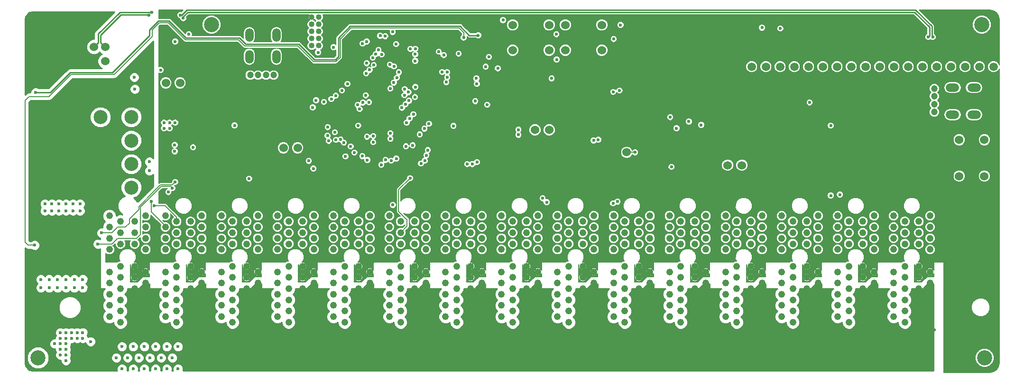
<source format=gbr>
G04 #@! TF.FileFunction,Copper,L4,Bot,Signal*
%FSLAX46Y46*%
G04 Gerber Fmt 4.6, Leading zero omitted, Abs format (unit mm)*
G04 Created by KiCad (PCBNEW 4.0.6-e0-6349~53~ubuntu14.04.1) date Sat Apr  1 17:04:12 2017*
%MOMM*%
%LPD*%
G01*
G04 APERTURE LIST*
%ADD10C,0.100000*%
%ADD11C,1.200000*%
%ADD12O,1.500000X2.400000*%
%ADD13C,1.016000*%
%ADD14C,1.524000*%
%ADD15C,2.700020*%
%ADD16C,2.500000*%
%ADD17O,2.400000X1.500000*%
%ADD18C,1.230000*%
%ADD19C,2.700000*%
%ADD20C,1.500000*%
%ADD21C,0.600000*%
%ADD22C,0.150000*%
%ADD23C,0.250000*%
%ADD24C,0.200000*%
%ADD25C,0.254000*%
G04 APERTURE END LIST*
D10*
D11*
X91900000Y-85500000D03*
X93300000Y-85500000D03*
X94700000Y-85500000D03*
X96100000Y-85500000D03*
D12*
X91730000Y-78390000D03*
X91730000Y-82230000D03*
X96570000Y-78390000D03*
X96570000Y-82230000D03*
D13*
X102865000Y-75160000D03*
X104135000Y-75160000D03*
X102865000Y-76430000D03*
X104135000Y-76430000D03*
X102865000Y-77700000D03*
X104135000Y-77700000D03*
X102865000Y-78970000D03*
X104135000Y-78970000D03*
X102865000Y-80240000D03*
X104135000Y-80240000D03*
D14*
X154650000Y-81050000D03*
X148150000Y-81050000D03*
X154650000Y-76550000D03*
X148150000Y-76550000D03*
X145250000Y-81050000D03*
X138750000Y-81050000D03*
X145250000Y-76550000D03*
X138750000Y-76550000D03*
X66000000Y-80460000D03*
X66000000Y-83000000D03*
X64001020Y-83000000D03*
X64001020Y-80460000D03*
D15*
X61301000Y-75730520D03*
X61301000Y-87729480D03*
D14*
X142730000Y-95300000D03*
X145270000Y-95300000D03*
X97830000Y-98500000D03*
X100370000Y-98500000D03*
D16*
X65150000Y-105600000D03*
X70650000Y-105600000D03*
X65150000Y-101400000D03*
X70650000Y-101400000D03*
X65150000Y-97200000D03*
X70650000Y-97200000D03*
X65150000Y-93000000D03*
X70650000Y-93000000D03*
D14*
X159100000Y-99300000D03*
X76830000Y-86900000D03*
X79370000Y-86900000D03*
X177130000Y-101600000D03*
X179670000Y-101600000D03*
X218450000Y-103550000D03*
X218450000Y-97050000D03*
X222950000Y-103550000D03*
X222950000Y-97050000D03*
D11*
X214000000Y-87900000D03*
X214000000Y-89300000D03*
X214000000Y-90700000D03*
X214000000Y-92100000D03*
D17*
X221110000Y-87730000D03*
X217270000Y-87730000D03*
X221110000Y-92570000D03*
X217270000Y-92570000D03*
D18*
X148750000Y-129650000D03*
X146750000Y-128650000D03*
X148750000Y-127650000D03*
X146750000Y-126650000D03*
X148750000Y-125650000D03*
X146750000Y-124650000D03*
X148750000Y-123650000D03*
X146750000Y-122650000D03*
X148750000Y-121650000D03*
X146750000Y-120650000D03*
X148750000Y-119650000D03*
X146750000Y-116650000D03*
X148750000Y-115650000D03*
X146750000Y-114650000D03*
X148750000Y-113650000D03*
X146750000Y-112650000D03*
X148750000Y-111650000D03*
X146750000Y-110650000D03*
X151250000Y-129650000D03*
X153250000Y-128650000D03*
X151250000Y-127650000D03*
X153250000Y-126650000D03*
X151250000Y-125650000D03*
X153250000Y-124650000D03*
X151250000Y-123650000D03*
X153250000Y-122650000D03*
X151250000Y-121650000D03*
X153250000Y-120650000D03*
X151250000Y-119650000D03*
X153250000Y-116650000D03*
X151250000Y-115650000D03*
X153250000Y-114650000D03*
X151250000Y-113650000D03*
X153250000Y-112650000D03*
X151250000Y-111650000D03*
X153250000Y-110650000D03*
X138750000Y-129650000D03*
X136750000Y-128650000D03*
X138750000Y-127650000D03*
X136750000Y-126650000D03*
X138750000Y-125650000D03*
X136750000Y-124650000D03*
X138750000Y-123650000D03*
X136750000Y-122650000D03*
X138750000Y-121650000D03*
X136750000Y-120650000D03*
X138750000Y-119650000D03*
X136750000Y-116650000D03*
X138750000Y-115650000D03*
X136750000Y-114650000D03*
X138750000Y-113650000D03*
X136750000Y-112650000D03*
X138750000Y-111650000D03*
X136750000Y-110650000D03*
X141250000Y-129650000D03*
X143250000Y-128650000D03*
X141250000Y-127650000D03*
X143250000Y-126650000D03*
X141250000Y-125650000D03*
X143250000Y-124650000D03*
X141250000Y-123650000D03*
X143250000Y-122650000D03*
X141250000Y-121650000D03*
X143250000Y-120650000D03*
X141250000Y-119650000D03*
X143250000Y-116650000D03*
X141250000Y-115650000D03*
X143250000Y-114650000D03*
X141250000Y-113650000D03*
X143250000Y-112650000D03*
X141250000Y-111650000D03*
X143250000Y-110650000D03*
X128750000Y-129650000D03*
X126750000Y-128650000D03*
X128750000Y-127650000D03*
X126750000Y-126650000D03*
X128750000Y-125650000D03*
X126750000Y-124650000D03*
X128750000Y-123650000D03*
X126750000Y-122650000D03*
X128750000Y-121650000D03*
X126750000Y-120650000D03*
X128750000Y-119650000D03*
X126750000Y-116650000D03*
X128750000Y-115650000D03*
X126750000Y-114650000D03*
X128750000Y-113650000D03*
X126750000Y-112650000D03*
X128750000Y-111650000D03*
X126750000Y-110650000D03*
X131250000Y-129650000D03*
X133250000Y-128650000D03*
X131250000Y-127650000D03*
X133250000Y-126650000D03*
X131250000Y-125650000D03*
X133250000Y-124650000D03*
X131250000Y-123650000D03*
X133250000Y-122650000D03*
X131250000Y-121650000D03*
X133250000Y-120650000D03*
X131250000Y-119650000D03*
X133250000Y-116650000D03*
X131250000Y-115650000D03*
X133250000Y-114650000D03*
X131250000Y-113650000D03*
X133250000Y-112650000D03*
X131250000Y-111650000D03*
X133250000Y-110650000D03*
X118750000Y-129650000D03*
X116750000Y-128650000D03*
X118750000Y-127650000D03*
X116750000Y-126650000D03*
X118750000Y-125650000D03*
X116750000Y-124650000D03*
X118750000Y-123650000D03*
X116750000Y-122650000D03*
X118750000Y-121650000D03*
X116750000Y-120650000D03*
X118750000Y-119650000D03*
X116750000Y-116650000D03*
X118750000Y-115650000D03*
X116750000Y-114650000D03*
X118750000Y-113650000D03*
X116750000Y-112650000D03*
X118750000Y-111650000D03*
X116750000Y-110650000D03*
X121250000Y-129650000D03*
X123250000Y-128650000D03*
X121250000Y-127650000D03*
X123250000Y-126650000D03*
X121250000Y-125650000D03*
X123250000Y-124650000D03*
X121250000Y-123650000D03*
X123250000Y-122650000D03*
X121250000Y-121650000D03*
X123250000Y-120650000D03*
X121250000Y-119650000D03*
X123250000Y-116650000D03*
X121250000Y-115650000D03*
X123250000Y-114650000D03*
X121250000Y-113650000D03*
X123250000Y-112650000D03*
X121250000Y-111650000D03*
X123250000Y-110650000D03*
X108750000Y-129650000D03*
X106750000Y-128650000D03*
X108750000Y-127650000D03*
X106750000Y-126650000D03*
X108750000Y-125650000D03*
X106750000Y-124650000D03*
X108750000Y-123650000D03*
X106750000Y-122650000D03*
X108750000Y-121650000D03*
X106750000Y-120650000D03*
X108750000Y-119650000D03*
X106750000Y-116650000D03*
X108750000Y-115650000D03*
X106750000Y-114650000D03*
X108750000Y-113650000D03*
X106750000Y-112650000D03*
X108750000Y-111650000D03*
X106750000Y-110650000D03*
X111250000Y-129650000D03*
X113250000Y-128650000D03*
X111250000Y-127650000D03*
X113250000Y-126650000D03*
X111250000Y-125650000D03*
X113250000Y-124650000D03*
X111250000Y-123650000D03*
X113250000Y-122650000D03*
X111250000Y-121650000D03*
X113250000Y-120650000D03*
X111250000Y-119650000D03*
X113250000Y-116650000D03*
X111250000Y-115650000D03*
X113250000Y-114650000D03*
X111250000Y-113650000D03*
X113250000Y-112650000D03*
X111250000Y-111650000D03*
X113250000Y-110650000D03*
X98750000Y-129650000D03*
X96750000Y-128650000D03*
X98750000Y-127650000D03*
X96750000Y-126650000D03*
X98750000Y-125650000D03*
X96750000Y-124650000D03*
X98750000Y-123650000D03*
X96750000Y-122650000D03*
X98750000Y-121650000D03*
X96750000Y-120650000D03*
X98750000Y-119650000D03*
X96750000Y-116650000D03*
X98750000Y-115650000D03*
X96750000Y-114650000D03*
X98750000Y-113650000D03*
X96750000Y-112650000D03*
X98750000Y-111650000D03*
X96750000Y-110650000D03*
X101250000Y-129650000D03*
X103250000Y-128650000D03*
X101250000Y-127650000D03*
X103250000Y-126650000D03*
X101250000Y-125650000D03*
X103250000Y-124650000D03*
X101250000Y-123650000D03*
X103250000Y-122650000D03*
X101250000Y-121650000D03*
X103250000Y-120650000D03*
X101250000Y-119650000D03*
X103250000Y-116650000D03*
X101250000Y-115650000D03*
X103250000Y-114650000D03*
X101250000Y-113650000D03*
X103250000Y-112650000D03*
X101250000Y-111650000D03*
X103250000Y-110650000D03*
X88750000Y-129650000D03*
X86750000Y-128650000D03*
X88750000Y-127650000D03*
X86750000Y-126650000D03*
X88750000Y-125650000D03*
X86750000Y-124650000D03*
X88750000Y-123650000D03*
X86750000Y-122650000D03*
X88750000Y-121650000D03*
X86750000Y-120650000D03*
X88750000Y-119650000D03*
X86750000Y-116650000D03*
X88750000Y-115650000D03*
X86750000Y-114650000D03*
X88750000Y-113650000D03*
X86750000Y-112650000D03*
X88750000Y-111650000D03*
X86750000Y-110650000D03*
X91250000Y-129650000D03*
X93250000Y-128650000D03*
X91250000Y-127650000D03*
X93250000Y-126650000D03*
X91250000Y-125650000D03*
X93250000Y-124650000D03*
X91250000Y-123650000D03*
X93250000Y-122650000D03*
X91250000Y-121650000D03*
X93250000Y-120650000D03*
X91250000Y-119650000D03*
X93250000Y-116650000D03*
X91250000Y-115650000D03*
X93250000Y-114650000D03*
X91250000Y-113650000D03*
X93250000Y-112650000D03*
X91250000Y-111650000D03*
X93250000Y-110650000D03*
X78750000Y-129650000D03*
X76750000Y-128650000D03*
X78750000Y-127650000D03*
X76750000Y-126650000D03*
X78750000Y-125650000D03*
X76750000Y-124650000D03*
X78750000Y-123650000D03*
X76750000Y-122650000D03*
X78750000Y-121650000D03*
X76750000Y-120650000D03*
X78750000Y-119650000D03*
X76750000Y-116650000D03*
X78750000Y-115650000D03*
X76750000Y-114650000D03*
X78750000Y-113650000D03*
X76750000Y-112650000D03*
X78750000Y-111650000D03*
X76750000Y-110650000D03*
X81250000Y-129650000D03*
X83250000Y-128650000D03*
X81250000Y-127650000D03*
X83250000Y-126650000D03*
X81250000Y-125650000D03*
X83250000Y-124650000D03*
X81250000Y-123650000D03*
X83250000Y-122650000D03*
X81250000Y-121650000D03*
X83250000Y-120650000D03*
X81250000Y-119650000D03*
X83250000Y-116650000D03*
X81250000Y-115650000D03*
X83250000Y-114650000D03*
X81250000Y-113650000D03*
X83250000Y-112650000D03*
X81250000Y-111650000D03*
X83250000Y-110650000D03*
X68750000Y-129650000D03*
X66750000Y-128650000D03*
X68750000Y-127650000D03*
X66750000Y-126650000D03*
X68750000Y-125650000D03*
X66750000Y-124650000D03*
X68750000Y-123650000D03*
X66750000Y-122650000D03*
X68750000Y-121650000D03*
X66750000Y-120650000D03*
X68750000Y-119650000D03*
X66750000Y-116650000D03*
X68750000Y-115650000D03*
X66750000Y-114650000D03*
X68750000Y-113650000D03*
X66750000Y-112650000D03*
X68750000Y-111650000D03*
X66750000Y-110650000D03*
X71250000Y-129650000D03*
X73250000Y-128650000D03*
X71250000Y-127650000D03*
X73250000Y-126650000D03*
X71250000Y-125650000D03*
X73250000Y-124650000D03*
X71250000Y-123650000D03*
X73250000Y-122650000D03*
X71250000Y-121650000D03*
X73250000Y-120650000D03*
X71250000Y-119650000D03*
X73250000Y-116650000D03*
X71250000Y-115650000D03*
X73250000Y-114650000D03*
X71250000Y-113650000D03*
X73250000Y-112650000D03*
X71250000Y-111650000D03*
X73250000Y-110650000D03*
X208750000Y-129650000D03*
X206750000Y-128650000D03*
X208750000Y-127650000D03*
X206750000Y-126650000D03*
X208750000Y-125650000D03*
X206750000Y-124650000D03*
X208750000Y-123650000D03*
X206750000Y-122650000D03*
X208750000Y-121650000D03*
X206750000Y-120650000D03*
X208750000Y-119650000D03*
X206750000Y-116650000D03*
X208750000Y-115650000D03*
X206750000Y-114650000D03*
X208750000Y-113650000D03*
X206750000Y-112650000D03*
X208750000Y-111650000D03*
X206750000Y-110650000D03*
X211250000Y-129650000D03*
X213250000Y-128650000D03*
X211250000Y-127650000D03*
X213250000Y-126650000D03*
X211250000Y-125650000D03*
X213250000Y-124650000D03*
X211250000Y-123650000D03*
X213250000Y-122650000D03*
X211250000Y-121650000D03*
X213250000Y-120650000D03*
X211250000Y-119650000D03*
X213250000Y-116650000D03*
X211250000Y-115650000D03*
X213250000Y-114650000D03*
X211250000Y-113650000D03*
X213250000Y-112650000D03*
X211250000Y-111650000D03*
X213250000Y-110650000D03*
X198750000Y-129650000D03*
X196750000Y-128650000D03*
X198750000Y-127650000D03*
X196750000Y-126650000D03*
X198750000Y-125650000D03*
X196750000Y-124650000D03*
X198750000Y-123650000D03*
X196750000Y-122650000D03*
X198750000Y-121650000D03*
X196750000Y-120650000D03*
X198750000Y-119650000D03*
X196750000Y-116650000D03*
X198750000Y-115650000D03*
X196750000Y-114650000D03*
X198750000Y-113650000D03*
X196750000Y-112650000D03*
X198750000Y-111650000D03*
X196750000Y-110650000D03*
X201250000Y-129650000D03*
X203250000Y-128650000D03*
X201250000Y-127650000D03*
X203250000Y-126650000D03*
X201250000Y-125650000D03*
X203250000Y-124650000D03*
X201250000Y-123650000D03*
X203250000Y-122650000D03*
X201250000Y-121650000D03*
X203250000Y-120650000D03*
X201250000Y-119650000D03*
X203250000Y-116650000D03*
X201250000Y-115650000D03*
X203250000Y-114650000D03*
X201250000Y-113650000D03*
X203250000Y-112650000D03*
X201250000Y-111650000D03*
X203250000Y-110650000D03*
X188750000Y-129650000D03*
X186750000Y-128650000D03*
X188750000Y-127650000D03*
X186750000Y-126650000D03*
X188750000Y-125650000D03*
X186750000Y-124650000D03*
X188750000Y-123650000D03*
X186750000Y-122650000D03*
X188750000Y-121650000D03*
X186750000Y-120650000D03*
X188750000Y-119650000D03*
X186750000Y-116650000D03*
X188750000Y-115650000D03*
X186750000Y-114650000D03*
X188750000Y-113650000D03*
X186750000Y-112650000D03*
X188750000Y-111650000D03*
X186750000Y-110650000D03*
X191250000Y-129650000D03*
X193250000Y-128650000D03*
X191250000Y-127650000D03*
X193250000Y-126650000D03*
X191250000Y-125650000D03*
X193250000Y-124650000D03*
X191250000Y-123650000D03*
X193250000Y-122650000D03*
X191250000Y-121650000D03*
X193250000Y-120650000D03*
X191250000Y-119650000D03*
X193250000Y-116650000D03*
X191250000Y-115650000D03*
X193250000Y-114650000D03*
X191250000Y-113650000D03*
X193250000Y-112650000D03*
X191250000Y-111650000D03*
X193250000Y-110650000D03*
X178750000Y-129650000D03*
X176750000Y-128650000D03*
X178750000Y-127650000D03*
X176750000Y-126650000D03*
X178750000Y-125650000D03*
X176750000Y-124650000D03*
X178750000Y-123650000D03*
X176750000Y-122650000D03*
X178750000Y-121650000D03*
X176750000Y-120650000D03*
X178750000Y-119650000D03*
X176750000Y-116650000D03*
X178750000Y-115650000D03*
X176750000Y-114650000D03*
X178750000Y-113650000D03*
X176750000Y-112650000D03*
X178750000Y-111650000D03*
X176750000Y-110650000D03*
X181250000Y-129650000D03*
X183250000Y-128650000D03*
X181250000Y-127650000D03*
X183250000Y-126650000D03*
X181250000Y-125650000D03*
X183250000Y-124650000D03*
X181250000Y-123650000D03*
X183250000Y-122650000D03*
X181250000Y-121650000D03*
X183250000Y-120650000D03*
X181250000Y-119650000D03*
X183250000Y-116650000D03*
X181250000Y-115650000D03*
X183250000Y-114650000D03*
X181250000Y-113650000D03*
X183250000Y-112650000D03*
X181250000Y-111650000D03*
X183250000Y-110650000D03*
X168750000Y-129650000D03*
X166750000Y-128650000D03*
X168750000Y-127650000D03*
X166750000Y-126650000D03*
X168750000Y-125650000D03*
X166750000Y-124650000D03*
X168750000Y-123650000D03*
X166750000Y-122650000D03*
X168750000Y-121650000D03*
X166750000Y-120650000D03*
X168750000Y-119650000D03*
X166750000Y-116650000D03*
X168750000Y-115650000D03*
X166750000Y-114650000D03*
X168750000Y-113650000D03*
X166750000Y-112650000D03*
X168750000Y-111650000D03*
X166750000Y-110650000D03*
X171250000Y-129650000D03*
X173250000Y-128650000D03*
X171250000Y-127650000D03*
X173250000Y-126650000D03*
X171250000Y-125650000D03*
X173250000Y-124650000D03*
X171250000Y-123650000D03*
X173250000Y-122650000D03*
X171250000Y-121650000D03*
X173250000Y-120650000D03*
X171250000Y-119650000D03*
X173250000Y-116650000D03*
X171250000Y-115650000D03*
X173250000Y-114650000D03*
X171250000Y-113650000D03*
X173250000Y-112650000D03*
X171250000Y-111650000D03*
X173250000Y-110650000D03*
X158750000Y-129650000D03*
X156750000Y-128650000D03*
X158750000Y-127650000D03*
X156750000Y-126650000D03*
X158750000Y-125650000D03*
X156750000Y-124650000D03*
X158750000Y-123650000D03*
X156750000Y-122650000D03*
X158750000Y-121650000D03*
X156750000Y-120650000D03*
X158750000Y-119650000D03*
X156750000Y-116650000D03*
X158750000Y-115650000D03*
X156750000Y-114650000D03*
X158750000Y-113650000D03*
X156750000Y-112650000D03*
X158750000Y-111650000D03*
X156750000Y-110650000D03*
X161250000Y-129650000D03*
X163250000Y-128650000D03*
X161250000Y-127650000D03*
X163250000Y-126650000D03*
X161250000Y-125650000D03*
X163250000Y-124650000D03*
X161250000Y-123650000D03*
X163250000Y-122650000D03*
X161250000Y-121650000D03*
X163250000Y-120650000D03*
X161250000Y-119650000D03*
X163250000Y-116650000D03*
X161250000Y-115650000D03*
X163250000Y-114650000D03*
X161250000Y-113650000D03*
X163250000Y-112650000D03*
X161250000Y-111650000D03*
X163250000Y-110650000D03*
D19*
X223000000Y-136000000D03*
X85000000Y-76500000D03*
X54000000Y-136000000D03*
X222500000Y-76500000D03*
D20*
X219510000Y-84000000D03*
X216970000Y-84000000D03*
X214430000Y-84000000D03*
X211890000Y-84000000D03*
X209350000Y-84000000D03*
X206810000Y-84000000D03*
X204270000Y-84000000D03*
X201730000Y-84000000D03*
X199190000Y-84000000D03*
X196650000Y-84000000D03*
X194110000Y-84000000D03*
X191570000Y-84000000D03*
X189030000Y-84000000D03*
X186490000Y-84000000D03*
X183950000Y-84000000D03*
X181410000Y-84000000D03*
X222050000Y-84000000D03*
X224590000Y-84000000D03*
D21*
X75800000Y-77300000D03*
X169100000Y-92475000D03*
X132825000Y-81475000D03*
X161400000Y-100400000D03*
X166050000Y-101200000D03*
X145875000Y-108200000D03*
X149750000Y-99925000D03*
X130600000Y-100400000D03*
X130600000Y-99400000D03*
X129600000Y-99400000D03*
X129600000Y-100400000D03*
X129600000Y-101400000D03*
X148525000Y-85400000D03*
X97700000Y-91125000D03*
X116575000Y-82600000D03*
X107150000Y-83900000D03*
X123225000Y-82650000D03*
X110300000Y-78500000D03*
X103800000Y-92800000D03*
X120875000Y-86925000D03*
X122225000Y-91575000D03*
X115800000Y-98125000D03*
X112025000Y-95875000D03*
X64000000Y-131000000D03*
X64000000Y-130000000D03*
X64000000Y-129000000D03*
X64000000Y-128000000D03*
X64000000Y-127000000D03*
X64000000Y-126000000D03*
X64000000Y-125000000D03*
X64000000Y-124000000D03*
X64000000Y-123000000D03*
X65000000Y-131000000D03*
X65000000Y-130000000D03*
X65000000Y-127000000D03*
X65000000Y-126000000D03*
X65000000Y-125000000D03*
X65000000Y-124000000D03*
X65000000Y-123000000D03*
X65000000Y-122000000D03*
X65000000Y-121000000D03*
X65000000Y-120000000D03*
X64000000Y-120000000D03*
X64000000Y-121000000D03*
X64000000Y-122000000D03*
X71000000Y-131000000D03*
X72000000Y-131000000D03*
X73000000Y-131000000D03*
X74000000Y-131000000D03*
X81000000Y-131000000D03*
X82000000Y-131000000D03*
X83000000Y-131000000D03*
X84000000Y-131000000D03*
X91000000Y-131000000D03*
X92000000Y-131000000D03*
X93000000Y-131000000D03*
X94000000Y-131000000D03*
X101000000Y-131000000D03*
X102000000Y-131000000D03*
X103000000Y-131000000D03*
X104000000Y-131000000D03*
X111000000Y-131000000D03*
X112000000Y-131000000D03*
X113000000Y-131000000D03*
X114000000Y-131000000D03*
X121000000Y-131000000D03*
X122000000Y-131000000D03*
X123000000Y-131000000D03*
X124000000Y-131000000D03*
X131000000Y-131000000D03*
X132000000Y-131000000D03*
X133000000Y-131000000D03*
X134000000Y-131000000D03*
X141000000Y-131000000D03*
X142000000Y-131000000D03*
X143000000Y-131000000D03*
X144000000Y-131000000D03*
X151000000Y-131000000D03*
X152000000Y-131000000D03*
X153000000Y-131000000D03*
X154000000Y-131000000D03*
X161000000Y-131000000D03*
X162000000Y-131000000D03*
X163000000Y-131000000D03*
X164000000Y-131000000D03*
X171000000Y-131000000D03*
X172000000Y-131000000D03*
X173000000Y-131000000D03*
X174000000Y-131000000D03*
X181000000Y-131000000D03*
X182000000Y-131000000D03*
X183000000Y-131000000D03*
X184000000Y-131000000D03*
X191000000Y-131000000D03*
X192000000Y-131000000D03*
X193000000Y-131000000D03*
X194000000Y-131000000D03*
X201000000Y-131000000D03*
X202000000Y-131000000D03*
X203000000Y-131000000D03*
X204000000Y-131000000D03*
X211000000Y-131000000D03*
X212000000Y-131000000D03*
X213000000Y-131000000D03*
X214000000Y-131000000D03*
X77500000Y-95000000D03*
X78500000Y-94000000D03*
X76500000Y-95000000D03*
X76500000Y-94000000D03*
X77500000Y-94000000D03*
X131550000Y-101400000D03*
X132375000Y-101050000D03*
X130625000Y-101400000D03*
X75925000Y-84600000D03*
X91700000Y-104000000D03*
X132600000Y-78400000D03*
X53600000Y-88600000D03*
X134500000Y-82250000D03*
X133925000Y-84000000D03*
X77000000Y-138000000D03*
X79000000Y-138000000D03*
X78000000Y-136000000D03*
X76000000Y-136000000D03*
X74000000Y-136000000D03*
X72000000Y-136000000D03*
X70000000Y-136000000D03*
X71000000Y-138000000D03*
X73000000Y-138000000D03*
X75000000Y-138000000D03*
X79000000Y-134000000D03*
X77000000Y-134000000D03*
X75000000Y-134000000D03*
X73000000Y-134000000D03*
X71000000Y-134000000D03*
X69000000Y-134000000D03*
X68000000Y-136000000D03*
X69000000Y-138000000D03*
X73900000Y-102600000D03*
X73900000Y-101000000D03*
X195525000Y-107025000D03*
X195525000Y-94525000D03*
X103650000Y-90000000D03*
X106375000Y-89775000D03*
X74200000Y-108050000D03*
X191750000Y-90400000D03*
X197150000Y-106850000D03*
X105050000Y-90300000D03*
X74750000Y-108800000D03*
X156775000Y-79050000D03*
X77300000Y-106400000D03*
X117350000Y-108700000D03*
X117975000Y-100425000D03*
X146550000Y-78200000D03*
X146600000Y-82725000D03*
X109250000Y-87075000D03*
X73812227Y-74825771D03*
X74363769Y-74274229D03*
X78500000Y-79500000D03*
X119825000Y-94000000D03*
X102350000Y-100825000D03*
X115300000Y-101525000D03*
X116050000Y-100650000D03*
X117075000Y-100800000D03*
X116925000Y-96875000D03*
X116925000Y-95900000D03*
X119700000Y-98225000D03*
X120900000Y-98050000D03*
X113875000Y-96375000D03*
X113850000Y-97500000D03*
X112800000Y-100675000D03*
X111900000Y-99975000D03*
X111175000Y-94525000D03*
X108625000Y-97575000D03*
X108025000Y-97000000D03*
X107200000Y-97075000D03*
X110500000Y-99350000D03*
X112750000Y-96500000D03*
X109825000Y-98250000D03*
X108900000Y-100025000D03*
X113200000Y-84575000D03*
X112600000Y-85175000D03*
X108275000Y-88250000D03*
X107175000Y-89175000D03*
X183250000Y-77025000D03*
X112700000Y-83375000D03*
X186525000Y-77175000D03*
X113950000Y-83700000D03*
X115375000Y-81825000D03*
X117950000Y-79975000D03*
X122375000Y-101300000D03*
X123050000Y-100800000D03*
X123600000Y-98900000D03*
X123350000Y-99825000D03*
X120350000Y-93250000D03*
X123000000Y-95075000D03*
X121025000Y-92500000D03*
X123800000Y-94200000D03*
X116000000Y-78550000D03*
X111425000Y-91575000D03*
X117325000Y-77800000D03*
X111100000Y-90825000D03*
X125550000Y-81325000D03*
X112025000Y-90400000D03*
X126450000Y-81925000D03*
X113100000Y-90350000D03*
X107000000Y-95725000D03*
X118975000Y-91325000D03*
X105925000Y-97250000D03*
X119625000Y-90700000D03*
X120250000Y-90075000D03*
X105700000Y-96325000D03*
X105725000Y-94800000D03*
X121300000Y-89425000D03*
X119425000Y-89100000D03*
X120150000Y-88550000D03*
X119475000Y-88000000D03*
X121375000Y-87625000D03*
X128175000Y-94575000D03*
X122150000Y-96100000D03*
X112525000Y-89125000D03*
X116825000Y-83625000D03*
X117550000Y-83950000D03*
X116900000Y-87900000D03*
X117525000Y-86850000D03*
X118075000Y-85950000D03*
X118425000Y-85000000D03*
X121350000Y-82975000D03*
X121350000Y-81775000D03*
X121375000Y-80800000D03*
X120500000Y-80825000D03*
X81700000Y-98400000D03*
X89100000Y-94500000D03*
X166875000Y-93025000D03*
X126175000Y-84950000D03*
X168000000Y-95000000D03*
X126900000Y-86775000D03*
X170200000Y-93800000D03*
X127050000Y-85000000D03*
X172400000Y-94400000D03*
X127075000Y-85900000D03*
X112700000Y-79500000D03*
X111950000Y-79875000D03*
X114800000Y-81000000D03*
X104000000Y-81450000D03*
X106775000Y-80525000D03*
X115100000Y-78475000D03*
X114325000Y-81750000D03*
X113775000Y-82400000D03*
X55250000Y-109750000D03*
X56500000Y-109750000D03*
X57750000Y-109750000D03*
X59000000Y-109750000D03*
X60250000Y-109750000D03*
X61500000Y-109750000D03*
X61500000Y-108500000D03*
X55250000Y-108500000D03*
X57750000Y-108500000D03*
X56500000Y-108500000D03*
X59000000Y-108500000D03*
X60250000Y-108500000D03*
X65375000Y-113700000D03*
X78500000Y-104600000D03*
X157475000Y-108100000D03*
X64675000Y-115675000D03*
X78000000Y-105700000D03*
X156675000Y-108425000D03*
X130000000Y-78800000D03*
X61000000Y-131500000D03*
X62000000Y-131500000D03*
X62000000Y-132500000D03*
X61000000Y-132500000D03*
X60000000Y-132500000D03*
X60000000Y-131500000D03*
X59000000Y-131500000D03*
X58000000Y-131500000D03*
X58000000Y-132500000D03*
X59000000Y-132500000D03*
X59000000Y-133500000D03*
X58000000Y-133500000D03*
X57000000Y-133500000D03*
X58000000Y-134500000D03*
X59000000Y-134500000D03*
X59000000Y-135500000D03*
X58000000Y-135500000D03*
X59000000Y-136500000D03*
X62000000Y-123500000D03*
X60500000Y-123500000D03*
X59000000Y-123500000D03*
X57500000Y-123500000D03*
X56000000Y-123500000D03*
X54500000Y-123500000D03*
X54500000Y-122000000D03*
X56000000Y-122000000D03*
X57500000Y-122000000D03*
X59000000Y-122000000D03*
X60500000Y-122000000D03*
X62000000Y-122000000D03*
X53400000Y-115900000D03*
X137025000Y-75675000D03*
X63400000Y-133100000D03*
X134200000Y-90800000D03*
X136100000Y-84300000D03*
X132075000Y-90150000D03*
X132275000Y-86100000D03*
X80950000Y-78200000D03*
X71200000Y-85900000D03*
X132350000Y-87075000D03*
X129100000Y-81675000D03*
X158000000Y-76550000D03*
X157825000Y-88250000D03*
X156700000Y-88500000D03*
X145700000Y-86100000D03*
X153200000Y-97175000D03*
X139775000Y-96175000D03*
X78425000Y-97975000D03*
X144825000Y-108200000D03*
X154025000Y-97050000D03*
X139775000Y-95250000D03*
X78425000Y-99125000D03*
X144100000Y-107500000D03*
X120425000Y-103925000D03*
X103175000Y-102200000D03*
X103050000Y-91275000D03*
X71300000Y-88000000D03*
X167100000Y-101900000D03*
X160600000Y-99300000D03*
X79399229Y-74774229D03*
X213740000Y-78700000D03*
X79950771Y-75325771D03*
X212960000Y-78700000D03*
D22*
X129600000Y-99400000D02*
X130600000Y-99400000D01*
X129600000Y-101400000D02*
X129600000Y-100400000D01*
X64000000Y-123000000D02*
X64000000Y-122000000D01*
X64000000Y-130000000D02*
X64000000Y-129000000D01*
X64000000Y-128000000D02*
X64000000Y-127000000D01*
X64000000Y-126000000D02*
X64000000Y-125000000D01*
X64000000Y-124000000D02*
X64000000Y-123000000D01*
X71000000Y-131000000D02*
X64000000Y-131000000D01*
X65000000Y-130000000D02*
X65000000Y-131000000D01*
X65000000Y-126000000D02*
X65000000Y-127000000D01*
X65000000Y-124000000D02*
X65000000Y-125000000D01*
X65000000Y-122000000D02*
X65000000Y-123000000D01*
X65000000Y-120000000D02*
X65000000Y-121000000D01*
X64000000Y-121000000D02*
X64000000Y-120000000D01*
X71250000Y-129650000D02*
X71000000Y-129900000D01*
X71000000Y-131000000D02*
X72000000Y-131000000D01*
X73000000Y-131000000D02*
X74000000Y-131000000D01*
X81000000Y-131000000D02*
X82000000Y-131000000D01*
X83000000Y-131000000D02*
X84000000Y-131000000D01*
X91000000Y-131000000D02*
X92000000Y-131000000D01*
X93000000Y-131000000D02*
X94000000Y-131000000D01*
X101000000Y-131000000D02*
X102000000Y-131000000D01*
X103000000Y-131000000D02*
X104000000Y-131000000D01*
X111000000Y-131000000D02*
X112000000Y-131000000D01*
X113000000Y-131000000D02*
X114000000Y-131000000D01*
X121000000Y-131000000D02*
X122000000Y-131000000D01*
X123000000Y-131000000D02*
X124000000Y-131000000D01*
X131000000Y-131000000D02*
X132000000Y-131000000D01*
X133000000Y-131000000D02*
X134000000Y-131000000D01*
X141000000Y-131000000D02*
X142000000Y-131000000D01*
X143000000Y-131000000D02*
X144000000Y-131000000D01*
X151000000Y-131000000D02*
X152000000Y-131000000D01*
X153000000Y-131000000D02*
X154000000Y-131000000D01*
X161000000Y-131000000D02*
X162000000Y-131000000D01*
X163000000Y-131000000D02*
X164000000Y-131000000D01*
X171000000Y-131000000D02*
X172000000Y-131000000D01*
X173000000Y-131000000D02*
X174000000Y-131000000D01*
X181000000Y-131000000D02*
X182000000Y-131000000D01*
X183000000Y-131000000D02*
X184000000Y-131000000D01*
X191000000Y-131000000D02*
X192000000Y-131000000D01*
X193000000Y-131000000D02*
X194000000Y-131000000D01*
X201000000Y-131000000D02*
X202000000Y-131000000D01*
X203000000Y-131000000D02*
X204000000Y-131000000D01*
X211000000Y-131000000D02*
X212000000Y-131000000D01*
X213000000Y-131000000D02*
X214000000Y-131000000D01*
D23*
X73475000Y-78849998D02*
X67275000Y-85049998D01*
X59755024Y-85049998D02*
X59627511Y-85177511D01*
X67275000Y-85049998D02*
X59755024Y-85049998D01*
X103344976Y-82749998D02*
X107055024Y-82749998D01*
X107055024Y-82749998D02*
X107649998Y-82155024D01*
X107649998Y-82155024D02*
X107649998Y-78855024D01*
X107649998Y-78855024D02*
X109755024Y-76749998D01*
X109755024Y-76749998D02*
X129344976Y-76749998D01*
X129344976Y-76749998D02*
X130994978Y-78400000D01*
X130994978Y-78400000D02*
X132600000Y-78400000D01*
X103344976Y-82749998D02*
X101700000Y-81105022D01*
X73475000Y-78849998D02*
X73450002Y-78849998D01*
X53600000Y-88600000D02*
X56205022Y-88600000D01*
X56205022Y-88600000D02*
X59627511Y-85177511D01*
X80449998Y-78849998D02*
X89944976Y-78849998D01*
X89944976Y-78849998D02*
X91044976Y-79949998D01*
X91044976Y-79949998D02*
X100544976Y-79949998D01*
X100544976Y-79949998D02*
X101700000Y-81105022D01*
X73450002Y-78849998D02*
X73900000Y-78400000D01*
X73900000Y-78400000D02*
X73900000Y-77400000D01*
X73900000Y-77400000D02*
X75500000Y-75800000D01*
X75500000Y-75800000D02*
X77400000Y-75800000D01*
X77400000Y-75800000D02*
X80449998Y-78849998D01*
X101700000Y-81105022D02*
X101697489Y-81102511D01*
D22*
X76750000Y-112650000D02*
X76750000Y-112500000D01*
X76750000Y-112500000D02*
X74200000Y-109950000D01*
X74200000Y-109950000D02*
X74200000Y-108050000D01*
X78750000Y-110875000D02*
X76675000Y-108800000D01*
X76675000Y-108800000D02*
X74750000Y-108800000D01*
X78750000Y-110875000D02*
X78750000Y-111650000D01*
D23*
X68824826Y-74704228D02*
X65215509Y-78313545D01*
X65215509Y-78313545D02*
X65215509Y-79675509D01*
X65215509Y-79675509D02*
X66000000Y-80460000D01*
X73690684Y-74704228D02*
X68824826Y-74704228D01*
X73812227Y-74825771D02*
X73690684Y-74704228D01*
X68646717Y-74274229D02*
X64785511Y-78135435D01*
X64785511Y-78135435D02*
X64785511Y-79675509D01*
X64785511Y-79675509D02*
X64001020Y-80460000D01*
X74363769Y-74274229D02*
X74111687Y-74274229D01*
X74111687Y-74274229D02*
X74088228Y-74250770D01*
X74088228Y-74250770D02*
X73536226Y-74250770D01*
X73536226Y-74250770D02*
X73512767Y-74274229D01*
X73512767Y-74274229D02*
X68646717Y-74274229D01*
D22*
X65375000Y-113700000D02*
X66075000Y-113700000D01*
X66075000Y-113700000D02*
X66025000Y-113700000D01*
X75875734Y-105100000D02*
X78000000Y-105100000D01*
X78000000Y-105100000D02*
X78500000Y-104600000D01*
X71999998Y-108975736D02*
X74675000Y-106300734D01*
X71999998Y-109525002D02*
X71999998Y-108975736D01*
X70350000Y-111175000D02*
X71999998Y-109525002D01*
X70350000Y-111925000D02*
X70350000Y-111175000D01*
X69600000Y-112675000D02*
X70350000Y-111925000D01*
X68225000Y-112675000D02*
X69600000Y-112675000D01*
X67200000Y-113700000D02*
X68225000Y-112675000D01*
X66025000Y-113700000D02*
X67200000Y-113700000D01*
X74675000Y-106300734D02*
X75875734Y-105100000D01*
X64675000Y-115675000D02*
X65025000Y-115675000D01*
X72300000Y-109100000D02*
X75150000Y-106250000D01*
X72300000Y-114000000D02*
X72300000Y-109100000D01*
X71625000Y-114675000D02*
X72300000Y-114000000D01*
X68200000Y-114675000D02*
X71625000Y-114675000D01*
X67200000Y-115675000D02*
X68200000Y-114675000D01*
X65025000Y-115675000D02*
X67200000Y-115675000D01*
X75999998Y-105400002D02*
X77700002Y-105400002D01*
X77700002Y-105400002D02*
X78000000Y-105700000D01*
X75150000Y-106250000D02*
X75999998Y-105400002D01*
X75150000Y-106250000D02*
X75175000Y-106225000D01*
X73800000Y-79200000D02*
X67600000Y-85400000D01*
X130000000Y-78800000D02*
X130000000Y-77900000D01*
X129200000Y-77100000D02*
X130000000Y-77900000D01*
X109900000Y-77100000D02*
X129200000Y-77100000D01*
X108000000Y-79000000D02*
X109900000Y-77100000D01*
X108000000Y-81000000D02*
X108000000Y-79000000D01*
X103200000Y-83100000D02*
X107200000Y-83100000D01*
X107200000Y-83100000D02*
X108000000Y-82300000D01*
X108000000Y-82300000D02*
X108000000Y-81000000D01*
X90900000Y-80300000D02*
X100400000Y-80300000D01*
X89800000Y-79200000D02*
X90900000Y-80300000D01*
X80500000Y-79200000D02*
X89800000Y-79200000D01*
X100400000Y-80300000D02*
X103200000Y-83100000D01*
X74400000Y-78600000D02*
X74400000Y-77700000D01*
X74400000Y-77700000D02*
X74400000Y-77394978D01*
X74400000Y-77394978D02*
X75644976Y-76150002D01*
X75644976Y-76150002D02*
X77255024Y-76150002D01*
X77255024Y-76150002D02*
X80305022Y-79200000D01*
X80305022Y-79200000D02*
X80500000Y-79200000D01*
X73800000Y-79200000D02*
X74400000Y-78600000D01*
X59900000Y-85400000D02*
X59875000Y-85425000D01*
X61525000Y-85400000D02*
X59900000Y-85400000D01*
X67600000Y-85400000D02*
X61525000Y-85400000D01*
X55975000Y-89325000D02*
X59875000Y-85425000D01*
X53800000Y-89325000D02*
X55975000Y-89325000D01*
X52225000Y-115875000D02*
X53375000Y-115875000D01*
X53825000Y-89325000D02*
X53800000Y-89325000D01*
X53800000Y-89325000D02*
X52400000Y-89325000D01*
X52400000Y-89325000D02*
X51700000Y-90025000D01*
X51700000Y-90025000D02*
X51700000Y-115350000D01*
X51700000Y-115350000D02*
X52225000Y-115875000D01*
X53375000Y-115875000D02*
X53400000Y-115900000D01*
X119900000Y-112500000D02*
X119900000Y-111350000D01*
X119900000Y-111350000D02*
X118375000Y-109825000D01*
X118375000Y-109825000D02*
X118375000Y-105975000D01*
X118375000Y-105975000D02*
X120425000Y-103925000D01*
X118750000Y-113650000D02*
X119900000Y-112500000D01*
X160600000Y-99300000D02*
X159100000Y-99300000D01*
D23*
X210664054Y-73860000D02*
X80560945Y-73860000D01*
X80560945Y-73860000D02*
X79646716Y-74774229D01*
X79646716Y-74774229D02*
X79399229Y-74774229D01*
X213564999Y-76760945D02*
X210664054Y-73860000D01*
X213740000Y-78700000D02*
X213564999Y-78524999D01*
X213564999Y-78524999D02*
X213564999Y-76760945D01*
X210485946Y-74290000D02*
X80739055Y-74290000D01*
X79950771Y-75078284D02*
X79950771Y-75325771D01*
X80739055Y-74290000D02*
X79950771Y-75078284D01*
X213135001Y-76939055D02*
X210485946Y-74290000D01*
X212960000Y-78700000D02*
X213135001Y-78524999D01*
X213135001Y-78524999D02*
X213135001Y-76939055D01*
D24*
G36*
X79603780Y-74187839D02*
X79523096Y-74154336D01*
X79276444Y-74154121D01*
X79048486Y-74248312D01*
X78873925Y-74422568D01*
X78779336Y-74650362D01*
X78779121Y-74897014D01*
X78873312Y-75124972D01*
X79047568Y-75299533D01*
X79275362Y-75394122D01*
X79330710Y-75394170D01*
X79330663Y-75448556D01*
X79424854Y-75676514D01*
X79599110Y-75851075D01*
X79826904Y-75945664D01*
X80073556Y-75945879D01*
X80301514Y-75851688D01*
X80476075Y-75677432D01*
X80570664Y-75449638D01*
X80570879Y-75202986D01*
X80537113Y-75121267D01*
X80923380Y-74735000D01*
X102416084Y-74735000D01*
X102410363Y-74740721D01*
X102427027Y-74757385D01*
X102349195Y-74816147D01*
X102256871Y-75039711D01*
X102257130Y-75281588D01*
X102349195Y-75503853D01*
X102427029Y-75562616D01*
X102829645Y-75160000D01*
X102815503Y-75145858D01*
X102850858Y-75110503D01*
X102865000Y-75124645D01*
X102879143Y-75110503D01*
X102914498Y-75145858D01*
X102900355Y-75160000D01*
X103302971Y-75562616D01*
X103380805Y-75503853D01*
X103380993Y-75503398D01*
X103432647Y-75628411D01*
X103599032Y-75795087D01*
X103499913Y-75894032D01*
X103334636Y-75728465D01*
X103208334Y-75676020D01*
X103208853Y-75675805D01*
X103267616Y-75597971D01*
X102865000Y-75195355D01*
X102462384Y-75597971D01*
X102521147Y-75675805D01*
X102521602Y-75675993D01*
X102396589Y-75727647D01*
X102163465Y-75960364D01*
X102037145Y-76264578D01*
X102036857Y-76593977D01*
X102162647Y-76898411D01*
X102329032Y-77065087D01*
X102163465Y-77230364D01*
X102037145Y-77534578D01*
X102036857Y-77863977D01*
X102162647Y-78168411D01*
X102329032Y-78335087D01*
X102163465Y-78500364D01*
X102037145Y-78804578D01*
X102036857Y-79133977D01*
X102162647Y-79438411D01*
X102329032Y-79605087D01*
X102163465Y-79770364D01*
X102037145Y-80074578D01*
X102036857Y-80403977D01*
X102162647Y-80708411D01*
X102395364Y-80941535D01*
X102699578Y-81067855D01*
X103028977Y-81068143D01*
X103333411Y-80942353D01*
X103500087Y-80775968D01*
X103648599Y-80924740D01*
X103474696Y-81098339D01*
X103380107Y-81326133D01*
X103379892Y-81572785D01*
X103474083Y-81800743D01*
X103648339Y-81975304D01*
X103876133Y-82069893D01*
X104122785Y-82070108D01*
X104350743Y-81975917D01*
X104525304Y-81801661D01*
X104619893Y-81573867D01*
X104620108Y-81327215D01*
X104525917Y-81099257D01*
X104437656Y-81010842D01*
X104603411Y-80942353D01*
X104836535Y-80709636D01*
X104962855Y-80405422D01*
X104963143Y-80076023D01*
X104837353Y-79771589D01*
X104670968Y-79604913D01*
X104836535Y-79439636D01*
X104962855Y-79135422D01*
X104963143Y-78806023D01*
X104837353Y-78501589D01*
X104670968Y-78334913D01*
X104836535Y-78169636D01*
X104962855Y-77865422D01*
X104963143Y-77536023D01*
X104837353Y-77231589D01*
X104670968Y-77064913D01*
X104836535Y-76899636D01*
X104962855Y-76595422D01*
X104963143Y-76266023D01*
X104837353Y-75961589D01*
X104673835Y-75797785D01*
X136404892Y-75797785D01*
X136499083Y-76025743D01*
X136673339Y-76200304D01*
X136901133Y-76294893D01*
X137147785Y-76295108D01*
X137375743Y-76200917D01*
X137550304Y-76026661D01*
X137644893Y-75798867D01*
X137645108Y-75552215D01*
X137550917Y-75324257D01*
X137376661Y-75149696D01*
X137148867Y-75055107D01*
X136902215Y-75054892D01*
X136674257Y-75149083D01*
X136499696Y-75323339D01*
X136405107Y-75551133D01*
X136404892Y-75797785D01*
X104673835Y-75797785D01*
X104670968Y-75794913D01*
X104836535Y-75629636D01*
X104962855Y-75325422D01*
X104963143Y-74996023D01*
X104855290Y-74735000D01*
X210301620Y-74735000D01*
X212690001Y-77123380D01*
X212690001Y-78140720D01*
X212609257Y-78174083D01*
X212434696Y-78348339D01*
X212340107Y-78576133D01*
X212339892Y-78822785D01*
X212434083Y-79050743D01*
X212608339Y-79225304D01*
X212836133Y-79319893D01*
X213082785Y-79320108D01*
X213310743Y-79225917D01*
X213349915Y-79186813D01*
X213388339Y-79225304D01*
X213616133Y-79319893D01*
X213862785Y-79320108D01*
X214090743Y-79225917D01*
X214265304Y-79051661D01*
X214359893Y-78823867D01*
X214360108Y-78577215D01*
X214265917Y-78349257D01*
X214091661Y-78174696D01*
X214009999Y-78140787D01*
X214009999Y-76830726D01*
X220829711Y-76830726D01*
X221083418Y-77444743D01*
X221552786Y-77914931D01*
X222166359Y-78169709D01*
X222830726Y-78170289D01*
X223444743Y-77916582D01*
X223914931Y-77447214D01*
X224169709Y-76833641D01*
X224170289Y-76169274D01*
X223916582Y-75555257D01*
X223447214Y-75085069D01*
X222833641Y-74830291D01*
X222169274Y-74829711D01*
X221555257Y-75083418D01*
X221085069Y-75552786D01*
X220830291Y-76166359D01*
X220829711Y-76830726D01*
X214009999Y-76830726D01*
X214009999Y-76760950D01*
X214010000Y-76760945D01*
X213976125Y-76590651D01*
X213879662Y-76446282D01*
X213879659Y-76446280D01*
X211328380Y-73895000D01*
X223961096Y-73895000D01*
X224611245Y-74024323D01*
X225129435Y-74370565D01*
X225475677Y-74888755D01*
X225605000Y-75538903D01*
X225605000Y-83654538D01*
X225497631Y-83394685D01*
X225196898Y-83093427D01*
X224803770Y-82930186D01*
X224378098Y-82929814D01*
X223984685Y-83092369D01*
X223683427Y-83393102D01*
X223520186Y-83786230D01*
X223519814Y-84211902D01*
X223682369Y-84605315D01*
X223983102Y-84906573D01*
X224376230Y-85069814D01*
X224801902Y-85070186D01*
X225195315Y-84907631D01*
X225496573Y-84606898D01*
X225605000Y-84345777D01*
X225605000Y-136961097D01*
X225475677Y-137611245D01*
X225129435Y-138129435D01*
X224611245Y-138475677D01*
X223961096Y-138605000D01*
X215700000Y-138605000D01*
X215700000Y-136330726D01*
X221329711Y-136330726D01*
X221583418Y-136944743D01*
X222052786Y-137414931D01*
X222666359Y-137669709D01*
X223330726Y-137670289D01*
X223944743Y-137416582D01*
X224414931Y-136947214D01*
X224669709Y-136333641D01*
X224670289Y-135669274D01*
X224416582Y-135055257D01*
X223947214Y-134585069D01*
X223333641Y-134330291D01*
X222669274Y-134329711D01*
X222055257Y-134583418D01*
X221585069Y-135052786D01*
X221330291Y-135666359D01*
X221329711Y-136330726D01*
X215700000Y-136330726D01*
X215700000Y-127330726D01*
X220629711Y-127330726D01*
X220883418Y-127944743D01*
X221352786Y-128414931D01*
X221966359Y-128669709D01*
X222630726Y-128670289D01*
X223244743Y-128416582D01*
X223714931Y-127947214D01*
X223969709Y-127333641D01*
X223970289Y-126669274D01*
X223716582Y-126055257D01*
X223247214Y-125585069D01*
X222633641Y-125330291D01*
X221969274Y-125329711D01*
X221355257Y-125583418D01*
X220885069Y-126052786D01*
X220630291Y-126666359D01*
X220629711Y-127330726D01*
X215700000Y-127330726D01*
X215700000Y-118000000D01*
X215692121Y-117961094D01*
X215669727Y-117928319D01*
X215636346Y-117906839D01*
X215600000Y-117900000D01*
X214000000Y-117900000D01*
X213961094Y-117907879D01*
X213928319Y-117930273D01*
X213906839Y-117963654D01*
X213900000Y-118000000D01*
X213900000Y-120350467D01*
X213858154Y-120248003D01*
X213854127Y-120241977D01*
X213765173Y-120170183D01*
X213285355Y-120650000D01*
X213765173Y-121129817D01*
X213854127Y-121058023D01*
X213900000Y-120948814D01*
X213900000Y-121500000D01*
X212800000Y-121500000D01*
X212761094Y-121507879D01*
X212729289Y-121529289D01*
X211758578Y-122500000D01*
X210500000Y-122500000D01*
X210500000Y-122165173D01*
X210770183Y-122165173D01*
X210841977Y-122254127D01*
X211104226Y-122364284D01*
X211388666Y-122365698D01*
X211651997Y-122258154D01*
X211658023Y-122254127D01*
X211729817Y-122165173D01*
X211250000Y-121685355D01*
X210770183Y-122165173D01*
X210500000Y-122165173D01*
X210500000Y-121788666D01*
X210534302Y-121788666D01*
X210641846Y-122051997D01*
X210645873Y-122058023D01*
X210734827Y-122129817D01*
X211214645Y-121650000D01*
X211285355Y-121650000D01*
X211765173Y-122129817D01*
X211854127Y-122058023D01*
X211964284Y-121795774D01*
X211965698Y-121511334D01*
X211858154Y-121248003D01*
X211854127Y-121241977D01*
X211765173Y-121170183D01*
X211285355Y-121650000D01*
X211214645Y-121650000D01*
X210734827Y-121170183D01*
X210645873Y-121241977D01*
X210535716Y-121504226D01*
X210534302Y-121788666D01*
X210500000Y-121788666D01*
X210500000Y-121134827D01*
X210770183Y-121134827D01*
X211250000Y-121614645D01*
X211699471Y-121165173D01*
X212770183Y-121165173D01*
X212841977Y-121254127D01*
X213104226Y-121364284D01*
X213388666Y-121365698D01*
X213651997Y-121258154D01*
X213658023Y-121254127D01*
X213729817Y-121165173D01*
X213250000Y-120685355D01*
X212770183Y-121165173D01*
X211699471Y-121165173D01*
X211729817Y-121134827D01*
X211658023Y-121045873D01*
X211395774Y-120935716D01*
X211111334Y-120934302D01*
X210848003Y-121041846D01*
X210841977Y-121045873D01*
X210770183Y-121134827D01*
X210500000Y-121134827D01*
X210500000Y-120788666D01*
X212534302Y-120788666D01*
X212641846Y-121051997D01*
X212645873Y-121058023D01*
X212734827Y-121129817D01*
X213214645Y-120650000D01*
X212734827Y-120170183D01*
X212645873Y-120241977D01*
X212535716Y-120504226D01*
X212534302Y-120788666D01*
X210500000Y-120788666D01*
X210500000Y-120165173D01*
X210770183Y-120165173D01*
X210841977Y-120254127D01*
X211104226Y-120364284D01*
X211388666Y-120365698D01*
X211651997Y-120258154D01*
X211658023Y-120254127D01*
X211729817Y-120165173D01*
X211699472Y-120134827D01*
X212770183Y-120134827D01*
X213250000Y-120614645D01*
X213729817Y-120134827D01*
X213658023Y-120045873D01*
X213395774Y-119935716D01*
X213111334Y-119934302D01*
X212848003Y-120041846D01*
X212841977Y-120045873D01*
X212770183Y-120134827D01*
X211699472Y-120134827D01*
X211250000Y-119685355D01*
X210770183Y-120165173D01*
X210500000Y-120165173D01*
X210500000Y-119410997D01*
X210590601Y-119373561D01*
X210535716Y-119504226D01*
X210534302Y-119788666D01*
X210641846Y-120051997D01*
X210645873Y-120058023D01*
X210734827Y-120129817D01*
X211214645Y-119650000D01*
X211285355Y-119650000D01*
X211765173Y-120129817D01*
X211854127Y-120058023D01*
X211964284Y-119795774D01*
X211965698Y-119511334D01*
X211858154Y-119248003D01*
X211854127Y-119241977D01*
X211765173Y-119170183D01*
X211285355Y-119650000D01*
X211214645Y-119650000D01*
X211200502Y-119635858D01*
X211235858Y-119600502D01*
X211250000Y-119614645D01*
X211729817Y-119134827D01*
X211658023Y-119045873D01*
X211395774Y-118935716D01*
X211179821Y-118934642D01*
X211266660Y-118847955D01*
X211494740Y-118298679D01*
X211495259Y-117703931D01*
X211268139Y-117154257D01*
X210949605Y-116835167D01*
X212314838Y-116835167D01*
X212456883Y-117178943D01*
X212719673Y-117442192D01*
X213063201Y-117584838D01*
X213435167Y-117585162D01*
X213778943Y-117443117D01*
X214042192Y-117180327D01*
X214184838Y-116836799D01*
X214185162Y-116464833D01*
X214043117Y-116121057D01*
X213780327Y-115857808D01*
X213436799Y-115715162D01*
X213064833Y-115714838D01*
X212721057Y-115856883D01*
X212457808Y-116119673D01*
X212315162Y-116463201D01*
X212314838Y-116835167D01*
X210949605Y-116835167D01*
X210847955Y-116733340D01*
X210298679Y-116505260D01*
X209703931Y-116504741D01*
X209154257Y-116731861D01*
X208733340Y-117152045D01*
X208505260Y-117701321D01*
X208504741Y-118296069D01*
X208677813Y-118714936D01*
X208564833Y-118714838D01*
X208221057Y-118856883D01*
X208177865Y-118900000D01*
X204000000Y-118900000D01*
X203961094Y-118907879D01*
X203928319Y-118930273D01*
X203906839Y-118963654D01*
X203900000Y-119000000D01*
X203900000Y-120350467D01*
X203858154Y-120248003D01*
X203854127Y-120241977D01*
X203765173Y-120170183D01*
X203285355Y-120650000D01*
X203765173Y-121129817D01*
X203854127Y-121058023D01*
X203900000Y-120948814D01*
X203900000Y-121500000D01*
X202800000Y-121500000D01*
X202761094Y-121507879D01*
X202729289Y-121529289D01*
X201758578Y-122500000D01*
X200500000Y-122500000D01*
X200500000Y-122165173D01*
X200770183Y-122165173D01*
X200841977Y-122254127D01*
X201104226Y-122364284D01*
X201388666Y-122365698D01*
X201651997Y-122258154D01*
X201658023Y-122254127D01*
X201729817Y-122165173D01*
X201250000Y-121685355D01*
X200770183Y-122165173D01*
X200500000Y-122165173D01*
X200500000Y-121788666D01*
X200534302Y-121788666D01*
X200641846Y-122051997D01*
X200645873Y-122058023D01*
X200734827Y-122129817D01*
X201214645Y-121650000D01*
X201285355Y-121650000D01*
X201765173Y-122129817D01*
X201854127Y-122058023D01*
X201964284Y-121795774D01*
X201965698Y-121511334D01*
X201858154Y-121248003D01*
X201854127Y-121241977D01*
X201765173Y-121170183D01*
X201285355Y-121650000D01*
X201214645Y-121650000D01*
X200734827Y-121170183D01*
X200645873Y-121241977D01*
X200535716Y-121504226D01*
X200534302Y-121788666D01*
X200500000Y-121788666D01*
X200500000Y-121134827D01*
X200770183Y-121134827D01*
X201250000Y-121614645D01*
X201699471Y-121165173D01*
X202770183Y-121165173D01*
X202841977Y-121254127D01*
X203104226Y-121364284D01*
X203388666Y-121365698D01*
X203651997Y-121258154D01*
X203658023Y-121254127D01*
X203729817Y-121165173D01*
X203250000Y-120685355D01*
X202770183Y-121165173D01*
X201699471Y-121165173D01*
X201729817Y-121134827D01*
X201658023Y-121045873D01*
X201395774Y-120935716D01*
X201111334Y-120934302D01*
X200848003Y-121041846D01*
X200841977Y-121045873D01*
X200770183Y-121134827D01*
X200500000Y-121134827D01*
X200500000Y-120788666D01*
X202534302Y-120788666D01*
X202641846Y-121051997D01*
X202645873Y-121058023D01*
X202734827Y-121129817D01*
X203214645Y-120650000D01*
X202734827Y-120170183D01*
X202645873Y-120241977D01*
X202535716Y-120504226D01*
X202534302Y-120788666D01*
X200500000Y-120788666D01*
X200500000Y-120165173D01*
X200770183Y-120165173D01*
X200841977Y-120254127D01*
X201104226Y-120364284D01*
X201388666Y-120365698D01*
X201651997Y-120258154D01*
X201658023Y-120254127D01*
X201729817Y-120165173D01*
X201699472Y-120134827D01*
X202770183Y-120134827D01*
X203250000Y-120614645D01*
X203729817Y-120134827D01*
X203658023Y-120045873D01*
X203395774Y-119935716D01*
X203111334Y-119934302D01*
X202848003Y-120041846D01*
X202841977Y-120045873D01*
X202770183Y-120134827D01*
X201699472Y-120134827D01*
X201250000Y-119685355D01*
X200770183Y-120165173D01*
X200500000Y-120165173D01*
X200500000Y-119410997D01*
X200590601Y-119373561D01*
X200535716Y-119504226D01*
X200534302Y-119788666D01*
X200641846Y-120051997D01*
X200645873Y-120058023D01*
X200734827Y-120129817D01*
X201214645Y-119650000D01*
X201285355Y-119650000D01*
X201765173Y-120129817D01*
X201854127Y-120058023D01*
X201964284Y-119795774D01*
X201965698Y-119511334D01*
X201858154Y-119248003D01*
X201854127Y-119241977D01*
X201765173Y-119170183D01*
X201285355Y-119650000D01*
X201214645Y-119650000D01*
X201200502Y-119635858D01*
X201235858Y-119600502D01*
X201250000Y-119614645D01*
X201729817Y-119134827D01*
X201658023Y-119045873D01*
X201395774Y-118935716D01*
X201179821Y-118934642D01*
X201266660Y-118847955D01*
X201494740Y-118298679D01*
X201495259Y-117703931D01*
X201268139Y-117154257D01*
X200949605Y-116835167D01*
X202314838Y-116835167D01*
X202456883Y-117178943D01*
X202719673Y-117442192D01*
X203063201Y-117584838D01*
X203435167Y-117585162D01*
X203778943Y-117443117D01*
X204042192Y-117180327D01*
X204184838Y-116836799D01*
X204184839Y-116835167D01*
X205814838Y-116835167D01*
X205956883Y-117178943D01*
X206219673Y-117442192D01*
X206563201Y-117584838D01*
X206935167Y-117585162D01*
X207278943Y-117443117D01*
X207542192Y-117180327D01*
X207684838Y-116836799D01*
X207685162Y-116464833D01*
X207543117Y-116121057D01*
X207280327Y-115857808D01*
X207225802Y-115835167D01*
X207814838Y-115835167D01*
X207956883Y-116178943D01*
X208219673Y-116442192D01*
X208563201Y-116584838D01*
X208935167Y-116585162D01*
X209278943Y-116443117D01*
X209542192Y-116180327D01*
X209684838Y-115836799D01*
X209684839Y-115835167D01*
X210314838Y-115835167D01*
X210456883Y-116178943D01*
X210719673Y-116442192D01*
X211063201Y-116584838D01*
X211435167Y-116585162D01*
X211778943Y-116443117D01*
X212042192Y-116180327D01*
X212184838Y-115836799D01*
X212185162Y-115464833D01*
X212043117Y-115121057D01*
X211780327Y-114857808D01*
X211725802Y-114835167D01*
X212314838Y-114835167D01*
X212456883Y-115178943D01*
X212719673Y-115442192D01*
X213063201Y-115584838D01*
X213435167Y-115585162D01*
X213778943Y-115443117D01*
X214042192Y-115180327D01*
X214184838Y-114836799D01*
X214185162Y-114464833D01*
X214043117Y-114121057D01*
X213780327Y-113857808D01*
X213436799Y-113715162D01*
X213064833Y-113714838D01*
X212721057Y-113856883D01*
X212457808Y-114119673D01*
X212315162Y-114463201D01*
X212314838Y-114835167D01*
X211725802Y-114835167D01*
X211436799Y-114715162D01*
X211064833Y-114714838D01*
X210721057Y-114856883D01*
X210457808Y-115119673D01*
X210315162Y-115463201D01*
X210314838Y-115835167D01*
X209684839Y-115835167D01*
X209685162Y-115464833D01*
X209543117Y-115121057D01*
X209280327Y-114857808D01*
X208936799Y-114715162D01*
X208564833Y-114714838D01*
X208221057Y-114856883D01*
X207957808Y-115119673D01*
X207815162Y-115463201D01*
X207814838Y-115835167D01*
X207225802Y-115835167D01*
X206936799Y-115715162D01*
X206564833Y-115714838D01*
X206221057Y-115856883D01*
X205957808Y-116119673D01*
X205815162Y-116463201D01*
X205814838Y-116835167D01*
X204184839Y-116835167D01*
X204185162Y-116464833D01*
X204043117Y-116121057D01*
X203780327Y-115857808D01*
X203436799Y-115715162D01*
X203064833Y-115714838D01*
X202721057Y-115856883D01*
X202457808Y-116119673D01*
X202315162Y-116463201D01*
X202314838Y-116835167D01*
X200949605Y-116835167D01*
X200847955Y-116733340D01*
X200298679Y-116505260D01*
X199703931Y-116504741D01*
X199154257Y-116731861D01*
X198733340Y-117152045D01*
X198505260Y-117701321D01*
X198504741Y-118296069D01*
X198677813Y-118714936D01*
X198564833Y-118714838D01*
X198221057Y-118856883D01*
X198177865Y-118900000D01*
X194000000Y-118900000D01*
X193961094Y-118907879D01*
X193928319Y-118930273D01*
X193906839Y-118963654D01*
X193900000Y-119000000D01*
X193900000Y-120350467D01*
X193858154Y-120248003D01*
X193854127Y-120241977D01*
X193765173Y-120170183D01*
X193285355Y-120650000D01*
X193765173Y-121129817D01*
X193854127Y-121058023D01*
X193900000Y-120948814D01*
X193900000Y-121500000D01*
X192800000Y-121500000D01*
X192761094Y-121507879D01*
X192729289Y-121529289D01*
X191758578Y-122500000D01*
X190500000Y-122500000D01*
X190500000Y-122165173D01*
X190770183Y-122165173D01*
X190841977Y-122254127D01*
X191104226Y-122364284D01*
X191388666Y-122365698D01*
X191651997Y-122258154D01*
X191658023Y-122254127D01*
X191729817Y-122165173D01*
X191250000Y-121685355D01*
X190770183Y-122165173D01*
X190500000Y-122165173D01*
X190500000Y-121788666D01*
X190534302Y-121788666D01*
X190641846Y-122051997D01*
X190645873Y-122058023D01*
X190734827Y-122129817D01*
X191214645Y-121650000D01*
X191285355Y-121650000D01*
X191765173Y-122129817D01*
X191854127Y-122058023D01*
X191964284Y-121795774D01*
X191965698Y-121511334D01*
X191858154Y-121248003D01*
X191854127Y-121241977D01*
X191765173Y-121170183D01*
X191285355Y-121650000D01*
X191214645Y-121650000D01*
X190734827Y-121170183D01*
X190645873Y-121241977D01*
X190535716Y-121504226D01*
X190534302Y-121788666D01*
X190500000Y-121788666D01*
X190500000Y-121134827D01*
X190770183Y-121134827D01*
X191250000Y-121614645D01*
X191699471Y-121165173D01*
X192770183Y-121165173D01*
X192841977Y-121254127D01*
X193104226Y-121364284D01*
X193388666Y-121365698D01*
X193651997Y-121258154D01*
X193658023Y-121254127D01*
X193729817Y-121165173D01*
X193250000Y-120685355D01*
X192770183Y-121165173D01*
X191699471Y-121165173D01*
X191729817Y-121134827D01*
X191658023Y-121045873D01*
X191395774Y-120935716D01*
X191111334Y-120934302D01*
X190848003Y-121041846D01*
X190841977Y-121045873D01*
X190770183Y-121134827D01*
X190500000Y-121134827D01*
X190500000Y-120788666D01*
X192534302Y-120788666D01*
X192641846Y-121051997D01*
X192645873Y-121058023D01*
X192734827Y-121129817D01*
X193214645Y-120650000D01*
X192734827Y-120170183D01*
X192645873Y-120241977D01*
X192535716Y-120504226D01*
X192534302Y-120788666D01*
X190500000Y-120788666D01*
X190500000Y-120165173D01*
X190770183Y-120165173D01*
X190841977Y-120254127D01*
X191104226Y-120364284D01*
X191388666Y-120365698D01*
X191651997Y-120258154D01*
X191658023Y-120254127D01*
X191729817Y-120165173D01*
X191699472Y-120134827D01*
X192770183Y-120134827D01*
X193250000Y-120614645D01*
X193729817Y-120134827D01*
X193658023Y-120045873D01*
X193395774Y-119935716D01*
X193111334Y-119934302D01*
X192848003Y-120041846D01*
X192841977Y-120045873D01*
X192770183Y-120134827D01*
X191699472Y-120134827D01*
X191250000Y-119685355D01*
X190770183Y-120165173D01*
X190500000Y-120165173D01*
X190500000Y-119410997D01*
X190590601Y-119373561D01*
X190535716Y-119504226D01*
X190534302Y-119788666D01*
X190641846Y-120051997D01*
X190645873Y-120058023D01*
X190734827Y-120129817D01*
X191214645Y-119650000D01*
X191285355Y-119650000D01*
X191765173Y-120129817D01*
X191854127Y-120058023D01*
X191964284Y-119795774D01*
X191965698Y-119511334D01*
X191858154Y-119248003D01*
X191854127Y-119241977D01*
X191765173Y-119170183D01*
X191285355Y-119650000D01*
X191214645Y-119650000D01*
X191200502Y-119635858D01*
X191235858Y-119600502D01*
X191250000Y-119614645D01*
X191729817Y-119134827D01*
X191658023Y-119045873D01*
X191395774Y-118935716D01*
X191179821Y-118934642D01*
X191266660Y-118847955D01*
X191494740Y-118298679D01*
X191495259Y-117703931D01*
X191268139Y-117154257D01*
X190949605Y-116835167D01*
X192314838Y-116835167D01*
X192456883Y-117178943D01*
X192719673Y-117442192D01*
X193063201Y-117584838D01*
X193435167Y-117585162D01*
X193778943Y-117443117D01*
X194042192Y-117180327D01*
X194184838Y-116836799D01*
X194184839Y-116835167D01*
X195814838Y-116835167D01*
X195956883Y-117178943D01*
X196219673Y-117442192D01*
X196563201Y-117584838D01*
X196935167Y-117585162D01*
X197278943Y-117443117D01*
X197542192Y-117180327D01*
X197684838Y-116836799D01*
X197685162Y-116464833D01*
X197543117Y-116121057D01*
X197280327Y-115857808D01*
X197225802Y-115835167D01*
X197814838Y-115835167D01*
X197956883Y-116178943D01*
X198219673Y-116442192D01*
X198563201Y-116584838D01*
X198935167Y-116585162D01*
X199278943Y-116443117D01*
X199542192Y-116180327D01*
X199684838Y-115836799D01*
X199684839Y-115835167D01*
X200314838Y-115835167D01*
X200456883Y-116178943D01*
X200719673Y-116442192D01*
X201063201Y-116584838D01*
X201435167Y-116585162D01*
X201778943Y-116443117D01*
X202042192Y-116180327D01*
X202184838Y-115836799D01*
X202185162Y-115464833D01*
X202043117Y-115121057D01*
X201780327Y-114857808D01*
X201725802Y-114835167D01*
X202314838Y-114835167D01*
X202456883Y-115178943D01*
X202719673Y-115442192D01*
X203063201Y-115584838D01*
X203435167Y-115585162D01*
X203778943Y-115443117D01*
X204042192Y-115180327D01*
X204184838Y-114836799D01*
X204184839Y-114835167D01*
X205814838Y-114835167D01*
X205956883Y-115178943D01*
X206219673Y-115442192D01*
X206563201Y-115584838D01*
X206935167Y-115585162D01*
X207278943Y-115443117D01*
X207542192Y-115180327D01*
X207684838Y-114836799D01*
X207685162Y-114464833D01*
X207543117Y-114121057D01*
X207280327Y-113857808D01*
X207225802Y-113835167D01*
X207814838Y-113835167D01*
X207956883Y-114178943D01*
X208219673Y-114442192D01*
X208563201Y-114584838D01*
X208935167Y-114585162D01*
X209278943Y-114443117D01*
X209542192Y-114180327D01*
X209684838Y-113836799D01*
X209684839Y-113835167D01*
X210314838Y-113835167D01*
X210456883Y-114178943D01*
X210719673Y-114442192D01*
X211063201Y-114584838D01*
X211435167Y-114585162D01*
X211778943Y-114443117D01*
X212042192Y-114180327D01*
X212184838Y-113836799D01*
X212185162Y-113464833D01*
X212043117Y-113121057D01*
X211780327Y-112857808D01*
X211725802Y-112835167D01*
X212314838Y-112835167D01*
X212456883Y-113178943D01*
X212719673Y-113442192D01*
X213063201Y-113584838D01*
X213435167Y-113585162D01*
X213778943Y-113443117D01*
X214042192Y-113180327D01*
X214184838Y-112836799D01*
X214185162Y-112464833D01*
X214043117Y-112121057D01*
X213780327Y-111857808D01*
X213436799Y-111715162D01*
X213064833Y-111714838D01*
X212721057Y-111856883D01*
X212457808Y-112119673D01*
X212315162Y-112463201D01*
X212314838Y-112835167D01*
X211725802Y-112835167D01*
X211436799Y-112715162D01*
X211064833Y-112714838D01*
X210721057Y-112856883D01*
X210457808Y-113119673D01*
X210315162Y-113463201D01*
X210314838Y-113835167D01*
X209684839Y-113835167D01*
X209685162Y-113464833D01*
X209543117Y-113121057D01*
X209280327Y-112857808D01*
X208936799Y-112715162D01*
X208564833Y-112714838D01*
X208221057Y-112856883D01*
X207957808Y-113119673D01*
X207815162Y-113463201D01*
X207814838Y-113835167D01*
X207225802Y-113835167D01*
X206936799Y-113715162D01*
X206564833Y-113714838D01*
X206221057Y-113856883D01*
X205957808Y-114119673D01*
X205815162Y-114463201D01*
X205814838Y-114835167D01*
X204184839Y-114835167D01*
X204185162Y-114464833D01*
X204043117Y-114121057D01*
X203780327Y-113857808D01*
X203436799Y-113715162D01*
X203064833Y-113714838D01*
X202721057Y-113856883D01*
X202457808Y-114119673D01*
X202315162Y-114463201D01*
X202314838Y-114835167D01*
X201725802Y-114835167D01*
X201436799Y-114715162D01*
X201064833Y-114714838D01*
X200721057Y-114856883D01*
X200457808Y-115119673D01*
X200315162Y-115463201D01*
X200314838Y-115835167D01*
X199684839Y-115835167D01*
X199685162Y-115464833D01*
X199543117Y-115121057D01*
X199280327Y-114857808D01*
X198936799Y-114715162D01*
X198564833Y-114714838D01*
X198221057Y-114856883D01*
X197957808Y-115119673D01*
X197815162Y-115463201D01*
X197814838Y-115835167D01*
X197225802Y-115835167D01*
X196936799Y-115715162D01*
X196564833Y-115714838D01*
X196221057Y-115856883D01*
X195957808Y-116119673D01*
X195815162Y-116463201D01*
X195814838Y-116835167D01*
X194184839Y-116835167D01*
X194185162Y-116464833D01*
X194043117Y-116121057D01*
X193780327Y-115857808D01*
X193436799Y-115715162D01*
X193064833Y-115714838D01*
X192721057Y-115856883D01*
X192457808Y-116119673D01*
X192315162Y-116463201D01*
X192314838Y-116835167D01*
X190949605Y-116835167D01*
X190847955Y-116733340D01*
X190298679Y-116505260D01*
X189703931Y-116504741D01*
X189154257Y-116731861D01*
X188733340Y-117152045D01*
X188505260Y-117701321D01*
X188504741Y-118296069D01*
X188677813Y-118714936D01*
X188564833Y-118714838D01*
X188221057Y-118856883D01*
X188177865Y-118900000D01*
X184000000Y-118900000D01*
X183961094Y-118907879D01*
X183928319Y-118930273D01*
X183906839Y-118963654D01*
X183900000Y-119000000D01*
X183900000Y-120350467D01*
X183858154Y-120248003D01*
X183854127Y-120241977D01*
X183765173Y-120170183D01*
X183285355Y-120650000D01*
X183765173Y-121129817D01*
X183854127Y-121058023D01*
X183900000Y-120948814D01*
X183900000Y-121500000D01*
X182800000Y-121500000D01*
X182761094Y-121507879D01*
X182729289Y-121529289D01*
X181758578Y-122500000D01*
X180500000Y-122500000D01*
X180500000Y-122165173D01*
X180770183Y-122165173D01*
X180841977Y-122254127D01*
X181104226Y-122364284D01*
X181388666Y-122365698D01*
X181651997Y-122258154D01*
X181658023Y-122254127D01*
X181729817Y-122165173D01*
X181250000Y-121685355D01*
X180770183Y-122165173D01*
X180500000Y-122165173D01*
X180500000Y-121788666D01*
X180534302Y-121788666D01*
X180641846Y-122051997D01*
X180645873Y-122058023D01*
X180734827Y-122129817D01*
X181214645Y-121650000D01*
X181285355Y-121650000D01*
X181765173Y-122129817D01*
X181854127Y-122058023D01*
X181964284Y-121795774D01*
X181965698Y-121511334D01*
X181858154Y-121248003D01*
X181854127Y-121241977D01*
X181765173Y-121170183D01*
X181285355Y-121650000D01*
X181214645Y-121650000D01*
X180734827Y-121170183D01*
X180645873Y-121241977D01*
X180535716Y-121504226D01*
X180534302Y-121788666D01*
X180500000Y-121788666D01*
X180500000Y-121134827D01*
X180770183Y-121134827D01*
X181250000Y-121614645D01*
X181699471Y-121165173D01*
X182770183Y-121165173D01*
X182841977Y-121254127D01*
X183104226Y-121364284D01*
X183388666Y-121365698D01*
X183651997Y-121258154D01*
X183658023Y-121254127D01*
X183729817Y-121165173D01*
X183250000Y-120685355D01*
X182770183Y-121165173D01*
X181699471Y-121165173D01*
X181729817Y-121134827D01*
X181658023Y-121045873D01*
X181395774Y-120935716D01*
X181111334Y-120934302D01*
X180848003Y-121041846D01*
X180841977Y-121045873D01*
X180770183Y-121134827D01*
X180500000Y-121134827D01*
X180500000Y-120788666D01*
X182534302Y-120788666D01*
X182641846Y-121051997D01*
X182645873Y-121058023D01*
X182734827Y-121129817D01*
X183214645Y-120650000D01*
X182734827Y-120170183D01*
X182645873Y-120241977D01*
X182535716Y-120504226D01*
X182534302Y-120788666D01*
X180500000Y-120788666D01*
X180500000Y-120165173D01*
X180770183Y-120165173D01*
X180841977Y-120254127D01*
X181104226Y-120364284D01*
X181388666Y-120365698D01*
X181651997Y-120258154D01*
X181658023Y-120254127D01*
X181729817Y-120165173D01*
X181699472Y-120134827D01*
X182770183Y-120134827D01*
X183250000Y-120614645D01*
X183729817Y-120134827D01*
X183658023Y-120045873D01*
X183395774Y-119935716D01*
X183111334Y-119934302D01*
X182848003Y-120041846D01*
X182841977Y-120045873D01*
X182770183Y-120134827D01*
X181699472Y-120134827D01*
X181250000Y-119685355D01*
X180770183Y-120165173D01*
X180500000Y-120165173D01*
X180500000Y-119410997D01*
X180590601Y-119373561D01*
X180535716Y-119504226D01*
X180534302Y-119788666D01*
X180641846Y-120051997D01*
X180645873Y-120058023D01*
X180734827Y-120129817D01*
X181214645Y-119650000D01*
X181285355Y-119650000D01*
X181765173Y-120129817D01*
X181854127Y-120058023D01*
X181964284Y-119795774D01*
X181965698Y-119511334D01*
X181858154Y-119248003D01*
X181854127Y-119241977D01*
X181765173Y-119170183D01*
X181285355Y-119650000D01*
X181214645Y-119650000D01*
X181200502Y-119635858D01*
X181235858Y-119600502D01*
X181250000Y-119614645D01*
X181729817Y-119134827D01*
X181658023Y-119045873D01*
X181395774Y-118935716D01*
X181179821Y-118934642D01*
X181266660Y-118847955D01*
X181494740Y-118298679D01*
X181495259Y-117703931D01*
X181268139Y-117154257D01*
X180949605Y-116835167D01*
X182314838Y-116835167D01*
X182456883Y-117178943D01*
X182719673Y-117442192D01*
X183063201Y-117584838D01*
X183435167Y-117585162D01*
X183778943Y-117443117D01*
X184042192Y-117180327D01*
X184184838Y-116836799D01*
X184184839Y-116835167D01*
X185814838Y-116835167D01*
X185956883Y-117178943D01*
X186219673Y-117442192D01*
X186563201Y-117584838D01*
X186935167Y-117585162D01*
X187278943Y-117443117D01*
X187542192Y-117180327D01*
X187684838Y-116836799D01*
X187685162Y-116464833D01*
X187543117Y-116121057D01*
X187280327Y-115857808D01*
X187225802Y-115835167D01*
X187814838Y-115835167D01*
X187956883Y-116178943D01*
X188219673Y-116442192D01*
X188563201Y-116584838D01*
X188935167Y-116585162D01*
X189278943Y-116443117D01*
X189542192Y-116180327D01*
X189684838Y-115836799D01*
X189684839Y-115835167D01*
X190314838Y-115835167D01*
X190456883Y-116178943D01*
X190719673Y-116442192D01*
X191063201Y-116584838D01*
X191435167Y-116585162D01*
X191778943Y-116443117D01*
X192042192Y-116180327D01*
X192184838Y-115836799D01*
X192185162Y-115464833D01*
X192043117Y-115121057D01*
X191780327Y-114857808D01*
X191725802Y-114835167D01*
X192314838Y-114835167D01*
X192456883Y-115178943D01*
X192719673Y-115442192D01*
X193063201Y-115584838D01*
X193435167Y-115585162D01*
X193778943Y-115443117D01*
X194042192Y-115180327D01*
X194184838Y-114836799D01*
X194184839Y-114835167D01*
X195814838Y-114835167D01*
X195956883Y-115178943D01*
X196219673Y-115442192D01*
X196563201Y-115584838D01*
X196935167Y-115585162D01*
X197278943Y-115443117D01*
X197542192Y-115180327D01*
X197684838Y-114836799D01*
X197685162Y-114464833D01*
X197543117Y-114121057D01*
X197280327Y-113857808D01*
X197225802Y-113835167D01*
X197814838Y-113835167D01*
X197956883Y-114178943D01*
X198219673Y-114442192D01*
X198563201Y-114584838D01*
X198935167Y-114585162D01*
X199278943Y-114443117D01*
X199542192Y-114180327D01*
X199684838Y-113836799D01*
X199684839Y-113835167D01*
X200314838Y-113835167D01*
X200456883Y-114178943D01*
X200719673Y-114442192D01*
X201063201Y-114584838D01*
X201435167Y-114585162D01*
X201778943Y-114443117D01*
X202042192Y-114180327D01*
X202184838Y-113836799D01*
X202185162Y-113464833D01*
X202043117Y-113121057D01*
X201780327Y-112857808D01*
X201725802Y-112835167D01*
X202314838Y-112835167D01*
X202456883Y-113178943D01*
X202719673Y-113442192D01*
X203063201Y-113584838D01*
X203435167Y-113585162D01*
X203778943Y-113443117D01*
X204042192Y-113180327D01*
X204184838Y-112836799D01*
X204184839Y-112835167D01*
X205814838Y-112835167D01*
X205956883Y-113178943D01*
X206219673Y-113442192D01*
X206563201Y-113584838D01*
X206935167Y-113585162D01*
X207278943Y-113443117D01*
X207542192Y-113180327D01*
X207684838Y-112836799D01*
X207685162Y-112464833D01*
X207543117Y-112121057D01*
X207280327Y-111857808D01*
X207225802Y-111835167D01*
X207814838Y-111835167D01*
X207956883Y-112178943D01*
X208219673Y-112442192D01*
X208563201Y-112584838D01*
X208935167Y-112585162D01*
X209278943Y-112443117D01*
X209542192Y-112180327D01*
X209684838Y-111836799D01*
X209684839Y-111835167D01*
X210314838Y-111835167D01*
X210456883Y-112178943D01*
X210719673Y-112442192D01*
X211063201Y-112584838D01*
X211435167Y-112585162D01*
X211778943Y-112443117D01*
X212042192Y-112180327D01*
X212184838Y-111836799D01*
X212185162Y-111464833D01*
X212043117Y-111121057D01*
X211780327Y-110857808D01*
X211725802Y-110835167D01*
X212314838Y-110835167D01*
X212456883Y-111178943D01*
X212719673Y-111442192D01*
X213063201Y-111584838D01*
X213435167Y-111585162D01*
X213778943Y-111443117D01*
X214042192Y-111180327D01*
X214184838Y-110836799D01*
X214185162Y-110464833D01*
X214043117Y-110121057D01*
X213780327Y-109857808D01*
X213436799Y-109715162D01*
X213064833Y-109714838D01*
X212721057Y-109856883D01*
X212457808Y-110119673D01*
X212315162Y-110463201D01*
X212314838Y-110835167D01*
X211725802Y-110835167D01*
X211436799Y-110715162D01*
X211064833Y-110714838D01*
X210721057Y-110856883D01*
X210457808Y-111119673D01*
X210315162Y-111463201D01*
X210314838Y-111835167D01*
X209684839Y-111835167D01*
X209685162Y-111464833D01*
X209543117Y-111121057D01*
X209280327Y-110857808D01*
X208936799Y-110715162D01*
X208564833Y-110714838D01*
X208221057Y-110856883D01*
X207957808Y-111119673D01*
X207815162Y-111463201D01*
X207814838Y-111835167D01*
X207225802Y-111835167D01*
X206936799Y-111715162D01*
X206564833Y-111714838D01*
X206221057Y-111856883D01*
X205957808Y-112119673D01*
X205815162Y-112463201D01*
X205814838Y-112835167D01*
X204184839Y-112835167D01*
X204185162Y-112464833D01*
X204043117Y-112121057D01*
X203780327Y-111857808D01*
X203436799Y-111715162D01*
X203064833Y-111714838D01*
X202721057Y-111856883D01*
X202457808Y-112119673D01*
X202315162Y-112463201D01*
X202314838Y-112835167D01*
X201725802Y-112835167D01*
X201436799Y-112715162D01*
X201064833Y-112714838D01*
X200721057Y-112856883D01*
X200457808Y-113119673D01*
X200315162Y-113463201D01*
X200314838Y-113835167D01*
X199684839Y-113835167D01*
X199685162Y-113464833D01*
X199543117Y-113121057D01*
X199280327Y-112857808D01*
X198936799Y-112715162D01*
X198564833Y-112714838D01*
X198221057Y-112856883D01*
X197957808Y-113119673D01*
X197815162Y-113463201D01*
X197814838Y-113835167D01*
X197225802Y-113835167D01*
X196936799Y-113715162D01*
X196564833Y-113714838D01*
X196221057Y-113856883D01*
X195957808Y-114119673D01*
X195815162Y-114463201D01*
X195814838Y-114835167D01*
X194184839Y-114835167D01*
X194185162Y-114464833D01*
X194043117Y-114121057D01*
X193780327Y-113857808D01*
X193436799Y-113715162D01*
X193064833Y-113714838D01*
X192721057Y-113856883D01*
X192457808Y-114119673D01*
X192315162Y-114463201D01*
X192314838Y-114835167D01*
X191725802Y-114835167D01*
X191436799Y-114715162D01*
X191064833Y-114714838D01*
X190721057Y-114856883D01*
X190457808Y-115119673D01*
X190315162Y-115463201D01*
X190314838Y-115835167D01*
X189684839Y-115835167D01*
X189685162Y-115464833D01*
X189543117Y-115121057D01*
X189280327Y-114857808D01*
X188936799Y-114715162D01*
X188564833Y-114714838D01*
X188221057Y-114856883D01*
X187957808Y-115119673D01*
X187815162Y-115463201D01*
X187814838Y-115835167D01*
X187225802Y-115835167D01*
X186936799Y-115715162D01*
X186564833Y-115714838D01*
X186221057Y-115856883D01*
X185957808Y-116119673D01*
X185815162Y-116463201D01*
X185814838Y-116835167D01*
X184184839Y-116835167D01*
X184185162Y-116464833D01*
X184043117Y-116121057D01*
X183780327Y-115857808D01*
X183436799Y-115715162D01*
X183064833Y-115714838D01*
X182721057Y-115856883D01*
X182457808Y-116119673D01*
X182315162Y-116463201D01*
X182314838Y-116835167D01*
X180949605Y-116835167D01*
X180847955Y-116733340D01*
X180298679Y-116505260D01*
X179703931Y-116504741D01*
X179154257Y-116731861D01*
X178733340Y-117152045D01*
X178505260Y-117701321D01*
X178504741Y-118296069D01*
X178677813Y-118714936D01*
X178564833Y-118714838D01*
X178221057Y-118856883D01*
X178177865Y-118900000D01*
X174000000Y-118900000D01*
X173961094Y-118907879D01*
X173928319Y-118930273D01*
X173906839Y-118963654D01*
X173900000Y-119000000D01*
X173900000Y-120350467D01*
X173858154Y-120248003D01*
X173854127Y-120241977D01*
X173765173Y-120170183D01*
X173285355Y-120650000D01*
X173765173Y-121129817D01*
X173854127Y-121058023D01*
X173900000Y-120948814D01*
X173900000Y-121500000D01*
X172800000Y-121500000D01*
X172761094Y-121507879D01*
X172729289Y-121529289D01*
X171758578Y-122500000D01*
X170500000Y-122500000D01*
X170500000Y-122165173D01*
X170770183Y-122165173D01*
X170841977Y-122254127D01*
X171104226Y-122364284D01*
X171388666Y-122365698D01*
X171651997Y-122258154D01*
X171658023Y-122254127D01*
X171729817Y-122165173D01*
X171250000Y-121685355D01*
X170770183Y-122165173D01*
X170500000Y-122165173D01*
X170500000Y-121788666D01*
X170534302Y-121788666D01*
X170641846Y-122051997D01*
X170645873Y-122058023D01*
X170734827Y-122129817D01*
X171214645Y-121650000D01*
X171285355Y-121650000D01*
X171765173Y-122129817D01*
X171854127Y-122058023D01*
X171964284Y-121795774D01*
X171965698Y-121511334D01*
X171858154Y-121248003D01*
X171854127Y-121241977D01*
X171765173Y-121170183D01*
X171285355Y-121650000D01*
X171214645Y-121650000D01*
X170734827Y-121170183D01*
X170645873Y-121241977D01*
X170535716Y-121504226D01*
X170534302Y-121788666D01*
X170500000Y-121788666D01*
X170500000Y-121134827D01*
X170770183Y-121134827D01*
X171250000Y-121614645D01*
X171699471Y-121165173D01*
X172770183Y-121165173D01*
X172841977Y-121254127D01*
X173104226Y-121364284D01*
X173388666Y-121365698D01*
X173651997Y-121258154D01*
X173658023Y-121254127D01*
X173729817Y-121165173D01*
X173250000Y-120685355D01*
X172770183Y-121165173D01*
X171699471Y-121165173D01*
X171729817Y-121134827D01*
X171658023Y-121045873D01*
X171395774Y-120935716D01*
X171111334Y-120934302D01*
X170848003Y-121041846D01*
X170841977Y-121045873D01*
X170770183Y-121134827D01*
X170500000Y-121134827D01*
X170500000Y-120788666D01*
X172534302Y-120788666D01*
X172641846Y-121051997D01*
X172645873Y-121058023D01*
X172734827Y-121129817D01*
X173214645Y-120650000D01*
X172734827Y-120170183D01*
X172645873Y-120241977D01*
X172535716Y-120504226D01*
X172534302Y-120788666D01*
X170500000Y-120788666D01*
X170500000Y-120165173D01*
X170770183Y-120165173D01*
X170841977Y-120254127D01*
X171104226Y-120364284D01*
X171388666Y-120365698D01*
X171651997Y-120258154D01*
X171658023Y-120254127D01*
X171729817Y-120165173D01*
X171699472Y-120134827D01*
X172770183Y-120134827D01*
X173250000Y-120614645D01*
X173729817Y-120134827D01*
X173658023Y-120045873D01*
X173395774Y-119935716D01*
X173111334Y-119934302D01*
X172848003Y-120041846D01*
X172841977Y-120045873D01*
X172770183Y-120134827D01*
X171699472Y-120134827D01*
X171250000Y-119685355D01*
X170770183Y-120165173D01*
X170500000Y-120165173D01*
X170500000Y-119410997D01*
X170590601Y-119373561D01*
X170535716Y-119504226D01*
X170534302Y-119788666D01*
X170641846Y-120051997D01*
X170645873Y-120058023D01*
X170734827Y-120129817D01*
X171214645Y-119650000D01*
X171285355Y-119650000D01*
X171765173Y-120129817D01*
X171854127Y-120058023D01*
X171964284Y-119795774D01*
X171965698Y-119511334D01*
X171858154Y-119248003D01*
X171854127Y-119241977D01*
X171765173Y-119170183D01*
X171285355Y-119650000D01*
X171214645Y-119650000D01*
X171200502Y-119635858D01*
X171235858Y-119600502D01*
X171250000Y-119614645D01*
X171729817Y-119134827D01*
X171658023Y-119045873D01*
X171395774Y-118935716D01*
X171179821Y-118934642D01*
X171266660Y-118847955D01*
X171494740Y-118298679D01*
X171495259Y-117703931D01*
X171268139Y-117154257D01*
X170949605Y-116835167D01*
X172314838Y-116835167D01*
X172456883Y-117178943D01*
X172719673Y-117442192D01*
X173063201Y-117584838D01*
X173435167Y-117585162D01*
X173778943Y-117443117D01*
X174042192Y-117180327D01*
X174184838Y-116836799D01*
X174184839Y-116835167D01*
X175814838Y-116835167D01*
X175956883Y-117178943D01*
X176219673Y-117442192D01*
X176563201Y-117584838D01*
X176935167Y-117585162D01*
X177278943Y-117443117D01*
X177542192Y-117180327D01*
X177684838Y-116836799D01*
X177685162Y-116464833D01*
X177543117Y-116121057D01*
X177280327Y-115857808D01*
X177225802Y-115835167D01*
X177814838Y-115835167D01*
X177956883Y-116178943D01*
X178219673Y-116442192D01*
X178563201Y-116584838D01*
X178935167Y-116585162D01*
X179278943Y-116443117D01*
X179542192Y-116180327D01*
X179684838Y-115836799D01*
X179684839Y-115835167D01*
X180314838Y-115835167D01*
X180456883Y-116178943D01*
X180719673Y-116442192D01*
X181063201Y-116584838D01*
X181435167Y-116585162D01*
X181778943Y-116443117D01*
X182042192Y-116180327D01*
X182184838Y-115836799D01*
X182185162Y-115464833D01*
X182043117Y-115121057D01*
X181780327Y-114857808D01*
X181725802Y-114835167D01*
X182314838Y-114835167D01*
X182456883Y-115178943D01*
X182719673Y-115442192D01*
X183063201Y-115584838D01*
X183435167Y-115585162D01*
X183778943Y-115443117D01*
X184042192Y-115180327D01*
X184184838Y-114836799D01*
X184184839Y-114835167D01*
X185814838Y-114835167D01*
X185956883Y-115178943D01*
X186219673Y-115442192D01*
X186563201Y-115584838D01*
X186935167Y-115585162D01*
X187278943Y-115443117D01*
X187542192Y-115180327D01*
X187684838Y-114836799D01*
X187685162Y-114464833D01*
X187543117Y-114121057D01*
X187280327Y-113857808D01*
X187225802Y-113835167D01*
X187814838Y-113835167D01*
X187956883Y-114178943D01*
X188219673Y-114442192D01*
X188563201Y-114584838D01*
X188935167Y-114585162D01*
X189278943Y-114443117D01*
X189542192Y-114180327D01*
X189684838Y-113836799D01*
X189684839Y-113835167D01*
X190314838Y-113835167D01*
X190456883Y-114178943D01*
X190719673Y-114442192D01*
X191063201Y-114584838D01*
X191435167Y-114585162D01*
X191778943Y-114443117D01*
X192042192Y-114180327D01*
X192184838Y-113836799D01*
X192185162Y-113464833D01*
X192043117Y-113121057D01*
X191780327Y-112857808D01*
X191725802Y-112835167D01*
X192314838Y-112835167D01*
X192456883Y-113178943D01*
X192719673Y-113442192D01*
X193063201Y-113584838D01*
X193435167Y-113585162D01*
X193778943Y-113443117D01*
X194042192Y-113180327D01*
X194184838Y-112836799D01*
X194184839Y-112835167D01*
X195814838Y-112835167D01*
X195956883Y-113178943D01*
X196219673Y-113442192D01*
X196563201Y-113584838D01*
X196935167Y-113585162D01*
X197278943Y-113443117D01*
X197542192Y-113180327D01*
X197684838Y-112836799D01*
X197685162Y-112464833D01*
X197543117Y-112121057D01*
X197280327Y-111857808D01*
X197225802Y-111835167D01*
X197814838Y-111835167D01*
X197956883Y-112178943D01*
X198219673Y-112442192D01*
X198563201Y-112584838D01*
X198935167Y-112585162D01*
X199278943Y-112443117D01*
X199542192Y-112180327D01*
X199684838Y-111836799D01*
X199684839Y-111835167D01*
X200314838Y-111835167D01*
X200456883Y-112178943D01*
X200719673Y-112442192D01*
X201063201Y-112584838D01*
X201435167Y-112585162D01*
X201778943Y-112443117D01*
X202042192Y-112180327D01*
X202184838Y-111836799D01*
X202185162Y-111464833D01*
X202043117Y-111121057D01*
X201780327Y-110857808D01*
X201725802Y-110835167D01*
X202314838Y-110835167D01*
X202456883Y-111178943D01*
X202719673Y-111442192D01*
X203063201Y-111584838D01*
X203435167Y-111585162D01*
X203778943Y-111443117D01*
X204042192Y-111180327D01*
X204184838Y-110836799D01*
X204184839Y-110835167D01*
X205814838Y-110835167D01*
X205956883Y-111178943D01*
X206219673Y-111442192D01*
X206563201Y-111584838D01*
X206935167Y-111585162D01*
X207278943Y-111443117D01*
X207542192Y-111180327D01*
X207684838Y-110836799D01*
X207685162Y-110464833D01*
X207543117Y-110121057D01*
X207280327Y-109857808D01*
X206936799Y-109715162D01*
X206564833Y-109714838D01*
X206221057Y-109856883D01*
X205957808Y-110119673D01*
X205815162Y-110463201D01*
X205814838Y-110835167D01*
X204184839Y-110835167D01*
X204185162Y-110464833D01*
X204043117Y-110121057D01*
X203780327Y-109857808D01*
X203436799Y-109715162D01*
X203064833Y-109714838D01*
X202721057Y-109856883D01*
X202457808Y-110119673D01*
X202315162Y-110463201D01*
X202314838Y-110835167D01*
X201725802Y-110835167D01*
X201436799Y-110715162D01*
X201064833Y-110714838D01*
X200721057Y-110856883D01*
X200457808Y-111119673D01*
X200315162Y-111463201D01*
X200314838Y-111835167D01*
X199684839Y-111835167D01*
X199685162Y-111464833D01*
X199543117Y-111121057D01*
X199280327Y-110857808D01*
X198936799Y-110715162D01*
X198564833Y-110714838D01*
X198221057Y-110856883D01*
X197957808Y-111119673D01*
X197815162Y-111463201D01*
X197814838Y-111835167D01*
X197225802Y-111835167D01*
X196936799Y-111715162D01*
X196564833Y-111714838D01*
X196221057Y-111856883D01*
X195957808Y-112119673D01*
X195815162Y-112463201D01*
X195814838Y-112835167D01*
X194184839Y-112835167D01*
X194185162Y-112464833D01*
X194043117Y-112121057D01*
X193780327Y-111857808D01*
X193436799Y-111715162D01*
X193064833Y-111714838D01*
X192721057Y-111856883D01*
X192457808Y-112119673D01*
X192315162Y-112463201D01*
X192314838Y-112835167D01*
X191725802Y-112835167D01*
X191436799Y-112715162D01*
X191064833Y-112714838D01*
X190721057Y-112856883D01*
X190457808Y-113119673D01*
X190315162Y-113463201D01*
X190314838Y-113835167D01*
X189684839Y-113835167D01*
X189685162Y-113464833D01*
X189543117Y-113121057D01*
X189280327Y-112857808D01*
X188936799Y-112715162D01*
X188564833Y-112714838D01*
X188221057Y-112856883D01*
X187957808Y-113119673D01*
X187815162Y-113463201D01*
X187814838Y-113835167D01*
X187225802Y-113835167D01*
X186936799Y-113715162D01*
X186564833Y-113714838D01*
X186221057Y-113856883D01*
X185957808Y-114119673D01*
X185815162Y-114463201D01*
X185814838Y-114835167D01*
X184184839Y-114835167D01*
X184185162Y-114464833D01*
X184043117Y-114121057D01*
X183780327Y-113857808D01*
X183436799Y-113715162D01*
X183064833Y-113714838D01*
X182721057Y-113856883D01*
X182457808Y-114119673D01*
X182315162Y-114463201D01*
X182314838Y-114835167D01*
X181725802Y-114835167D01*
X181436799Y-114715162D01*
X181064833Y-114714838D01*
X180721057Y-114856883D01*
X180457808Y-115119673D01*
X180315162Y-115463201D01*
X180314838Y-115835167D01*
X179684839Y-115835167D01*
X179685162Y-115464833D01*
X179543117Y-115121057D01*
X179280327Y-114857808D01*
X178936799Y-114715162D01*
X178564833Y-114714838D01*
X178221057Y-114856883D01*
X177957808Y-115119673D01*
X177815162Y-115463201D01*
X177814838Y-115835167D01*
X177225802Y-115835167D01*
X176936799Y-115715162D01*
X176564833Y-115714838D01*
X176221057Y-115856883D01*
X175957808Y-116119673D01*
X175815162Y-116463201D01*
X175814838Y-116835167D01*
X174184839Y-116835167D01*
X174185162Y-116464833D01*
X174043117Y-116121057D01*
X173780327Y-115857808D01*
X173436799Y-115715162D01*
X173064833Y-115714838D01*
X172721057Y-115856883D01*
X172457808Y-116119673D01*
X172315162Y-116463201D01*
X172314838Y-116835167D01*
X170949605Y-116835167D01*
X170847955Y-116733340D01*
X170298679Y-116505260D01*
X169703931Y-116504741D01*
X169154257Y-116731861D01*
X168733340Y-117152045D01*
X168505260Y-117701321D01*
X168504741Y-118296069D01*
X168677813Y-118714936D01*
X168564833Y-118714838D01*
X168221057Y-118856883D01*
X168177865Y-118900000D01*
X164000000Y-118900000D01*
X163961094Y-118907879D01*
X163928319Y-118930273D01*
X163906839Y-118963654D01*
X163900000Y-119000000D01*
X163900000Y-120350467D01*
X163858154Y-120248003D01*
X163854127Y-120241977D01*
X163765173Y-120170183D01*
X163285355Y-120650000D01*
X163765173Y-121129817D01*
X163854127Y-121058023D01*
X163900000Y-120948814D01*
X163900000Y-121500000D01*
X162800000Y-121500000D01*
X162761094Y-121507879D01*
X162729289Y-121529289D01*
X161758578Y-122500000D01*
X160500000Y-122500000D01*
X160500000Y-122165173D01*
X160770183Y-122165173D01*
X160841977Y-122254127D01*
X161104226Y-122364284D01*
X161388666Y-122365698D01*
X161651997Y-122258154D01*
X161658023Y-122254127D01*
X161729817Y-122165173D01*
X161250000Y-121685355D01*
X160770183Y-122165173D01*
X160500000Y-122165173D01*
X160500000Y-121788666D01*
X160534302Y-121788666D01*
X160641846Y-122051997D01*
X160645873Y-122058023D01*
X160734827Y-122129817D01*
X161214645Y-121650000D01*
X161285355Y-121650000D01*
X161765173Y-122129817D01*
X161854127Y-122058023D01*
X161964284Y-121795774D01*
X161965698Y-121511334D01*
X161858154Y-121248003D01*
X161854127Y-121241977D01*
X161765173Y-121170183D01*
X161285355Y-121650000D01*
X161214645Y-121650000D01*
X160734827Y-121170183D01*
X160645873Y-121241977D01*
X160535716Y-121504226D01*
X160534302Y-121788666D01*
X160500000Y-121788666D01*
X160500000Y-121134827D01*
X160770183Y-121134827D01*
X161250000Y-121614645D01*
X161699471Y-121165173D01*
X162770183Y-121165173D01*
X162841977Y-121254127D01*
X163104226Y-121364284D01*
X163388666Y-121365698D01*
X163651997Y-121258154D01*
X163658023Y-121254127D01*
X163729817Y-121165173D01*
X163250000Y-120685355D01*
X162770183Y-121165173D01*
X161699471Y-121165173D01*
X161729817Y-121134827D01*
X161658023Y-121045873D01*
X161395774Y-120935716D01*
X161111334Y-120934302D01*
X160848003Y-121041846D01*
X160841977Y-121045873D01*
X160770183Y-121134827D01*
X160500000Y-121134827D01*
X160500000Y-120788666D01*
X162534302Y-120788666D01*
X162641846Y-121051997D01*
X162645873Y-121058023D01*
X162734827Y-121129817D01*
X163214645Y-120650000D01*
X162734827Y-120170183D01*
X162645873Y-120241977D01*
X162535716Y-120504226D01*
X162534302Y-120788666D01*
X160500000Y-120788666D01*
X160500000Y-120165173D01*
X160770183Y-120165173D01*
X160841977Y-120254127D01*
X161104226Y-120364284D01*
X161388666Y-120365698D01*
X161651997Y-120258154D01*
X161658023Y-120254127D01*
X161729817Y-120165173D01*
X161699472Y-120134827D01*
X162770183Y-120134827D01*
X163250000Y-120614645D01*
X163729817Y-120134827D01*
X163658023Y-120045873D01*
X163395774Y-119935716D01*
X163111334Y-119934302D01*
X162848003Y-120041846D01*
X162841977Y-120045873D01*
X162770183Y-120134827D01*
X161699472Y-120134827D01*
X161250000Y-119685355D01*
X160770183Y-120165173D01*
X160500000Y-120165173D01*
X160500000Y-119410997D01*
X160590601Y-119373561D01*
X160535716Y-119504226D01*
X160534302Y-119788666D01*
X160641846Y-120051997D01*
X160645873Y-120058023D01*
X160734827Y-120129817D01*
X161214645Y-119650000D01*
X161285355Y-119650000D01*
X161765173Y-120129817D01*
X161854127Y-120058023D01*
X161964284Y-119795774D01*
X161965698Y-119511334D01*
X161858154Y-119248003D01*
X161854127Y-119241977D01*
X161765173Y-119170183D01*
X161285355Y-119650000D01*
X161214645Y-119650000D01*
X161200502Y-119635858D01*
X161235858Y-119600502D01*
X161250000Y-119614645D01*
X161729817Y-119134827D01*
X161658023Y-119045873D01*
X161395774Y-118935716D01*
X161179821Y-118934642D01*
X161266660Y-118847955D01*
X161494740Y-118298679D01*
X161495259Y-117703931D01*
X161268139Y-117154257D01*
X160949605Y-116835167D01*
X162314838Y-116835167D01*
X162456883Y-117178943D01*
X162719673Y-117442192D01*
X163063201Y-117584838D01*
X163435167Y-117585162D01*
X163778943Y-117443117D01*
X164042192Y-117180327D01*
X164184838Y-116836799D01*
X164184839Y-116835167D01*
X165814838Y-116835167D01*
X165956883Y-117178943D01*
X166219673Y-117442192D01*
X166563201Y-117584838D01*
X166935167Y-117585162D01*
X167278943Y-117443117D01*
X167542192Y-117180327D01*
X167684838Y-116836799D01*
X167685162Y-116464833D01*
X167543117Y-116121057D01*
X167280327Y-115857808D01*
X167225802Y-115835167D01*
X167814838Y-115835167D01*
X167956883Y-116178943D01*
X168219673Y-116442192D01*
X168563201Y-116584838D01*
X168935167Y-116585162D01*
X169278943Y-116443117D01*
X169542192Y-116180327D01*
X169684838Y-115836799D01*
X169684839Y-115835167D01*
X170314838Y-115835167D01*
X170456883Y-116178943D01*
X170719673Y-116442192D01*
X171063201Y-116584838D01*
X171435167Y-116585162D01*
X171778943Y-116443117D01*
X172042192Y-116180327D01*
X172184838Y-115836799D01*
X172185162Y-115464833D01*
X172043117Y-115121057D01*
X171780327Y-114857808D01*
X171725802Y-114835167D01*
X172314838Y-114835167D01*
X172456883Y-115178943D01*
X172719673Y-115442192D01*
X173063201Y-115584838D01*
X173435167Y-115585162D01*
X173778943Y-115443117D01*
X174042192Y-115180327D01*
X174184838Y-114836799D01*
X174184839Y-114835167D01*
X175814838Y-114835167D01*
X175956883Y-115178943D01*
X176219673Y-115442192D01*
X176563201Y-115584838D01*
X176935167Y-115585162D01*
X177278943Y-115443117D01*
X177542192Y-115180327D01*
X177684838Y-114836799D01*
X177685162Y-114464833D01*
X177543117Y-114121057D01*
X177280327Y-113857808D01*
X177225802Y-113835167D01*
X177814838Y-113835167D01*
X177956883Y-114178943D01*
X178219673Y-114442192D01*
X178563201Y-114584838D01*
X178935167Y-114585162D01*
X179278943Y-114443117D01*
X179542192Y-114180327D01*
X179684838Y-113836799D01*
X179684839Y-113835167D01*
X180314838Y-113835167D01*
X180456883Y-114178943D01*
X180719673Y-114442192D01*
X181063201Y-114584838D01*
X181435167Y-114585162D01*
X181778943Y-114443117D01*
X182042192Y-114180327D01*
X182184838Y-113836799D01*
X182185162Y-113464833D01*
X182043117Y-113121057D01*
X181780327Y-112857808D01*
X181725802Y-112835167D01*
X182314838Y-112835167D01*
X182456883Y-113178943D01*
X182719673Y-113442192D01*
X183063201Y-113584838D01*
X183435167Y-113585162D01*
X183778943Y-113443117D01*
X184042192Y-113180327D01*
X184184838Y-112836799D01*
X184184839Y-112835167D01*
X185814838Y-112835167D01*
X185956883Y-113178943D01*
X186219673Y-113442192D01*
X186563201Y-113584838D01*
X186935167Y-113585162D01*
X187278943Y-113443117D01*
X187542192Y-113180327D01*
X187684838Y-112836799D01*
X187685162Y-112464833D01*
X187543117Y-112121057D01*
X187280327Y-111857808D01*
X187225802Y-111835167D01*
X187814838Y-111835167D01*
X187956883Y-112178943D01*
X188219673Y-112442192D01*
X188563201Y-112584838D01*
X188935167Y-112585162D01*
X189278943Y-112443117D01*
X189542192Y-112180327D01*
X189684838Y-111836799D01*
X189684839Y-111835167D01*
X190314838Y-111835167D01*
X190456883Y-112178943D01*
X190719673Y-112442192D01*
X191063201Y-112584838D01*
X191435167Y-112585162D01*
X191778943Y-112443117D01*
X192042192Y-112180327D01*
X192184838Y-111836799D01*
X192185162Y-111464833D01*
X192043117Y-111121057D01*
X191780327Y-110857808D01*
X191725802Y-110835167D01*
X192314838Y-110835167D01*
X192456883Y-111178943D01*
X192719673Y-111442192D01*
X193063201Y-111584838D01*
X193435167Y-111585162D01*
X193778943Y-111443117D01*
X194042192Y-111180327D01*
X194184838Y-110836799D01*
X194184839Y-110835167D01*
X195814838Y-110835167D01*
X195956883Y-111178943D01*
X196219673Y-111442192D01*
X196563201Y-111584838D01*
X196935167Y-111585162D01*
X197278943Y-111443117D01*
X197542192Y-111180327D01*
X197684838Y-110836799D01*
X197685162Y-110464833D01*
X197543117Y-110121057D01*
X197280327Y-109857808D01*
X196936799Y-109715162D01*
X196564833Y-109714838D01*
X196221057Y-109856883D01*
X195957808Y-110119673D01*
X195815162Y-110463201D01*
X195814838Y-110835167D01*
X194184839Y-110835167D01*
X194185162Y-110464833D01*
X194043117Y-110121057D01*
X193780327Y-109857808D01*
X193436799Y-109715162D01*
X193064833Y-109714838D01*
X192721057Y-109856883D01*
X192457808Y-110119673D01*
X192315162Y-110463201D01*
X192314838Y-110835167D01*
X191725802Y-110835167D01*
X191436799Y-110715162D01*
X191064833Y-110714838D01*
X190721057Y-110856883D01*
X190457808Y-111119673D01*
X190315162Y-111463201D01*
X190314838Y-111835167D01*
X189684839Y-111835167D01*
X189685162Y-111464833D01*
X189543117Y-111121057D01*
X189280327Y-110857808D01*
X188936799Y-110715162D01*
X188564833Y-110714838D01*
X188221057Y-110856883D01*
X187957808Y-111119673D01*
X187815162Y-111463201D01*
X187814838Y-111835167D01*
X187225802Y-111835167D01*
X186936799Y-111715162D01*
X186564833Y-111714838D01*
X186221057Y-111856883D01*
X185957808Y-112119673D01*
X185815162Y-112463201D01*
X185814838Y-112835167D01*
X184184839Y-112835167D01*
X184185162Y-112464833D01*
X184043117Y-112121057D01*
X183780327Y-111857808D01*
X183436799Y-111715162D01*
X183064833Y-111714838D01*
X182721057Y-111856883D01*
X182457808Y-112119673D01*
X182315162Y-112463201D01*
X182314838Y-112835167D01*
X181725802Y-112835167D01*
X181436799Y-112715162D01*
X181064833Y-112714838D01*
X180721057Y-112856883D01*
X180457808Y-113119673D01*
X180315162Y-113463201D01*
X180314838Y-113835167D01*
X179684839Y-113835167D01*
X179685162Y-113464833D01*
X179543117Y-113121057D01*
X179280327Y-112857808D01*
X178936799Y-112715162D01*
X178564833Y-112714838D01*
X178221057Y-112856883D01*
X177957808Y-113119673D01*
X177815162Y-113463201D01*
X177814838Y-113835167D01*
X177225802Y-113835167D01*
X176936799Y-113715162D01*
X176564833Y-113714838D01*
X176221057Y-113856883D01*
X175957808Y-114119673D01*
X175815162Y-114463201D01*
X175814838Y-114835167D01*
X174184839Y-114835167D01*
X174185162Y-114464833D01*
X174043117Y-114121057D01*
X173780327Y-113857808D01*
X173436799Y-113715162D01*
X173064833Y-113714838D01*
X172721057Y-113856883D01*
X172457808Y-114119673D01*
X172315162Y-114463201D01*
X172314838Y-114835167D01*
X171725802Y-114835167D01*
X171436799Y-114715162D01*
X171064833Y-114714838D01*
X170721057Y-114856883D01*
X170457808Y-115119673D01*
X170315162Y-115463201D01*
X170314838Y-115835167D01*
X169684839Y-115835167D01*
X169685162Y-115464833D01*
X169543117Y-115121057D01*
X169280327Y-114857808D01*
X168936799Y-114715162D01*
X168564833Y-114714838D01*
X168221057Y-114856883D01*
X167957808Y-115119673D01*
X167815162Y-115463201D01*
X167814838Y-115835167D01*
X167225802Y-115835167D01*
X166936799Y-115715162D01*
X166564833Y-115714838D01*
X166221057Y-115856883D01*
X165957808Y-116119673D01*
X165815162Y-116463201D01*
X165814838Y-116835167D01*
X164184839Y-116835167D01*
X164185162Y-116464833D01*
X164043117Y-116121057D01*
X163780327Y-115857808D01*
X163436799Y-115715162D01*
X163064833Y-115714838D01*
X162721057Y-115856883D01*
X162457808Y-116119673D01*
X162315162Y-116463201D01*
X162314838Y-116835167D01*
X160949605Y-116835167D01*
X160847955Y-116733340D01*
X160298679Y-116505260D01*
X159703931Y-116504741D01*
X159154257Y-116731861D01*
X158733340Y-117152045D01*
X158505260Y-117701321D01*
X158504741Y-118296069D01*
X158677813Y-118714936D01*
X158564833Y-118714838D01*
X158221057Y-118856883D01*
X158177865Y-118900000D01*
X154000000Y-118900000D01*
X153961094Y-118907879D01*
X153928319Y-118930273D01*
X153906839Y-118963654D01*
X153900000Y-119000000D01*
X153900000Y-120350467D01*
X153858154Y-120248003D01*
X153854127Y-120241977D01*
X153765173Y-120170183D01*
X153285355Y-120650000D01*
X153765173Y-121129817D01*
X153854127Y-121058023D01*
X153900000Y-120948814D01*
X153900000Y-121500000D01*
X152800000Y-121500000D01*
X152761094Y-121507879D01*
X152729289Y-121529289D01*
X151758578Y-122500000D01*
X150500000Y-122500000D01*
X150500000Y-122165173D01*
X150770183Y-122165173D01*
X150841977Y-122254127D01*
X151104226Y-122364284D01*
X151388666Y-122365698D01*
X151651997Y-122258154D01*
X151658023Y-122254127D01*
X151729817Y-122165173D01*
X151250000Y-121685355D01*
X150770183Y-122165173D01*
X150500000Y-122165173D01*
X150500000Y-121788666D01*
X150534302Y-121788666D01*
X150641846Y-122051997D01*
X150645873Y-122058023D01*
X150734827Y-122129817D01*
X151214645Y-121650000D01*
X151285355Y-121650000D01*
X151765173Y-122129817D01*
X151854127Y-122058023D01*
X151964284Y-121795774D01*
X151965698Y-121511334D01*
X151858154Y-121248003D01*
X151854127Y-121241977D01*
X151765173Y-121170183D01*
X151285355Y-121650000D01*
X151214645Y-121650000D01*
X150734827Y-121170183D01*
X150645873Y-121241977D01*
X150535716Y-121504226D01*
X150534302Y-121788666D01*
X150500000Y-121788666D01*
X150500000Y-121134827D01*
X150770183Y-121134827D01*
X151250000Y-121614645D01*
X151699471Y-121165173D01*
X152770183Y-121165173D01*
X152841977Y-121254127D01*
X153104226Y-121364284D01*
X153388666Y-121365698D01*
X153651997Y-121258154D01*
X153658023Y-121254127D01*
X153729817Y-121165173D01*
X153250000Y-120685355D01*
X152770183Y-121165173D01*
X151699471Y-121165173D01*
X151729817Y-121134827D01*
X151658023Y-121045873D01*
X151395774Y-120935716D01*
X151111334Y-120934302D01*
X150848003Y-121041846D01*
X150841977Y-121045873D01*
X150770183Y-121134827D01*
X150500000Y-121134827D01*
X150500000Y-120788666D01*
X152534302Y-120788666D01*
X152641846Y-121051997D01*
X152645873Y-121058023D01*
X152734827Y-121129817D01*
X153214645Y-120650000D01*
X152734827Y-120170183D01*
X152645873Y-120241977D01*
X152535716Y-120504226D01*
X152534302Y-120788666D01*
X150500000Y-120788666D01*
X150500000Y-120165173D01*
X150770183Y-120165173D01*
X150841977Y-120254127D01*
X151104226Y-120364284D01*
X151388666Y-120365698D01*
X151651997Y-120258154D01*
X151658023Y-120254127D01*
X151729817Y-120165173D01*
X151699472Y-120134827D01*
X152770183Y-120134827D01*
X153250000Y-120614645D01*
X153729817Y-120134827D01*
X153658023Y-120045873D01*
X153395774Y-119935716D01*
X153111334Y-119934302D01*
X152848003Y-120041846D01*
X152841977Y-120045873D01*
X152770183Y-120134827D01*
X151699472Y-120134827D01*
X151250000Y-119685355D01*
X150770183Y-120165173D01*
X150500000Y-120165173D01*
X150500000Y-119410997D01*
X150590601Y-119373561D01*
X150535716Y-119504226D01*
X150534302Y-119788666D01*
X150641846Y-120051997D01*
X150645873Y-120058023D01*
X150734827Y-120129817D01*
X151214645Y-119650000D01*
X151285355Y-119650000D01*
X151765173Y-120129817D01*
X151854127Y-120058023D01*
X151964284Y-119795774D01*
X151965698Y-119511334D01*
X151858154Y-119248003D01*
X151854127Y-119241977D01*
X151765173Y-119170183D01*
X151285355Y-119650000D01*
X151214645Y-119650000D01*
X151200502Y-119635858D01*
X151235858Y-119600502D01*
X151250000Y-119614645D01*
X151729817Y-119134827D01*
X151658023Y-119045873D01*
X151395774Y-118935716D01*
X151179821Y-118934642D01*
X151266660Y-118847955D01*
X151494740Y-118298679D01*
X151495259Y-117703931D01*
X151268139Y-117154257D01*
X150949605Y-116835167D01*
X152314838Y-116835167D01*
X152456883Y-117178943D01*
X152719673Y-117442192D01*
X153063201Y-117584838D01*
X153435167Y-117585162D01*
X153778943Y-117443117D01*
X154042192Y-117180327D01*
X154184838Y-116836799D01*
X154184839Y-116835167D01*
X155814838Y-116835167D01*
X155956883Y-117178943D01*
X156219673Y-117442192D01*
X156563201Y-117584838D01*
X156935167Y-117585162D01*
X157278943Y-117443117D01*
X157542192Y-117180327D01*
X157684838Y-116836799D01*
X157685162Y-116464833D01*
X157543117Y-116121057D01*
X157280327Y-115857808D01*
X157225802Y-115835167D01*
X157814838Y-115835167D01*
X157956883Y-116178943D01*
X158219673Y-116442192D01*
X158563201Y-116584838D01*
X158935167Y-116585162D01*
X159278943Y-116443117D01*
X159542192Y-116180327D01*
X159684838Y-115836799D01*
X159684839Y-115835167D01*
X160314838Y-115835167D01*
X160456883Y-116178943D01*
X160719673Y-116442192D01*
X161063201Y-116584838D01*
X161435167Y-116585162D01*
X161778943Y-116443117D01*
X162042192Y-116180327D01*
X162184838Y-115836799D01*
X162185162Y-115464833D01*
X162043117Y-115121057D01*
X161780327Y-114857808D01*
X161725802Y-114835167D01*
X162314838Y-114835167D01*
X162456883Y-115178943D01*
X162719673Y-115442192D01*
X163063201Y-115584838D01*
X163435167Y-115585162D01*
X163778943Y-115443117D01*
X164042192Y-115180327D01*
X164184838Y-114836799D01*
X164184839Y-114835167D01*
X165814838Y-114835167D01*
X165956883Y-115178943D01*
X166219673Y-115442192D01*
X166563201Y-115584838D01*
X166935167Y-115585162D01*
X167278943Y-115443117D01*
X167542192Y-115180327D01*
X167684838Y-114836799D01*
X167685162Y-114464833D01*
X167543117Y-114121057D01*
X167280327Y-113857808D01*
X167225802Y-113835167D01*
X167814838Y-113835167D01*
X167956883Y-114178943D01*
X168219673Y-114442192D01*
X168563201Y-114584838D01*
X168935167Y-114585162D01*
X169278943Y-114443117D01*
X169542192Y-114180327D01*
X169684838Y-113836799D01*
X169684839Y-113835167D01*
X170314838Y-113835167D01*
X170456883Y-114178943D01*
X170719673Y-114442192D01*
X171063201Y-114584838D01*
X171435167Y-114585162D01*
X171778943Y-114443117D01*
X172042192Y-114180327D01*
X172184838Y-113836799D01*
X172185162Y-113464833D01*
X172043117Y-113121057D01*
X171780327Y-112857808D01*
X171725802Y-112835167D01*
X172314838Y-112835167D01*
X172456883Y-113178943D01*
X172719673Y-113442192D01*
X173063201Y-113584838D01*
X173435167Y-113585162D01*
X173778943Y-113443117D01*
X174042192Y-113180327D01*
X174184838Y-112836799D01*
X174184839Y-112835167D01*
X175814838Y-112835167D01*
X175956883Y-113178943D01*
X176219673Y-113442192D01*
X176563201Y-113584838D01*
X176935167Y-113585162D01*
X177278943Y-113443117D01*
X177542192Y-113180327D01*
X177684838Y-112836799D01*
X177685162Y-112464833D01*
X177543117Y-112121057D01*
X177280327Y-111857808D01*
X177225802Y-111835167D01*
X177814838Y-111835167D01*
X177956883Y-112178943D01*
X178219673Y-112442192D01*
X178563201Y-112584838D01*
X178935167Y-112585162D01*
X179278943Y-112443117D01*
X179542192Y-112180327D01*
X179684838Y-111836799D01*
X179684839Y-111835167D01*
X180314838Y-111835167D01*
X180456883Y-112178943D01*
X180719673Y-112442192D01*
X181063201Y-112584838D01*
X181435167Y-112585162D01*
X181778943Y-112443117D01*
X182042192Y-112180327D01*
X182184838Y-111836799D01*
X182185162Y-111464833D01*
X182043117Y-111121057D01*
X181780327Y-110857808D01*
X181725802Y-110835167D01*
X182314838Y-110835167D01*
X182456883Y-111178943D01*
X182719673Y-111442192D01*
X183063201Y-111584838D01*
X183435167Y-111585162D01*
X183778943Y-111443117D01*
X184042192Y-111180327D01*
X184184838Y-110836799D01*
X184184839Y-110835167D01*
X185814838Y-110835167D01*
X185956883Y-111178943D01*
X186219673Y-111442192D01*
X186563201Y-111584838D01*
X186935167Y-111585162D01*
X187278943Y-111443117D01*
X187542192Y-111180327D01*
X187684838Y-110836799D01*
X187685162Y-110464833D01*
X187543117Y-110121057D01*
X187280327Y-109857808D01*
X186936799Y-109715162D01*
X186564833Y-109714838D01*
X186221057Y-109856883D01*
X185957808Y-110119673D01*
X185815162Y-110463201D01*
X185814838Y-110835167D01*
X184184839Y-110835167D01*
X184185162Y-110464833D01*
X184043117Y-110121057D01*
X183780327Y-109857808D01*
X183436799Y-109715162D01*
X183064833Y-109714838D01*
X182721057Y-109856883D01*
X182457808Y-110119673D01*
X182315162Y-110463201D01*
X182314838Y-110835167D01*
X181725802Y-110835167D01*
X181436799Y-110715162D01*
X181064833Y-110714838D01*
X180721057Y-110856883D01*
X180457808Y-111119673D01*
X180315162Y-111463201D01*
X180314838Y-111835167D01*
X179684839Y-111835167D01*
X179685162Y-111464833D01*
X179543117Y-111121057D01*
X179280327Y-110857808D01*
X178936799Y-110715162D01*
X178564833Y-110714838D01*
X178221057Y-110856883D01*
X177957808Y-111119673D01*
X177815162Y-111463201D01*
X177814838Y-111835167D01*
X177225802Y-111835167D01*
X176936799Y-111715162D01*
X176564833Y-111714838D01*
X176221057Y-111856883D01*
X175957808Y-112119673D01*
X175815162Y-112463201D01*
X175814838Y-112835167D01*
X174184839Y-112835167D01*
X174185162Y-112464833D01*
X174043117Y-112121057D01*
X173780327Y-111857808D01*
X173436799Y-111715162D01*
X173064833Y-111714838D01*
X172721057Y-111856883D01*
X172457808Y-112119673D01*
X172315162Y-112463201D01*
X172314838Y-112835167D01*
X171725802Y-112835167D01*
X171436799Y-112715162D01*
X171064833Y-112714838D01*
X170721057Y-112856883D01*
X170457808Y-113119673D01*
X170315162Y-113463201D01*
X170314838Y-113835167D01*
X169684839Y-113835167D01*
X169685162Y-113464833D01*
X169543117Y-113121057D01*
X169280327Y-112857808D01*
X168936799Y-112715162D01*
X168564833Y-112714838D01*
X168221057Y-112856883D01*
X167957808Y-113119673D01*
X167815162Y-113463201D01*
X167814838Y-113835167D01*
X167225802Y-113835167D01*
X166936799Y-113715162D01*
X166564833Y-113714838D01*
X166221057Y-113856883D01*
X165957808Y-114119673D01*
X165815162Y-114463201D01*
X165814838Y-114835167D01*
X164184839Y-114835167D01*
X164185162Y-114464833D01*
X164043117Y-114121057D01*
X163780327Y-113857808D01*
X163436799Y-113715162D01*
X163064833Y-113714838D01*
X162721057Y-113856883D01*
X162457808Y-114119673D01*
X162315162Y-114463201D01*
X162314838Y-114835167D01*
X161725802Y-114835167D01*
X161436799Y-114715162D01*
X161064833Y-114714838D01*
X160721057Y-114856883D01*
X160457808Y-115119673D01*
X160315162Y-115463201D01*
X160314838Y-115835167D01*
X159684839Y-115835167D01*
X159685162Y-115464833D01*
X159543117Y-115121057D01*
X159280327Y-114857808D01*
X158936799Y-114715162D01*
X158564833Y-114714838D01*
X158221057Y-114856883D01*
X157957808Y-115119673D01*
X157815162Y-115463201D01*
X157814838Y-115835167D01*
X157225802Y-115835167D01*
X156936799Y-115715162D01*
X156564833Y-115714838D01*
X156221057Y-115856883D01*
X155957808Y-116119673D01*
X155815162Y-116463201D01*
X155814838Y-116835167D01*
X154184839Y-116835167D01*
X154185162Y-116464833D01*
X154043117Y-116121057D01*
X153780327Y-115857808D01*
X153436799Y-115715162D01*
X153064833Y-115714838D01*
X152721057Y-115856883D01*
X152457808Y-116119673D01*
X152315162Y-116463201D01*
X152314838Y-116835167D01*
X150949605Y-116835167D01*
X150847955Y-116733340D01*
X150298679Y-116505260D01*
X149703931Y-116504741D01*
X149154257Y-116731861D01*
X148733340Y-117152045D01*
X148505260Y-117701321D01*
X148504741Y-118296069D01*
X148677813Y-118714936D01*
X148564833Y-118714838D01*
X148221057Y-118856883D01*
X148177865Y-118900000D01*
X144000000Y-118900000D01*
X143961094Y-118907879D01*
X143928319Y-118930273D01*
X143906839Y-118963654D01*
X143900000Y-119000000D01*
X143900000Y-120350467D01*
X143858154Y-120248003D01*
X143854127Y-120241977D01*
X143765173Y-120170183D01*
X143285355Y-120650000D01*
X143765173Y-121129817D01*
X143854127Y-121058023D01*
X143900000Y-120948814D01*
X143900000Y-121500000D01*
X142800000Y-121500000D01*
X142761094Y-121507879D01*
X142729289Y-121529289D01*
X141758578Y-122500000D01*
X140500000Y-122500000D01*
X140500000Y-122165173D01*
X140770183Y-122165173D01*
X140841977Y-122254127D01*
X141104226Y-122364284D01*
X141388666Y-122365698D01*
X141651997Y-122258154D01*
X141658023Y-122254127D01*
X141729817Y-122165173D01*
X141250000Y-121685355D01*
X140770183Y-122165173D01*
X140500000Y-122165173D01*
X140500000Y-121788666D01*
X140534302Y-121788666D01*
X140641846Y-122051997D01*
X140645873Y-122058023D01*
X140734827Y-122129817D01*
X141214645Y-121650000D01*
X141285355Y-121650000D01*
X141765173Y-122129817D01*
X141854127Y-122058023D01*
X141964284Y-121795774D01*
X141965698Y-121511334D01*
X141858154Y-121248003D01*
X141854127Y-121241977D01*
X141765173Y-121170183D01*
X141285355Y-121650000D01*
X141214645Y-121650000D01*
X140734827Y-121170183D01*
X140645873Y-121241977D01*
X140535716Y-121504226D01*
X140534302Y-121788666D01*
X140500000Y-121788666D01*
X140500000Y-121134827D01*
X140770183Y-121134827D01*
X141250000Y-121614645D01*
X141699471Y-121165173D01*
X142770183Y-121165173D01*
X142841977Y-121254127D01*
X143104226Y-121364284D01*
X143388666Y-121365698D01*
X143651997Y-121258154D01*
X143658023Y-121254127D01*
X143729817Y-121165173D01*
X143250000Y-120685355D01*
X142770183Y-121165173D01*
X141699471Y-121165173D01*
X141729817Y-121134827D01*
X141658023Y-121045873D01*
X141395774Y-120935716D01*
X141111334Y-120934302D01*
X140848003Y-121041846D01*
X140841977Y-121045873D01*
X140770183Y-121134827D01*
X140500000Y-121134827D01*
X140500000Y-120788666D01*
X142534302Y-120788666D01*
X142641846Y-121051997D01*
X142645873Y-121058023D01*
X142734827Y-121129817D01*
X143214645Y-120650000D01*
X142734827Y-120170183D01*
X142645873Y-120241977D01*
X142535716Y-120504226D01*
X142534302Y-120788666D01*
X140500000Y-120788666D01*
X140500000Y-120165173D01*
X140770183Y-120165173D01*
X140841977Y-120254127D01*
X141104226Y-120364284D01*
X141388666Y-120365698D01*
X141651997Y-120258154D01*
X141658023Y-120254127D01*
X141729817Y-120165173D01*
X141699472Y-120134827D01*
X142770183Y-120134827D01*
X143250000Y-120614645D01*
X143729817Y-120134827D01*
X143658023Y-120045873D01*
X143395774Y-119935716D01*
X143111334Y-119934302D01*
X142848003Y-120041846D01*
X142841977Y-120045873D01*
X142770183Y-120134827D01*
X141699472Y-120134827D01*
X141250000Y-119685355D01*
X140770183Y-120165173D01*
X140500000Y-120165173D01*
X140500000Y-119410997D01*
X140590601Y-119373561D01*
X140535716Y-119504226D01*
X140534302Y-119788666D01*
X140641846Y-120051997D01*
X140645873Y-120058023D01*
X140734827Y-120129817D01*
X141214645Y-119650000D01*
X141285355Y-119650000D01*
X141765173Y-120129817D01*
X141854127Y-120058023D01*
X141964284Y-119795774D01*
X141965698Y-119511334D01*
X141858154Y-119248003D01*
X141854127Y-119241977D01*
X141765173Y-119170183D01*
X141285355Y-119650000D01*
X141214645Y-119650000D01*
X141200502Y-119635858D01*
X141235858Y-119600502D01*
X141250000Y-119614645D01*
X141729817Y-119134827D01*
X141658023Y-119045873D01*
X141395774Y-118935716D01*
X141179821Y-118934642D01*
X141266660Y-118847955D01*
X141494740Y-118298679D01*
X141495259Y-117703931D01*
X141268139Y-117154257D01*
X140949605Y-116835167D01*
X142314838Y-116835167D01*
X142456883Y-117178943D01*
X142719673Y-117442192D01*
X143063201Y-117584838D01*
X143435167Y-117585162D01*
X143778943Y-117443117D01*
X144042192Y-117180327D01*
X144184838Y-116836799D01*
X144184839Y-116835167D01*
X145814838Y-116835167D01*
X145956883Y-117178943D01*
X146219673Y-117442192D01*
X146563201Y-117584838D01*
X146935167Y-117585162D01*
X147278943Y-117443117D01*
X147542192Y-117180327D01*
X147684838Y-116836799D01*
X147685162Y-116464833D01*
X147543117Y-116121057D01*
X147280327Y-115857808D01*
X147225802Y-115835167D01*
X147814838Y-115835167D01*
X147956883Y-116178943D01*
X148219673Y-116442192D01*
X148563201Y-116584838D01*
X148935167Y-116585162D01*
X149278943Y-116443117D01*
X149542192Y-116180327D01*
X149684838Y-115836799D01*
X149684839Y-115835167D01*
X150314838Y-115835167D01*
X150456883Y-116178943D01*
X150719673Y-116442192D01*
X151063201Y-116584838D01*
X151435167Y-116585162D01*
X151778943Y-116443117D01*
X152042192Y-116180327D01*
X152184838Y-115836799D01*
X152185162Y-115464833D01*
X152043117Y-115121057D01*
X151780327Y-114857808D01*
X151725802Y-114835167D01*
X152314838Y-114835167D01*
X152456883Y-115178943D01*
X152719673Y-115442192D01*
X153063201Y-115584838D01*
X153435167Y-115585162D01*
X153778943Y-115443117D01*
X154042192Y-115180327D01*
X154184838Y-114836799D01*
X154184839Y-114835167D01*
X155814838Y-114835167D01*
X155956883Y-115178943D01*
X156219673Y-115442192D01*
X156563201Y-115584838D01*
X156935167Y-115585162D01*
X157278943Y-115443117D01*
X157542192Y-115180327D01*
X157684838Y-114836799D01*
X157685162Y-114464833D01*
X157543117Y-114121057D01*
X157280327Y-113857808D01*
X157225802Y-113835167D01*
X157814838Y-113835167D01*
X157956883Y-114178943D01*
X158219673Y-114442192D01*
X158563201Y-114584838D01*
X158935167Y-114585162D01*
X159278943Y-114443117D01*
X159542192Y-114180327D01*
X159684838Y-113836799D01*
X159684839Y-113835167D01*
X160314838Y-113835167D01*
X160456883Y-114178943D01*
X160719673Y-114442192D01*
X161063201Y-114584838D01*
X161435167Y-114585162D01*
X161778943Y-114443117D01*
X162042192Y-114180327D01*
X162184838Y-113836799D01*
X162185162Y-113464833D01*
X162043117Y-113121057D01*
X161780327Y-112857808D01*
X161725802Y-112835167D01*
X162314838Y-112835167D01*
X162456883Y-113178943D01*
X162719673Y-113442192D01*
X163063201Y-113584838D01*
X163435167Y-113585162D01*
X163778943Y-113443117D01*
X164042192Y-113180327D01*
X164184838Y-112836799D01*
X164184839Y-112835167D01*
X165814838Y-112835167D01*
X165956883Y-113178943D01*
X166219673Y-113442192D01*
X166563201Y-113584838D01*
X166935167Y-113585162D01*
X167278943Y-113443117D01*
X167542192Y-113180327D01*
X167684838Y-112836799D01*
X167685162Y-112464833D01*
X167543117Y-112121057D01*
X167280327Y-111857808D01*
X167225802Y-111835167D01*
X167814838Y-111835167D01*
X167956883Y-112178943D01*
X168219673Y-112442192D01*
X168563201Y-112584838D01*
X168935167Y-112585162D01*
X169278943Y-112443117D01*
X169542192Y-112180327D01*
X169684838Y-111836799D01*
X169684839Y-111835167D01*
X170314838Y-111835167D01*
X170456883Y-112178943D01*
X170719673Y-112442192D01*
X171063201Y-112584838D01*
X171435167Y-112585162D01*
X171778943Y-112443117D01*
X172042192Y-112180327D01*
X172184838Y-111836799D01*
X172185162Y-111464833D01*
X172043117Y-111121057D01*
X171780327Y-110857808D01*
X171725802Y-110835167D01*
X172314838Y-110835167D01*
X172456883Y-111178943D01*
X172719673Y-111442192D01*
X173063201Y-111584838D01*
X173435167Y-111585162D01*
X173778943Y-111443117D01*
X174042192Y-111180327D01*
X174184838Y-110836799D01*
X174184839Y-110835167D01*
X175814838Y-110835167D01*
X175956883Y-111178943D01*
X176219673Y-111442192D01*
X176563201Y-111584838D01*
X176935167Y-111585162D01*
X177278943Y-111443117D01*
X177542192Y-111180327D01*
X177684838Y-110836799D01*
X177685162Y-110464833D01*
X177543117Y-110121057D01*
X177280327Y-109857808D01*
X176936799Y-109715162D01*
X176564833Y-109714838D01*
X176221057Y-109856883D01*
X175957808Y-110119673D01*
X175815162Y-110463201D01*
X175814838Y-110835167D01*
X174184839Y-110835167D01*
X174185162Y-110464833D01*
X174043117Y-110121057D01*
X173780327Y-109857808D01*
X173436799Y-109715162D01*
X173064833Y-109714838D01*
X172721057Y-109856883D01*
X172457808Y-110119673D01*
X172315162Y-110463201D01*
X172314838Y-110835167D01*
X171725802Y-110835167D01*
X171436799Y-110715162D01*
X171064833Y-110714838D01*
X170721057Y-110856883D01*
X170457808Y-111119673D01*
X170315162Y-111463201D01*
X170314838Y-111835167D01*
X169684839Y-111835167D01*
X169685162Y-111464833D01*
X169543117Y-111121057D01*
X169280327Y-110857808D01*
X168936799Y-110715162D01*
X168564833Y-110714838D01*
X168221057Y-110856883D01*
X167957808Y-111119673D01*
X167815162Y-111463201D01*
X167814838Y-111835167D01*
X167225802Y-111835167D01*
X166936799Y-111715162D01*
X166564833Y-111714838D01*
X166221057Y-111856883D01*
X165957808Y-112119673D01*
X165815162Y-112463201D01*
X165814838Y-112835167D01*
X164184839Y-112835167D01*
X164185162Y-112464833D01*
X164043117Y-112121057D01*
X163780327Y-111857808D01*
X163436799Y-111715162D01*
X163064833Y-111714838D01*
X162721057Y-111856883D01*
X162457808Y-112119673D01*
X162315162Y-112463201D01*
X162314838Y-112835167D01*
X161725802Y-112835167D01*
X161436799Y-112715162D01*
X161064833Y-112714838D01*
X160721057Y-112856883D01*
X160457808Y-113119673D01*
X160315162Y-113463201D01*
X160314838Y-113835167D01*
X159684839Y-113835167D01*
X159685162Y-113464833D01*
X159543117Y-113121057D01*
X159280327Y-112857808D01*
X158936799Y-112715162D01*
X158564833Y-112714838D01*
X158221057Y-112856883D01*
X157957808Y-113119673D01*
X157815162Y-113463201D01*
X157814838Y-113835167D01*
X157225802Y-113835167D01*
X156936799Y-113715162D01*
X156564833Y-113714838D01*
X156221057Y-113856883D01*
X155957808Y-114119673D01*
X155815162Y-114463201D01*
X155814838Y-114835167D01*
X154184839Y-114835167D01*
X154185162Y-114464833D01*
X154043117Y-114121057D01*
X153780327Y-113857808D01*
X153436799Y-113715162D01*
X153064833Y-113714838D01*
X152721057Y-113856883D01*
X152457808Y-114119673D01*
X152315162Y-114463201D01*
X152314838Y-114835167D01*
X151725802Y-114835167D01*
X151436799Y-114715162D01*
X151064833Y-114714838D01*
X150721057Y-114856883D01*
X150457808Y-115119673D01*
X150315162Y-115463201D01*
X150314838Y-115835167D01*
X149684839Y-115835167D01*
X149685162Y-115464833D01*
X149543117Y-115121057D01*
X149280327Y-114857808D01*
X148936799Y-114715162D01*
X148564833Y-114714838D01*
X148221057Y-114856883D01*
X147957808Y-115119673D01*
X147815162Y-115463201D01*
X147814838Y-115835167D01*
X147225802Y-115835167D01*
X146936799Y-115715162D01*
X146564833Y-115714838D01*
X146221057Y-115856883D01*
X145957808Y-116119673D01*
X145815162Y-116463201D01*
X145814838Y-116835167D01*
X144184839Y-116835167D01*
X144185162Y-116464833D01*
X144043117Y-116121057D01*
X143780327Y-115857808D01*
X143436799Y-115715162D01*
X143064833Y-115714838D01*
X142721057Y-115856883D01*
X142457808Y-116119673D01*
X142315162Y-116463201D01*
X142314838Y-116835167D01*
X140949605Y-116835167D01*
X140847955Y-116733340D01*
X140298679Y-116505260D01*
X139703931Y-116504741D01*
X139154257Y-116731861D01*
X138733340Y-117152045D01*
X138505260Y-117701321D01*
X138504741Y-118296069D01*
X138677813Y-118714936D01*
X138564833Y-118714838D01*
X138221057Y-118856883D01*
X138177865Y-118900000D01*
X134000000Y-118900000D01*
X133961094Y-118907879D01*
X133928319Y-118930273D01*
X133906839Y-118963654D01*
X133900000Y-119000000D01*
X133900000Y-120350467D01*
X133858154Y-120248003D01*
X133854127Y-120241977D01*
X133765173Y-120170183D01*
X133285355Y-120650000D01*
X133765173Y-121129817D01*
X133854127Y-121058023D01*
X133900000Y-120948814D01*
X133900000Y-121500000D01*
X132800000Y-121500000D01*
X132761094Y-121507879D01*
X132729289Y-121529289D01*
X131758578Y-122500000D01*
X130500000Y-122500000D01*
X130500000Y-122165173D01*
X130770183Y-122165173D01*
X130841977Y-122254127D01*
X131104226Y-122364284D01*
X131388666Y-122365698D01*
X131651997Y-122258154D01*
X131658023Y-122254127D01*
X131729817Y-122165173D01*
X131250000Y-121685355D01*
X130770183Y-122165173D01*
X130500000Y-122165173D01*
X130500000Y-121788666D01*
X130534302Y-121788666D01*
X130641846Y-122051997D01*
X130645873Y-122058023D01*
X130734827Y-122129817D01*
X131214645Y-121650000D01*
X131285355Y-121650000D01*
X131765173Y-122129817D01*
X131854127Y-122058023D01*
X131964284Y-121795774D01*
X131965698Y-121511334D01*
X131858154Y-121248003D01*
X131854127Y-121241977D01*
X131765173Y-121170183D01*
X131285355Y-121650000D01*
X131214645Y-121650000D01*
X130734827Y-121170183D01*
X130645873Y-121241977D01*
X130535716Y-121504226D01*
X130534302Y-121788666D01*
X130500000Y-121788666D01*
X130500000Y-121134827D01*
X130770183Y-121134827D01*
X131250000Y-121614645D01*
X131699471Y-121165173D01*
X132770183Y-121165173D01*
X132841977Y-121254127D01*
X133104226Y-121364284D01*
X133388666Y-121365698D01*
X133651997Y-121258154D01*
X133658023Y-121254127D01*
X133729817Y-121165173D01*
X133250000Y-120685355D01*
X132770183Y-121165173D01*
X131699471Y-121165173D01*
X131729817Y-121134827D01*
X131658023Y-121045873D01*
X131395774Y-120935716D01*
X131111334Y-120934302D01*
X130848003Y-121041846D01*
X130841977Y-121045873D01*
X130770183Y-121134827D01*
X130500000Y-121134827D01*
X130500000Y-120788666D01*
X132534302Y-120788666D01*
X132641846Y-121051997D01*
X132645873Y-121058023D01*
X132734827Y-121129817D01*
X133214645Y-120650000D01*
X132734827Y-120170183D01*
X132645873Y-120241977D01*
X132535716Y-120504226D01*
X132534302Y-120788666D01*
X130500000Y-120788666D01*
X130500000Y-120165173D01*
X130770183Y-120165173D01*
X130841977Y-120254127D01*
X131104226Y-120364284D01*
X131388666Y-120365698D01*
X131651997Y-120258154D01*
X131658023Y-120254127D01*
X131729817Y-120165173D01*
X131699472Y-120134827D01*
X132770183Y-120134827D01*
X133250000Y-120614645D01*
X133729817Y-120134827D01*
X133658023Y-120045873D01*
X133395774Y-119935716D01*
X133111334Y-119934302D01*
X132848003Y-120041846D01*
X132841977Y-120045873D01*
X132770183Y-120134827D01*
X131699472Y-120134827D01*
X131250000Y-119685355D01*
X130770183Y-120165173D01*
X130500000Y-120165173D01*
X130500000Y-119410997D01*
X130590601Y-119373561D01*
X130535716Y-119504226D01*
X130534302Y-119788666D01*
X130641846Y-120051997D01*
X130645873Y-120058023D01*
X130734827Y-120129817D01*
X131214645Y-119650000D01*
X131285355Y-119650000D01*
X131765173Y-120129817D01*
X131854127Y-120058023D01*
X131964284Y-119795774D01*
X131965698Y-119511334D01*
X131858154Y-119248003D01*
X131854127Y-119241977D01*
X131765173Y-119170183D01*
X131285355Y-119650000D01*
X131214645Y-119650000D01*
X131200502Y-119635858D01*
X131235858Y-119600502D01*
X131250000Y-119614645D01*
X131729817Y-119134827D01*
X131658023Y-119045873D01*
X131395774Y-118935716D01*
X131179821Y-118934642D01*
X131266660Y-118847955D01*
X131494740Y-118298679D01*
X131495259Y-117703931D01*
X131268139Y-117154257D01*
X130949605Y-116835167D01*
X132314838Y-116835167D01*
X132456883Y-117178943D01*
X132719673Y-117442192D01*
X133063201Y-117584838D01*
X133435167Y-117585162D01*
X133778943Y-117443117D01*
X134042192Y-117180327D01*
X134184838Y-116836799D01*
X134184839Y-116835167D01*
X135814838Y-116835167D01*
X135956883Y-117178943D01*
X136219673Y-117442192D01*
X136563201Y-117584838D01*
X136935167Y-117585162D01*
X137278943Y-117443117D01*
X137542192Y-117180327D01*
X137684838Y-116836799D01*
X137685162Y-116464833D01*
X137543117Y-116121057D01*
X137280327Y-115857808D01*
X137225802Y-115835167D01*
X137814838Y-115835167D01*
X137956883Y-116178943D01*
X138219673Y-116442192D01*
X138563201Y-116584838D01*
X138935167Y-116585162D01*
X139278943Y-116443117D01*
X139542192Y-116180327D01*
X139684838Y-115836799D01*
X139684839Y-115835167D01*
X140314838Y-115835167D01*
X140456883Y-116178943D01*
X140719673Y-116442192D01*
X141063201Y-116584838D01*
X141435167Y-116585162D01*
X141778943Y-116443117D01*
X142042192Y-116180327D01*
X142184838Y-115836799D01*
X142185162Y-115464833D01*
X142043117Y-115121057D01*
X141780327Y-114857808D01*
X141725802Y-114835167D01*
X142314838Y-114835167D01*
X142456883Y-115178943D01*
X142719673Y-115442192D01*
X143063201Y-115584838D01*
X143435167Y-115585162D01*
X143778943Y-115443117D01*
X144042192Y-115180327D01*
X144184838Y-114836799D01*
X144184839Y-114835167D01*
X145814838Y-114835167D01*
X145956883Y-115178943D01*
X146219673Y-115442192D01*
X146563201Y-115584838D01*
X146935167Y-115585162D01*
X147278943Y-115443117D01*
X147542192Y-115180327D01*
X147684838Y-114836799D01*
X147685162Y-114464833D01*
X147543117Y-114121057D01*
X147280327Y-113857808D01*
X147225802Y-113835167D01*
X147814838Y-113835167D01*
X147956883Y-114178943D01*
X148219673Y-114442192D01*
X148563201Y-114584838D01*
X148935167Y-114585162D01*
X149278943Y-114443117D01*
X149542192Y-114180327D01*
X149684838Y-113836799D01*
X149684839Y-113835167D01*
X150314838Y-113835167D01*
X150456883Y-114178943D01*
X150719673Y-114442192D01*
X151063201Y-114584838D01*
X151435167Y-114585162D01*
X151778943Y-114443117D01*
X152042192Y-114180327D01*
X152184838Y-113836799D01*
X152185162Y-113464833D01*
X152043117Y-113121057D01*
X151780327Y-112857808D01*
X151725802Y-112835167D01*
X152314838Y-112835167D01*
X152456883Y-113178943D01*
X152719673Y-113442192D01*
X153063201Y-113584838D01*
X153435167Y-113585162D01*
X153778943Y-113443117D01*
X154042192Y-113180327D01*
X154184838Y-112836799D01*
X154184839Y-112835167D01*
X155814838Y-112835167D01*
X155956883Y-113178943D01*
X156219673Y-113442192D01*
X156563201Y-113584838D01*
X156935167Y-113585162D01*
X157278943Y-113443117D01*
X157542192Y-113180327D01*
X157684838Y-112836799D01*
X157685162Y-112464833D01*
X157543117Y-112121057D01*
X157280327Y-111857808D01*
X157225802Y-111835167D01*
X157814838Y-111835167D01*
X157956883Y-112178943D01*
X158219673Y-112442192D01*
X158563201Y-112584838D01*
X158935167Y-112585162D01*
X159278943Y-112443117D01*
X159542192Y-112180327D01*
X159684838Y-111836799D01*
X159684839Y-111835167D01*
X160314838Y-111835167D01*
X160456883Y-112178943D01*
X160719673Y-112442192D01*
X161063201Y-112584838D01*
X161435167Y-112585162D01*
X161778943Y-112443117D01*
X162042192Y-112180327D01*
X162184838Y-111836799D01*
X162185162Y-111464833D01*
X162043117Y-111121057D01*
X161780327Y-110857808D01*
X161725802Y-110835167D01*
X162314838Y-110835167D01*
X162456883Y-111178943D01*
X162719673Y-111442192D01*
X163063201Y-111584838D01*
X163435167Y-111585162D01*
X163778943Y-111443117D01*
X164042192Y-111180327D01*
X164184838Y-110836799D01*
X164184839Y-110835167D01*
X165814838Y-110835167D01*
X165956883Y-111178943D01*
X166219673Y-111442192D01*
X166563201Y-111584838D01*
X166935167Y-111585162D01*
X167278943Y-111443117D01*
X167542192Y-111180327D01*
X167684838Y-110836799D01*
X167685162Y-110464833D01*
X167543117Y-110121057D01*
X167280327Y-109857808D01*
X166936799Y-109715162D01*
X166564833Y-109714838D01*
X166221057Y-109856883D01*
X165957808Y-110119673D01*
X165815162Y-110463201D01*
X165814838Y-110835167D01*
X164184839Y-110835167D01*
X164185162Y-110464833D01*
X164043117Y-110121057D01*
X163780327Y-109857808D01*
X163436799Y-109715162D01*
X163064833Y-109714838D01*
X162721057Y-109856883D01*
X162457808Y-110119673D01*
X162315162Y-110463201D01*
X162314838Y-110835167D01*
X161725802Y-110835167D01*
X161436799Y-110715162D01*
X161064833Y-110714838D01*
X160721057Y-110856883D01*
X160457808Y-111119673D01*
X160315162Y-111463201D01*
X160314838Y-111835167D01*
X159684839Y-111835167D01*
X159685162Y-111464833D01*
X159543117Y-111121057D01*
X159280327Y-110857808D01*
X158936799Y-110715162D01*
X158564833Y-110714838D01*
X158221057Y-110856883D01*
X157957808Y-111119673D01*
X157815162Y-111463201D01*
X157814838Y-111835167D01*
X157225802Y-111835167D01*
X156936799Y-111715162D01*
X156564833Y-111714838D01*
X156221057Y-111856883D01*
X155957808Y-112119673D01*
X155815162Y-112463201D01*
X155814838Y-112835167D01*
X154184839Y-112835167D01*
X154185162Y-112464833D01*
X154043117Y-112121057D01*
X153780327Y-111857808D01*
X153436799Y-111715162D01*
X153064833Y-111714838D01*
X152721057Y-111856883D01*
X152457808Y-112119673D01*
X152315162Y-112463201D01*
X152314838Y-112835167D01*
X151725802Y-112835167D01*
X151436799Y-112715162D01*
X151064833Y-112714838D01*
X150721057Y-112856883D01*
X150457808Y-113119673D01*
X150315162Y-113463201D01*
X150314838Y-113835167D01*
X149684839Y-113835167D01*
X149685162Y-113464833D01*
X149543117Y-113121057D01*
X149280327Y-112857808D01*
X148936799Y-112715162D01*
X148564833Y-112714838D01*
X148221057Y-112856883D01*
X147957808Y-113119673D01*
X147815162Y-113463201D01*
X147814838Y-113835167D01*
X147225802Y-113835167D01*
X146936799Y-113715162D01*
X146564833Y-113714838D01*
X146221057Y-113856883D01*
X145957808Y-114119673D01*
X145815162Y-114463201D01*
X145814838Y-114835167D01*
X144184839Y-114835167D01*
X144185162Y-114464833D01*
X144043117Y-114121057D01*
X143780327Y-113857808D01*
X143436799Y-113715162D01*
X143064833Y-113714838D01*
X142721057Y-113856883D01*
X142457808Y-114119673D01*
X142315162Y-114463201D01*
X142314838Y-114835167D01*
X141725802Y-114835167D01*
X141436799Y-114715162D01*
X141064833Y-114714838D01*
X140721057Y-114856883D01*
X140457808Y-115119673D01*
X140315162Y-115463201D01*
X140314838Y-115835167D01*
X139684839Y-115835167D01*
X139685162Y-115464833D01*
X139543117Y-115121057D01*
X139280327Y-114857808D01*
X138936799Y-114715162D01*
X138564833Y-114714838D01*
X138221057Y-114856883D01*
X137957808Y-115119673D01*
X137815162Y-115463201D01*
X137814838Y-115835167D01*
X137225802Y-115835167D01*
X136936799Y-115715162D01*
X136564833Y-115714838D01*
X136221057Y-115856883D01*
X135957808Y-116119673D01*
X135815162Y-116463201D01*
X135814838Y-116835167D01*
X134184839Y-116835167D01*
X134185162Y-116464833D01*
X134043117Y-116121057D01*
X133780327Y-115857808D01*
X133436799Y-115715162D01*
X133064833Y-115714838D01*
X132721057Y-115856883D01*
X132457808Y-116119673D01*
X132315162Y-116463201D01*
X132314838Y-116835167D01*
X130949605Y-116835167D01*
X130847955Y-116733340D01*
X130298679Y-116505260D01*
X129703931Y-116504741D01*
X129154257Y-116731861D01*
X128733340Y-117152045D01*
X128505260Y-117701321D01*
X128504741Y-118296069D01*
X128677813Y-118714936D01*
X128564833Y-118714838D01*
X128221057Y-118856883D01*
X128177865Y-118900000D01*
X124000000Y-118900000D01*
X123961094Y-118907879D01*
X123928319Y-118930273D01*
X123906839Y-118963654D01*
X123900000Y-119000000D01*
X123900000Y-120350467D01*
X123858154Y-120248003D01*
X123854127Y-120241977D01*
X123765173Y-120170183D01*
X123285355Y-120650000D01*
X123765173Y-121129817D01*
X123854127Y-121058023D01*
X123900000Y-120948814D01*
X123900000Y-121500000D01*
X122800000Y-121500000D01*
X122761094Y-121507879D01*
X122729289Y-121529289D01*
X121758578Y-122500000D01*
X120500000Y-122500000D01*
X120500000Y-122165173D01*
X120770183Y-122165173D01*
X120841977Y-122254127D01*
X121104226Y-122364284D01*
X121388666Y-122365698D01*
X121651997Y-122258154D01*
X121658023Y-122254127D01*
X121729817Y-122165173D01*
X121250000Y-121685355D01*
X120770183Y-122165173D01*
X120500000Y-122165173D01*
X120500000Y-121788666D01*
X120534302Y-121788666D01*
X120641846Y-122051997D01*
X120645873Y-122058023D01*
X120734827Y-122129817D01*
X121214645Y-121650000D01*
X121285355Y-121650000D01*
X121765173Y-122129817D01*
X121854127Y-122058023D01*
X121964284Y-121795774D01*
X121965698Y-121511334D01*
X121858154Y-121248003D01*
X121854127Y-121241977D01*
X121765173Y-121170183D01*
X121285355Y-121650000D01*
X121214645Y-121650000D01*
X120734827Y-121170183D01*
X120645873Y-121241977D01*
X120535716Y-121504226D01*
X120534302Y-121788666D01*
X120500000Y-121788666D01*
X120500000Y-121134827D01*
X120770183Y-121134827D01*
X121250000Y-121614645D01*
X121699471Y-121165173D01*
X122770183Y-121165173D01*
X122841977Y-121254127D01*
X123104226Y-121364284D01*
X123388666Y-121365698D01*
X123651997Y-121258154D01*
X123658023Y-121254127D01*
X123729817Y-121165173D01*
X123250000Y-120685355D01*
X122770183Y-121165173D01*
X121699471Y-121165173D01*
X121729817Y-121134827D01*
X121658023Y-121045873D01*
X121395774Y-120935716D01*
X121111334Y-120934302D01*
X120848003Y-121041846D01*
X120841977Y-121045873D01*
X120770183Y-121134827D01*
X120500000Y-121134827D01*
X120500000Y-120788666D01*
X122534302Y-120788666D01*
X122641846Y-121051997D01*
X122645873Y-121058023D01*
X122734827Y-121129817D01*
X123214645Y-120650000D01*
X122734827Y-120170183D01*
X122645873Y-120241977D01*
X122535716Y-120504226D01*
X122534302Y-120788666D01*
X120500000Y-120788666D01*
X120500000Y-120165173D01*
X120770183Y-120165173D01*
X120841977Y-120254127D01*
X121104226Y-120364284D01*
X121388666Y-120365698D01*
X121651997Y-120258154D01*
X121658023Y-120254127D01*
X121729817Y-120165173D01*
X121699472Y-120134827D01*
X122770183Y-120134827D01*
X123250000Y-120614645D01*
X123729817Y-120134827D01*
X123658023Y-120045873D01*
X123395774Y-119935716D01*
X123111334Y-119934302D01*
X122848003Y-120041846D01*
X122841977Y-120045873D01*
X122770183Y-120134827D01*
X121699472Y-120134827D01*
X121250000Y-119685355D01*
X120770183Y-120165173D01*
X120500000Y-120165173D01*
X120500000Y-119410997D01*
X120590601Y-119373561D01*
X120535716Y-119504226D01*
X120534302Y-119788666D01*
X120641846Y-120051997D01*
X120645873Y-120058023D01*
X120734827Y-120129817D01*
X121214645Y-119650000D01*
X121285355Y-119650000D01*
X121765173Y-120129817D01*
X121854127Y-120058023D01*
X121964284Y-119795774D01*
X121965698Y-119511334D01*
X121858154Y-119248003D01*
X121854127Y-119241977D01*
X121765173Y-119170183D01*
X121285355Y-119650000D01*
X121214645Y-119650000D01*
X121200502Y-119635858D01*
X121235858Y-119600502D01*
X121250000Y-119614645D01*
X121729817Y-119134827D01*
X121658023Y-119045873D01*
X121395774Y-118935716D01*
X121179821Y-118934642D01*
X121266660Y-118847955D01*
X121494740Y-118298679D01*
X121495259Y-117703931D01*
X121268139Y-117154257D01*
X120949605Y-116835167D01*
X122314838Y-116835167D01*
X122456883Y-117178943D01*
X122719673Y-117442192D01*
X123063201Y-117584838D01*
X123435167Y-117585162D01*
X123778943Y-117443117D01*
X124042192Y-117180327D01*
X124184838Y-116836799D01*
X124184839Y-116835167D01*
X125814838Y-116835167D01*
X125956883Y-117178943D01*
X126219673Y-117442192D01*
X126563201Y-117584838D01*
X126935167Y-117585162D01*
X127278943Y-117443117D01*
X127542192Y-117180327D01*
X127684838Y-116836799D01*
X127685162Y-116464833D01*
X127543117Y-116121057D01*
X127280327Y-115857808D01*
X127225802Y-115835167D01*
X127814838Y-115835167D01*
X127956883Y-116178943D01*
X128219673Y-116442192D01*
X128563201Y-116584838D01*
X128935167Y-116585162D01*
X129278943Y-116443117D01*
X129542192Y-116180327D01*
X129684838Y-115836799D01*
X129684839Y-115835167D01*
X130314838Y-115835167D01*
X130456883Y-116178943D01*
X130719673Y-116442192D01*
X131063201Y-116584838D01*
X131435167Y-116585162D01*
X131778943Y-116443117D01*
X132042192Y-116180327D01*
X132184838Y-115836799D01*
X132185162Y-115464833D01*
X132043117Y-115121057D01*
X131780327Y-114857808D01*
X131725802Y-114835167D01*
X132314838Y-114835167D01*
X132456883Y-115178943D01*
X132719673Y-115442192D01*
X133063201Y-115584838D01*
X133435167Y-115585162D01*
X133778943Y-115443117D01*
X134042192Y-115180327D01*
X134184838Y-114836799D01*
X134184839Y-114835167D01*
X135814838Y-114835167D01*
X135956883Y-115178943D01*
X136219673Y-115442192D01*
X136563201Y-115584838D01*
X136935167Y-115585162D01*
X137278943Y-115443117D01*
X137542192Y-115180327D01*
X137684838Y-114836799D01*
X137685162Y-114464833D01*
X137543117Y-114121057D01*
X137280327Y-113857808D01*
X137225802Y-113835167D01*
X137814838Y-113835167D01*
X137956883Y-114178943D01*
X138219673Y-114442192D01*
X138563201Y-114584838D01*
X138935167Y-114585162D01*
X139278943Y-114443117D01*
X139542192Y-114180327D01*
X139684838Y-113836799D01*
X139684839Y-113835167D01*
X140314838Y-113835167D01*
X140456883Y-114178943D01*
X140719673Y-114442192D01*
X141063201Y-114584838D01*
X141435167Y-114585162D01*
X141778943Y-114443117D01*
X142042192Y-114180327D01*
X142184838Y-113836799D01*
X142185162Y-113464833D01*
X142043117Y-113121057D01*
X141780327Y-112857808D01*
X141725802Y-112835167D01*
X142314838Y-112835167D01*
X142456883Y-113178943D01*
X142719673Y-113442192D01*
X143063201Y-113584838D01*
X143435167Y-113585162D01*
X143778943Y-113443117D01*
X144042192Y-113180327D01*
X144184838Y-112836799D01*
X144184839Y-112835167D01*
X145814838Y-112835167D01*
X145956883Y-113178943D01*
X146219673Y-113442192D01*
X146563201Y-113584838D01*
X146935167Y-113585162D01*
X147278943Y-113443117D01*
X147542192Y-113180327D01*
X147684838Y-112836799D01*
X147685162Y-112464833D01*
X147543117Y-112121057D01*
X147280327Y-111857808D01*
X147225802Y-111835167D01*
X147814838Y-111835167D01*
X147956883Y-112178943D01*
X148219673Y-112442192D01*
X148563201Y-112584838D01*
X148935167Y-112585162D01*
X149278943Y-112443117D01*
X149542192Y-112180327D01*
X149684838Y-111836799D01*
X149684839Y-111835167D01*
X150314838Y-111835167D01*
X150456883Y-112178943D01*
X150719673Y-112442192D01*
X151063201Y-112584838D01*
X151435167Y-112585162D01*
X151778943Y-112443117D01*
X152042192Y-112180327D01*
X152184838Y-111836799D01*
X152185162Y-111464833D01*
X152043117Y-111121057D01*
X151780327Y-110857808D01*
X151725802Y-110835167D01*
X152314838Y-110835167D01*
X152456883Y-111178943D01*
X152719673Y-111442192D01*
X153063201Y-111584838D01*
X153435167Y-111585162D01*
X153778943Y-111443117D01*
X154042192Y-111180327D01*
X154184838Y-110836799D01*
X154184839Y-110835167D01*
X155814838Y-110835167D01*
X155956883Y-111178943D01*
X156219673Y-111442192D01*
X156563201Y-111584838D01*
X156935167Y-111585162D01*
X157278943Y-111443117D01*
X157542192Y-111180327D01*
X157684838Y-110836799D01*
X157685162Y-110464833D01*
X157543117Y-110121057D01*
X157280327Y-109857808D01*
X156936799Y-109715162D01*
X156564833Y-109714838D01*
X156221057Y-109856883D01*
X155957808Y-110119673D01*
X155815162Y-110463201D01*
X155814838Y-110835167D01*
X154184839Y-110835167D01*
X154185162Y-110464833D01*
X154043117Y-110121057D01*
X153780327Y-109857808D01*
X153436799Y-109715162D01*
X153064833Y-109714838D01*
X152721057Y-109856883D01*
X152457808Y-110119673D01*
X152315162Y-110463201D01*
X152314838Y-110835167D01*
X151725802Y-110835167D01*
X151436799Y-110715162D01*
X151064833Y-110714838D01*
X150721057Y-110856883D01*
X150457808Y-111119673D01*
X150315162Y-111463201D01*
X150314838Y-111835167D01*
X149684839Y-111835167D01*
X149685162Y-111464833D01*
X149543117Y-111121057D01*
X149280327Y-110857808D01*
X148936799Y-110715162D01*
X148564833Y-110714838D01*
X148221057Y-110856883D01*
X147957808Y-111119673D01*
X147815162Y-111463201D01*
X147814838Y-111835167D01*
X147225802Y-111835167D01*
X146936799Y-111715162D01*
X146564833Y-111714838D01*
X146221057Y-111856883D01*
X145957808Y-112119673D01*
X145815162Y-112463201D01*
X145814838Y-112835167D01*
X144184839Y-112835167D01*
X144185162Y-112464833D01*
X144043117Y-112121057D01*
X143780327Y-111857808D01*
X143436799Y-111715162D01*
X143064833Y-111714838D01*
X142721057Y-111856883D01*
X142457808Y-112119673D01*
X142315162Y-112463201D01*
X142314838Y-112835167D01*
X141725802Y-112835167D01*
X141436799Y-112715162D01*
X141064833Y-112714838D01*
X140721057Y-112856883D01*
X140457808Y-113119673D01*
X140315162Y-113463201D01*
X140314838Y-113835167D01*
X139684839Y-113835167D01*
X139685162Y-113464833D01*
X139543117Y-113121057D01*
X139280327Y-112857808D01*
X138936799Y-112715162D01*
X138564833Y-112714838D01*
X138221057Y-112856883D01*
X137957808Y-113119673D01*
X137815162Y-113463201D01*
X137814838Y-113835167D01*
X137225802Y-113835167D01*
X136936799Y-113715162D01*
X136564833Y-113714838D01*
X136221057Y-113856883D01*
X135957808Y-114119673D01*
X135815162Y-114463201D01*
X135814838Y-114835167D01*
X134184839Y-114835167D01*
X134185162Y-114464833D01*
X134043117Y-114121057D01*
X133780327Y-113857808D01*
X133436799Y-113715162D01*
X133064833Y-113714838D01*
X132721057Y-113856883D01*
X132457808Y-114119673D01*
X132315162Y-114463201D01*
X132314838Y-114835167D01*
X131725802Y-114835167D01*
X131436799Y-114715162D01*
X131064833Y-114714838D01*
X130721057Y-114856883D01*
X130457808Y-115119673D01*
X130315162Y-115463201D01*
X130314838Y-115835167D01*
X129684839Y-115835167D01*
X129685162Y-115464833D01*
X129543117Y-115121057D01*
X129280327Y-114857808D01*
X128936799Y-114715162D01*
X128564833Y-114714838D01*
X128221057Y-114856883D01*
X127957808Y-115119673D01*
X127815162Y-115463201D01*
X127814838Y-115835167D01*
X127225802Y-115835167D01*
X126936799Y-115715162D01*
X126564833Y-115714838D01*
X126221057Y-115856883D01*
X125957808Y-116119673D01*
X125815162Y-116463201D01*
X125814838Y-116835167D01*
X124184839Y-116835167D01*
X124185162Y-116464833D01*
X124043117Y-116121057D01*
X123780327Y-115857808D01*
X123436799Y-115715162D01*
X123064833Y-115714838D01*
X122721057Y-115856883D01*
X122457808Y-116119673D01*
X122315162Y-116463201D01*
X122314838Y-116835167D01*
X120949605Y-116835167D01*
X120847955Y-116733340D01*
X120298679Y-116505260D01*
X119703931Y-116504741D01*
X119154257Y-116731861D01*
X118733340Y-117152045D01*
X118505260Y-117701321D01*
X118504741Y-118296069D01*
X118677813Y-118714936D01*
X118564833Y-118714838D01*
X118221057Y-118856883D01*
X118177865Y-118900000D01*
X114000000Y-118900000D01*
X113961094Y-118907879D01*
X113928319Y-118930273D01*
X113906839Y-118963654D01*
X113900000Y-119000000D01*
X113900000Y-120350467D01*
X113858154Y-120248003D01*
X113854127Y-120241977D01*
X113765173Y-120170183D01*
X113285355Y-120650000D01*
X113765173Y-121129817D01*
X113854127Y-121058023D01*
X113900000Y-120948814D01*
X113900000Y-121500000D01*
X112800000Y-121500000D01*
X112761094Y-121507879D01*
X112729289Y-121529289D01*
X111758578Y-122500000D01*
X110500000Y-122500000D01*
X110500000Y-122165173D01*
X110770183Y-122165173D01*
X110841977Y-122254127D01*
X111104226Y-122364284D01*
X111388666Y-122365698D01*
X111651997Y-122258154D01*
X111658023Y-122254127D01*
X111729817Y-122165173D01*
X111250000Y-121685355D01*
X110770183Y-122165173D01*
X110500000Y-122165173D01*
X110500000Y-121788666D01*
X110534302Y-121788666D01*
X110641846Y-122051997D01*
X110645873Y-122058023D01*
X110734827Y-122129817D01*
X111214645Y-121650000D01*
X111285355Y-121650000D01*
X111765173Y-122129817D01*
X111854127Y-122058023D01*
X111964284Y-121795774D01*
X111965698Y-121511334D01*
X111858154Y-121248003D01*
X111854127Y-121241977D01*
X111765173Y-121170183D01*
X111285355Y-121650000D01*
X111214645Y-121650000D01*
X110734827Y-121170183D01*
X110645873Y-121241977D01*
X110535716Y-121504226D01*
X110534302Y-121788666D01*
X110500000Y-121788666D01*
X110500000Y-121134827D01*
X110770183Y-121134827D01*
X111250000Y-121614645D01*
X111699471Y-121165173D01*
X112770183Y-121165173D01*
X112841977Y-121254127D01*
X113104226Y-121364284D01*
X113388666Y-121365698D01*
X113651997Y-121258154D01*
X113658023Y-121254127D01*
X113729817Y-121165173D01*
X113250000Y-120685355D01*
X112770183Y-121165173D01*
X111699471Y-121165173D01*
X111729817Y-121134827D01*
X111658023Y-121045873D01*
X111395774Y-120935716D01*
X111111334Y-120934302D01*
X110848003Y-121041846D01*
X110841977Y-121045873D01*
X110770183Y-121134827D01*
X110500000Y-121134827D01*
X110500000Y-120788666D01*
X112534302Y-120788666D01*
X112641846Y-121051997D01*
X112645873Y-121058023D01*
X112734827Y-121129817D01*
X113214645Y-120650000D01*
X112734827Y-120170183D01*
X112645873Y-120241977D01*
X112535716Y-120504226D01*
X112534302Y-120788666D01*
X110500000Y-120788666D01*
X110500000Y-120165173D01*
X110770183Y-120165173D01*
X110841977Y-120254127D01*
X111104226Y-120364284D01*
X111388666Y-120365698D01*
X111651997Y-120258154D01*
X111658023Y-120254127D01*
X111729817Y-120165173D01*
X111699472Y-120134827D01*
X112770183Y-120134827D01*
X113250000Y-120614645D01*
X113729817Y-120134827D01*
X113658023Y-120045873D01*
X113395774Y-119935716D01*
X113111334Y-119934302D01*
X112848003Y-120041846D01*
X112841977Y-120045873D01*
X112770183Y-120134827D01*
X111699472Y-120134827D01*
X111250000Y-119685355D01*
X110770183Y-120165173D01*
X110500000Y-120165173D01*
X110500000Y-119410997D01*
X110590601Y-119373561D01*
X110535716Y-119504226D01*
X110534302Y-119788666D01*
X110641846Y-120051997D01*
X110645873Y-120058023D01*
X110734827Y-120129817D01*
X111214645Y-119650000D01*
X111285355Y-119650000D01*
X111765173Y-120129817D01*
X111854127Y-120058023D01*
X111964284Y-119795774D01*
X111965698Y-119511334D01*
X111858154Y-119248003D01*
X111854127Y-119241977D01*
X111765173Y-119170183D01*
X111285355Y-119650000D01*
X111214645Y-119650000D01*
X111200502Y-119635858D01*
X111235858Y-119600502D01*
X111250000Y-119614645D01*
X111729817Y-119134827D01*
X111658023Y-119045873D01*
X111395774Y-118935716D01*
X111179821Y-118934642D01*
X111266660Y-118847955D01*
X111494740Y-118298679D01*
X111495259Y-117703931D01*
X111268139Y-117154257D01*
X110949605Y-116835167D01*
X112314838Y-116835167D01*
X112456883Y-117178943D01*
X112719673Y-117442192D01*
X113063201Y-117584838D01*
X113435167Y-117585162D01*
X113778943Y-117443117D01*
X114042192Y-117180327D01*
X114184838Y-116836799D01*
X114184839Y-116835167D01*
X115814838Y-116835167D01*
X115956883Y-117178943D01*
X116219673Y-117442192D01*
X116563201Y-117584838D01*
X116935167Y-117585162D01*
X117278943Y-117443117D01*
X117542192Y-117180327D01*
X117684838Y-116836799D01*
X117685162Y-116464833D01*
X117543117Y-116121057D01*
X117280327Y-115857808D01*
X117225802Y-115835167D01*
X117814838Y-115835167D01*
X117956883Y-116178943D01*
X118219673Y-116442192D01*
X118563201Y-116584838D01*
X118935167Y-116585162D01*
X119278943Y-116443117D01*
X119542192Y-116180327D01*
X119684838Y-115836799D01*
X119684839Y-115835167D01*
X120314838Y-115835167D01*
X120456883Y-116178943D01*
X120719673Y-116442192D01*
X121063201Y-116584838D01*
X121435167Y-116585162D01*
X121778943Y-116443117D01*
X122042192Y-116180327D01*
X122184838Y-115836799D01*
X122185162Y-115464833D01*
X122043117Y-115121057D01*
X121780327Y-114857808D01*
X121725802Y-114835167D01*
X122314838Y-114835167D01*
X122456883Y-115178943D01*
X122719673Y-115442192D01*
X123063201Y-115584838D01*
X123435167Y-115585162D01*
X123778943Y-115443117D01*
X124042192Y-115180327D01*
X124184838Y-114836799D01*
X124184839Y-114835167D01*
X125814838Y-114835167D01*
X125956883Y-115178943D01*
X126219673Y-115442192D01*
X126563201Y-115584838D01*
X126935167Y-115585162D01*
X127278943Y-115443117D01*
X127542192Y-115180327D01*
X127684838Y-114836799D01*
X127685162Y-114464833D01*
X127543117Y-114121057D01*
X127280327Y-113857808D01*
X127225802Y-113835167D01*
X127814838Y-113835167D01*
X127956883Y-114178943D01*
X128219673Y-114442192D01*
X128563201Y-114584838D01*
X128935167Y-114585162D01*
X129278943Y-114443117D01*
X129542192Y-114180327D01*
X129684838Y-113836799D01*
X129684839Y-113835167D01*
X130314838Y-113835167D01*
X130456883Y-114178943D01*
X130719673Y-114442192D01*
X131063201Y-114584838D01*
X131435167Y-114585162D01*
X131778943Y-114443117D01*
X132042192Y-114180327D01*
X132184838Y-113836799D01*
X132185162Y-113464833D01*
X132043117Y-113121057D01*
X131780327Y-112857808D01*
X131725802Y-112835167D01*
X132314838Y-112835167D01*
X132456883Y-113178943D01*
X132719673Y-113442192D01*
X133063201Y-113584838D01*
X133435167Y-113585162D01*
X133778943Y-113443117D01*
X134042192Y-113180327D01*
X134184838Y-112836799D01*
X134184839Y-112835167D01*
X135814838Y-112835167D01*
X135956883Y-113178943D01*
X136219673Y-113442192D01*
X136563201Y-113584838D01*
X136935167Y-113585162D01*
X137278943Y-113443117D01*
X137542192Y-113180327D01*
X137684838Y-112836799D01*
X137685162Y-112464833D01*
X137543117Y-112121057D01*
X137280327Y-111857808D01*
X137225802Y-111835167D01*
X137814838Y-111835167D01*
X137956883Y-112178943D01*
X138219673Y-112442192D01*
X138563201Y-112584838D01*
X138935167Y-112585162D01*
X139278943Y-112443117D01*
X139542192Y-112180327D01*
X139684838Y-111836799D01*
X139684839Y-111835167D01*
X140314838Y-111835167D01*
X140456883Y-112178943D01*
X140719673Y-112442192D01*
X141063201Y-112584838D01*
X141435167Y-112585162D01*
X141778943Y-112443117D01*
X142042192Y-112180327D01*
X142184838Y-111836799D01*
X142185162Y-111464833D01*
X142043117Y-111121057D01*
X141780327Y-110857808D01*
X141725802Y-110835167D01*
X142314838Y-110835167D01*
X142456883Y-111178943D01*
X142719673Y-111442192D01*
X143063201Y-111584838D01*
X143435167Y-111585162D01*
X143778943Y-111443117D01*
X144042192Y-111180327D01*
X144184838Y-110836799D01*
X144184839Y-110835167D01*
X145814838Y-110835167D01*
X145956883Y-111178943D01*
X146219673Y-111442192D01*
X146563201Y-111584838D01*
X146935167Y-111585162D01*
X147278943Y-111443117D01*
X147542192Y-111180327D01*
X147684838Y-110836799D01*
X147685162Y-110464833D01*
X147543117Y-110121057D01*
X147280327Y-109857808D01*
X146936799Y-109715162D01*
X146564833Y-109714838D01*
X146221057Y-109856883D01*
X145957808Y-110119673D01*
X145815162Y-110463201D01*
X145814838Y-110835167D01*
X144184839Y-110835167D01*
X144185162Y-110464833D01*
X144043117Y-110121057D01*
X143780327Y-109857808D01*
X143436799Y-109715162D01*
X143064833Y-109714838D01*
X142721057Y-109856883D01*
X142457808Y-110119673D01*
X142315162Y-110463201D01*
X142314838Y-110835167D01*
X141725802Y-110835167D01*
X141436799Y-110715162D01*
X141064833Y-110714838D01*
X140721057Y-110856883D01*
X140457808Y-111119673D01*
X140315162Y-111463201D01*
X140314838Y-111835167D01*
X139684839Y-111835167D01*
X139685162Y-111464833D01*
X139543117Y-111121057D01*
X139280327Y-110857808D01*
X138936799Y-110715162D01*
X138564833Y-110714838D01*
X138221057Y-110856883D01*
X137957808Y-111119673D01*
X137815162Y-111463201D01*
X137814838Y-111835167D01*
X137225802Y-111835167D01*
X136936799Y-111715162D01*
X136564833Y-111714838D01*
X136221057Y-111856883D01*
X135957808Y-112119673D01*
X135815162Y-112463201D01*
X135814838Y-112835167D01*
X134184839Y-112835167D01*
X134185162Y-112464833D01*
X134043117Y-112121057D01*
X133780327Y-111857808D01*
X133436799Y-111715162D01*
X133064833Y-111714838D01*
X132721057Y-111856883D01*
X132457808Y-112119673D01*
X132315162Y-112463201D01*
X132314838Y-112835167D01*
X131725802Y-112835167D01*
X131436799Y-112715162D01*
X131064833Y-112714838D01*
X130721057Y-112856883D01*
X130457808Y-113119673D01*
X130315162Y-113463201D01*
X130314838Y-113835167D01*
X129684839Y-113835167D01*
X129685162Y-113464833D01*
X129543117Y-113121057D01*
X129280327Y-112857808D01*
X128936799Y-112715162D01*
X128564833Y-112714838D01*
X128221057Y-112856883D01*
X127957808Y-113119673D01*
X127815162Y-113463201D01*
X127814838Y-113835167D01*
X127225802Y-113835167D01*
X126936799Y-113715162D01*
X126564833Y-113714838D01*
X126221057Y-113856883D01*
X125957808Y-114119673D01*
X125815162Y-114463201D01*
X125814838Y-114835167D01*
X124184839Y-114835167D01*
X124185162Y-114464833D01*
X124043117Y-114121057D01*
X123780327Y-113857808D01*
X123436799Y-113715162D01*
X123064833Y-113714838D01*
X122721057Y-113856883D01*
X122457808Y-114119673D01*
X122315162Y-114463201D01*
X122314838Y-114835167D01*
X121725802Y-114835167D01*
X121436799Y-114715162D01*
X121064833Y-114714838D01*
X120721057Y-114856883D01*
X120457808Y-115119673D01*
X120315162Y-115463201D01*
X120314838Y-115835167D01*
X119684839Y-115835167D01*
X119685162Y-115464833D01*
X119543117Y-115121057D01*
X119280327Y-114857808D01*
X118936799Y-114715162D01*
X118564833Y-114714838D01*
X118221057Y-114856883D01*
X117957808Y-115119673D01*
X117815162Y-115463201D01*
X117814838Y-115835167D01*
X117225802Y-115835167D01*
X116936799Y-115715162D01*
X116564833Y-115714838D01*
X116221057Y-115856883D01*
X115957808Y-116119673D01*
X115815162Y-116463201D01*
X115814838Y-116835167D01*
X114184839Y-116835167D01*
X114185162Y-116464833D01*
X114043117Y-116121057D01*
X113780327Y-115857808D01*
X113436799Y-115715162D01*
X113064833Y-115714838D01*
X112721057Y-115856883D01*
X112457808Y-116119673D01*
X112315162Y-116463201D01*
X112314838Y-116835167D01*
X110949605Y-116835167D01*
X110847955Y-116733340D01*
X110298679Y-116505260D01*
X109703931Y-116504741D01*
X109154257Y-116731861D01*
X108733340Y-117152045D01*
X108505260Y-117701321D01*
X108504741Y-118296069D01*
X108677813Y-118714936D01*
X108564833Y-118714838D01*
X108221057Y-118856883D01*
X108177865Y-118900000D01*
X104000000Y-118900000D01*
X103961094Y-118907879D01*
X103928319Y-118930273D01*
X103906839Y-118963654D01*
X103900000Y-119000000D01*
X103900000Y-120350467D01*
X103858154Y-120248003D01*
X103854127Y-120241977D01*
X103765173Y-120170183D01*
X103285355Y-120650000D01*
X103765173Y-121129817D01*
X103854127Y-121058023D01*
X103900000Y-120948814D01*
X103900000Y-121500000D01*
X102800000Y-121500000D01*
X102761094Y-121507879D01*
X102729289Y-121529289D01*
X101758578Y-122500000D01*
X100500000Y-122500000D01*
X100500000Y-122165173D01*
X100770183Y-122165173D01*
X100841977Y-122254127D01*
X101104226Y-122364284D01*
X101388666Y-122365698D01*
X101651997Y-122258154D01*
X101658023Y-122254127D01*
X101729817Y-122165173D01*
X101250000Y-121685355D01*
X100770183Y-122165173D01*
X100500000Y-122165173D01*
X100500000Y-121788666D01*
X100534302Y-121788666D01*
X100641846Y-122051997D01*
X100645873Y-122058023D01*
X100734827Y-122129817D01*
X101214645Y-121650000D01*
X101285355Y-121650000D01*
X101765173Y-122129817D01*
X101854127Y-122058023D01*
X101964284Y-121795774D01*
X101965698Y-121511334D01*
X101858154Y-121248003D01*
X101854127Y-121241977D01*
X101765173Y-121170183D01*
X101285355Y-121650000D01*
X101214645Y-121650000D01*
X100734827Y-121170183D01*
X100645873Y-121241977D01*
X100535716Y-121504226D01*
X100534302Y-121788666D01*
X100500000Y-121788666D01*
X100500000Y-121134827D01*
X100770183Y-121134827D01*
X101250000Y-121614645D01*
X101699471Y-121165173D01*
X102770183Y-121165173D01*
X102841977Y-121254127D01*
X103104226Y-121364284D01*
X103388666Y-121365698D01*
X103651997Y-121258154D01*
X103658023Y-121254127D01*
X103729817Y-121165173D01*
X103250000Y-120685355D01*
X102770183Y-121165173D01*
X101699471Y-121165173D01*
X101729817Y-121134827D01*
X101658023Y-121045873D01*
X101395774Y-120935716D01*
X101111334Y-120934302D01*
X100848003Y-121041846D01*
X100841977Y-121045873D01*
X100770183Y-121134827D01*
X100500000Y-121134827D01*
X100500000Y-120788666D01*
X102534302Y-120788666D01*
X102641846Y-121051997D01*
X102645873Y-121058023D01*
X102734827Y-121129817D01*
X103214645Y-120650000D01*
X102734827Y-120170183D01*
X102645873Y-120241977D01*
X102535716Y-120504226D01*
X102534302Y-120788666D01*
X100500000Y-120788666D01*
X100500000Y-120165173D01*
X100770183Y-120165173D01*
X100841977Y-120254127D01*
X101104226Y-120364284D01*
X101388666Y-120365698D01*
X101651997Y-120258154D01*
X101658023Y-120254127D01*
X101729817Y-120165173D01*
X101699472Y-120134827D01*
X102770183Y-120134827D01*
X103250000Y-120614645D01*
X103729817Y-120134827D01*
X103658023Y-120045873D01*
X103395774Y-119935716D01*
X103111334Y-119934302D01*
X102848003Y-120041846D01*
X102841977Y-120045873D01*
X102770183Y-120134827D01*
X101699472Y-120134827D01*
X101250000Y-119685355D01*
X100770183Y-120165173D01*
X100500000Y-120165173D01*
X100500000Y-119410997D01*
X100590601Y-119373561D01*
X100535716Y-119504226D01*
X100534302Y-119788666D01*
X100641846Y-120051997D01*
X100645873Y-120058023D01*
X100734827Y-120129817D01*
X101214645Y-119650000D01*
X101285355Y-119650000D01*
X101765173Y-120129817D01*
X101854127Y-120058023D01*
X101964284Y-119795774D01*
X101965698Y-119511334D01*
X101858154Y-119248003D01*
X101854127Y-119241977D01*
X101765173Y-119170183D01*
X101285355Y-119650000D01*
X101214645Y-119650000D01*
X101200502Y-119635858D01*
X101235858Y-119600502D01*
X101250000Y-119614645D01*
X101729817Y-119134827D01*
X101658023Y-119045873D01*
X101395774Y-118935716D01*
X101179821Y-118934642D01*
X101266660Y-118847955D01*
X101494740Y-118298679D01*
X101495259Y-117703931D01*
X101268139Y-117154257D01*
X100949605Y-116835167D01*
X102314838Y-116835167D01*
X102456883Y-117178943D01*
X102719673Y-117442192D01*
X103063201Y-117584838D01*
X103435167Y-117585162D01*
X103778943Y-117443117D01*
X104042192Y-117180327D01*
X104184838Y-116836799D01*
X104184839Y-116835167D01*
X105814838Y-116835167D01*
X105956883Y-117178943D01*
X106219673Y-117442192D01*
X106563201Y-117584838D01*
X106935167Y-117585162D01*
X107278943Y-117443117D01*
X107542192Y-117180327D01*
X107684838Y-116836799D01*
X107685162Y-116464833D01*
X107543117Y-116121057D01*
X107280327Y-115857808D01*
X107225802Y-115835167D01*
X107814838Y-115835167D01*
X107956883Y-116178943D01*
X108219673Y-116442192D01*
X108563201Y-116584838D01*
X108935167Y-116585162D01*
X109278943Y-116443117D01*
X109542192Y-116180327D01*
X109684838Y-115836799D01*
X109684839Y-115835167D01*
X110314838Y-115835167D01*
X110456883Y-116178943D01*
X110719673Y-116442192D01*
X111063201Y-116584838D01*
X111435167Y-116585162D01*
X111778943Y-116443117D01*
X112042192Y-116180327D01*
X112184838Y-115836799D01*
X112185162Y-115464833D01*
X112043117Y-115121057D01*
X111780327Y-114857808D01*
X111725802Y-114835167D01*
X112314838Y-114835167D01*
X112456883Y-115178943D01*
X112719673Y-115442192D01*
X113063201Y-115584838D01*
X113435167Y-115585162D01*
X113778943Y-115443117D01*
X114042192Y-115180327D01*
X114184838Y-114836799D01*
X114184839Y-114835167D01*
X115814838Y-114835167D01*
X115956883Y-115178943D01*
X116219673Y-115442192D01*
X116563201Y-115584838D01*
X116935167Y-115585162D01*
X117278943Y-115443117D01*
X117542192Y-115180327D01*
X117684838Y-114836799D01*
X117685162Y-114464833D01*
X117543117Y-114121057D01*
X117280327Y-113857808D01*
X116936799Y-113715162D01*
X116564833Y-113714838D01*
X116221057Y-113856883D01*
X115957808Y-114119673D01*
X115815162Y-114463201D01*
X115814838Y-114835167D01*
X114184839Y-114835167D01*
X114185162Y-114464833D01*
X114043117Y-114121057D01*
X113780327Y-113857808D01*
X113436799Y-113715162D01*
X113064833Y-113714838D01*
X112721057Y-113856883D01*
X112457808Y-114119673D01*
X112315162Y-114463201D01*
X112314838Y-114835167D01*
X111725802Y-114835167D01*
X111436799Y-114715162D01*
X111064833Y-114714838D01*
X110721057Y-114856883D01*
X110457808Y-115119673D01*
X110315162Y-115463201D01*
X110314838Y-115835167D01*
X109684839Y-115835167D01*
X109685162Y-115464833D01*
X109543117Y-115121057D01*
X109280327Y-114857808D01*
X108936799Y-114715162D01*
X108564833Y-114714838D01*
X108221057Y-114856883D01*
X107957808Y-115119673D01*
X107815162Y-115463201D01*
X107814838Y-115835167D01*
X107225802Y-115835167D01*
X106936799Y-115715162D01*
X106564833Y-115714838D01*
X106221057Y-115856883D01*
X105957808Y-116119673D01*
X105815162Y-116463201D01*
X105814838Y-116835167D01*
X104184839Y-116835167D01*
X104185162Y-116464833D01*
X104043117Y-116121057D01*
X103780327Y-115857808D01*
X103436799Y-115715162D01*
X103064833Y-115714838D01*
X102721057Y-115856883D01*
X102457808Y-116119673D01*
X102315162Y-116463201D01*
X102314838Y-116835167D01*
X100949605Y-116835167D01*
X100847955Y-116733340D01*
X100298679Y-116505260D01*
X99703931Y-116504741D01*
X99154257Y-116731861D01*
X98733340Y-117152045D01*
X98505260Y-117701321D01*
X98504741Y-118296069D01*
X98677813Y-118714936D01*
X98564833Y-118714838D01*
X98221057Y-118856883D01*
X98177865Y-118900000D01*
X94000000Y-118900000D01*
X93961094Y-118907879D01*
X93928319Y-118930273D01*
X93906839Y-118963654D01*
X93900000Y-119000000D01*
X93900000Y-120350467D01*
X93858154Y-120248003D01*
X93854127Y-120241977D01*
X93765173Y-120170183D01*
X93285355Y-120650000D01*
X93765173Y-121129817D01*
X93854127Y-121058023D01*
X93900000Y-120948814D01*
X93900000Y-121500000D01*
X92800000Y-121500000D01*
X92761094Y-121507879D01*
X92729289Y-121529289D01*
X91758578Y-122500000D01*
X90500000Y-122500000D01*
X90500000Y-122165173D01*
X90770183Y-122165173D01*
X90841977Y-122254127D01*
X91104226Y-122364284D01*
X91388666Y-122365698D01*
X91651997Y-122258154D01*
X91658023Y-122254127D01*
X91729817Y-122165173D01*
X91250000Y-121685355D01*
X90770183Y-122165173D01*
X90500000Y-122165173D01*
X90500000Y-121788666D01*
X90534302Y-121788666D01*
X90641846Y-122051997D01*
X90645873Y-122058023D01*
X90734827Y-122129817D01*
X91214645Y-121650000D01*
X91285355Y-121650000D01*
X91765173Y-122129817D01*
X91854127Y-122058023D01*
X91964284Y-121795774D01*
X91965698Y-121511334D01*
X91858154Y-121248003D01*
X91854127Y-121241977D01*
X91765173Y-121170183D01*
X91285355Y-121650000D01*
X91214645Y-121650000D01*
X90734827Y-121170183D01*
X90645873Y-121241977D01*
X90535716Y-121504226D01*
X90534302Y-121788666D01*
X90500000Y-121788666D01*
X90500000Y-121134827D01*
X90770183Y-121134827D01*
X91250000Y-121614645D01*
X91699471Y-121165173D01*
X92770183Y-121165173D01*
X92841977Y-121254127D01*
X93104226Y-121364284D01*
X93388666Y-121365698D01*
X93651997Y-121258154D01*
X93658023Y-121254127D01*
X93729817Y-121165173D01*
X93250000Y-120685355D01*
X92770183Y-121165173D01*
X91699471Y-121165173D01*
X91729817Y-121134827D01*
X91658023Y-121045873D01*
X91395774Y-120935716D01*
X91111334Y-120934302D01*
X90848003Y-121041846D01*
X90841977Y-121045873D01*
X90770183Y-121134827D01*
X90500000Y-121134827D01*
X90500000Y-120788666D01*
X92534302Y-120788666D01*
X92641846Y-121051997D01*
X92645873Y-121058023D01*
X92734827Y-121129817D01*
X93214645Y-120650000D01*
X92734827Y-120170183D01*
X92645873Y-120241977D01*
X92535716Y-120504226D01*
X92534302Y-120788666D01*
X90500000Y-120788666D01*
X90500000Y-120165173D01*
X90770183Y-120165173D01*
X90841977Y-120254127D01*
X91104226Y-120364284D01*
X91388666Y-120365698D01*
X91651997Y-120258154D01*
X91658023Y-120254127D01*
X91729817Y-120165173D01*
X91699472Y-120134827D01*
X92770183Y-120134827D01*
X93250000Y-120614645D01*
X93729817Y-120134827D01*
X93658023Y-120045873D01*
X93395774Y-119935716D01*
X93111334Y-119934302D01*
X92848003Y-120041846D01*
X92841977Y-120045873D01*
X92770183Y-120134827D01*
X91699472Y-120134827D01*
X91250000Y-119685355D01*
X90770183Y-120165173D01*
X90500000Y-120165173D01*
X90500000Y-119410997D01*
X90590601Y-119373561D01*
X90535716Y-119504226D01*
X90534302Y-119788666D01*
X90641846Y-120051997D01*
X90645873Y-120058023D01*
X90734827Y-120129817D01*
X91214645Y-119650000D01*
X91285355Y-119650000D01*
X91765173Y-120129817D01*
X91854127Y-120058023D01*
X91964284Y-119795774D01*
X91965698Y-119511334D01*
X91858154Y-119248003D01*
X91854127Y-119241977D01*
X91765173Y-119170183D01*
X91285355Y-119650000D01*
X91214645Y-119650000D01*
X91200502Y-119635858D01*
X91235858Y-119600502D01*
X91250000Y-119614645D01*
X91729817Y-119134827D01*
X91658023Y-119045873D01*
X91395774Y-118935716D01*
X91179821Y-118934642D01*
X91266660Y-118847955D01*
X91494740Y-118298679D01*
X91495259Y-117703931D01*
X91268139Y-117154257D01*
X90949605Y-116835167D01*
X92314838Y-116835167D01*
X92456883Y-117178943D01*
X92719673Y-117442192D01*
X93063201Y-117584838D01*
X93435167Y-117585162D01*
X93778943Y-117443117D01*
X94042192Y-117180327D01*
X94184838Y-116836799D01*
X94184839Y-116835167D01*
X95814838Y-116835167D01*
X95956883Y-117178943D01*
X96219673Y-117442192D01*
X96563201Y-117584838D01*
X96935167Y-117585162D01*
X97278943Y-117443117D01*
X97542192Y-117180327D01*
X97684838Y-116836799D01*
X97685162Y-116464833D01*
X97543117Y-116121057D01*
X97280327Y-115857808D01*
X97225802Y-115835167D01*
X97814838Y-115835167D01*
X97956883Y-116178943D01*
X98219673Y-116442192D01*
X98563201Y-116584838D01*
X98935167Y-116585162D01*
X99278943Y-116443117D01*
X99542192Y-116180327D01*
X99684838Y-115836799D01*
X99684839Y-115835167D01*
X100314838Y-115835167D01*
X100456883Y-116178943D01*
X100719673Y-116442192D01*
X101063201Y-116584838D01*
X101435167Y-116585162D01*
X101778943Y-116443117D01*
X102042192Y-116180327D01*
X102184838Y-115836799D01*
X102185162Y-115464833D01*
X102043117Y-115121057D01*
X101780327Y-114857808D01*
X101725802Y-114835167D01*
X102314838Y-114835167D01*
X102456883Y-115178943D01*
X102719673Y-115442192D01*
X103063201Y-115584838D01*
X103435167Y-115585162D01*
X103778943Y-115443117D01*
X104042192Y-115180327D01*
X104184838Y-114836799D01*
X104184839Y-114835167D01*
X105814838Y-114835167D01*
X105956883Y-115178943D01*
X106219673Y-115442192D01*
X106563201Y-115584838D01*
X106935167Y-115585162D01*
X107278943Y-115443117D01*
X107542192Y-115180327D01*
X107684838Y-114836799D01*
X107685162Y-114464833D01*
X107543117Y-114121057D01*
X107280327Y-113857808D01*
X107225802Y-113835167D01*
X107814838Y-113835167D01*
X107956883Y-114178943D01*
X108219673Y-114442192D01*
X108563201Y-114584838D01*
X108935167Y-114585162D01*
X109278943Y-114443117D01*
X109542192Y-114180327D01*
X109684838Y-113836799D01*
X109684839Y-113835167D01*
X110314838Y-113835167D01*
X110456883Y-114178943D01*
X110719673Y-114442192D01*
X111063201Y-114584838D01*
X111435167Y-114585162D01*
X111778943Y-114443117D01*
X112042192Y-114180327D01*
X112184838Y-113836799D01*
X112185162Y-113464833D01*
X112043117Y-113121057D01*
X111780327Y-112857808D01*
X111725802Y-112835167D01*
X112314838Y-112835167D01*
X112456883Y-113178943D01*
X112719673Y-113442192D01*
X113063201Y-113584838D01*
X113435167Y-113585162D01*
X113778943Y-113443117D01*
X114042192Y-113180327D01*
X114184838Y-112836799D01*
X114184839Y-112835167D01*
X115814838Y-112835167D01*
X115956883Y-113178943D01*
X116219673Y-113442192D01*
X116563201Y-113584838D01*
X116935167Y-113585162D01*
X117278943Y-113443117D01*
X117542192Y-113180327D01*
X117684838Y-112836799D01*
X117685162Y-112464833D01*
X117543117Y-112121057D01*
X117280327Y-111857808D01*
X117225802Y-111835167D01*
X117814838Y-111835167D01*
X117956883Y-112178943D01*
X118219673Y-112442192D01*
X118563201Y-112584838D01*
X118935167Y-112585162D01*
X119278943Y-112443117D01*
X119505000Y-112217454D01*
X119505000Y-112336386D01*
X119070646Y-112770740D01*
X118936799Y-112715162D01*
X118564833Y-112714838D01*
X118221057Y-112856883D01*
X117957808Y-113119673D01*
X117815162Y-113463201D01*
X117814838Y-113835167D01*
X117956883Y-114178943D01*
X118219673Y-114442192D01*
X118563201Y-114584838D01*
X118935167Y-114585162D01*
X119278943Y-114443117D01*
X119542192Y-114180327D01*
X119684838Y-113836799D01*
X119684839Y-113835167D01*
X120314838Y-113835167D01*
X120456883Y-114178943D01*
X120719673Y-114442192D01*
X121063201Y-114584838D01*
X121435167Y-114585162D01*
X121778943Y-114443117D01*
X122042192Y-114180327D01*
X122184838Y-113836799D01*
X122185162Y-113464833D01*
X122043117Y-113121057D01*
X121780327Y-112857808D01*
X121725802Y-112835167D01*
X122314838Y-112835167D01*
X122456883Y-113178943D01*
X122719673Y-113442192D01*
X123063201Y-113584838D01*
X123435167Y-113585162D01*
X123778943Y-113443117D01*
X124042192Y-113180327D01*
X124184838Y-112836799D01*
X124184839Y-112835167D01*
X125814838Y-112835167D01*
X125956883Y-113178943D01*
X126219673Y-113442192D01*
X126563201Y-113584838D01*
X126935167Y-113585162D01*
X127278943Y-113443117D01*
X127542192Y-113180327D01*
X127684838Y-112836799D01*
X127685162Y-112464833D01*
X127543117Y-112121057D01*
X127280327Y-111857808D01*
X127225802Y-111835167D01*
X127814838Y-111835167D01*
X127956883Y-112178943D01*
X128219673Y-112442192D01*
X128563201Y-112584838D01*
X128935167Y-112585162D01*
X129278943Y-112443117D01*
X129542192Y-112180327D01*
X129684838Y-111836799D01*
X129684839Y-111835167D01*
X130314838Y-111835167D01*
X130456883Y-112178943D01*
X130719673Y-112442192D01*
X131063201Y-112584838D01*
X131435167Y-112585162D01*
X131778943Y-112443117D01*
X132042192Y-112180327D01*
X132184838Y-111836799D01*
X132185162Y-111464833D01*
X132043117Y-111121057D01*
X131780327Y-110857808D01*
X131725802Y-110835167D01*
X132314838Y-110835167D01*
X132456883Y-111178943D01*
X132719673Y-111442192D01*
X133063201Y-111584838D01*
X133435167Y-111585162D01*
X133778943Y-111443117D01*
X134042192Y-111180327D01*
X134184838Y-110836799D01*
X134184839Y-110835167D01*
X135814838Y-110835167D01*
X135956883Y-111178943D01*
X136219673Y-111442192D01*
X136563201Y-111584838D01*
X136935167Y-111585162D01*
X137278943Y-111443117D01*
X137542192Y-111180327D01*
X137684838Y-110836799D01*
X137685162Y-110464833D01*
X137543117Y-110121057D01*
X137280327Y-109857808D01*
X136936799Y-109715162D01*
X136564833Y-109714838D01*
X136221057Y-109856883D01*
X135957808Y-110119673D01*
X135815162Y-110463201D01*
X135814838Y-110835167D01*
X134184839Y-110835167D01*
X134185162Y-110464833D01*
X134043117Y-110121057D01*
X133780327Y-109857808D01*
X133436799Y-109715162D01*
X133064833Y-109714838D01*
X132721057Y-109856883D01*
X132457808Y-110119673D01*
X132315162Y-110463201D01*
X132314838Y-110835167D01*
X131725802Y-110835167D01*
X131436799Y-110715162D01*
X131064833Y-110714838D01*
X130721057Y-110856883D01*
X130457808Y-111119673D01*
X130315162Y-111463201D01*
X130314838Y-111835167D01*
X129684839Y-111835167D01*
X129685162Y-111464833D01*
X129543117Y-111121057D01*
X129280327Y-110857808D01*
X128936799Y-110715162D01*
X128564833Y-110714838D01*
X128221057Y-110856883D01*
X127957808Y-111119673D01*
X127815162Y-111463201D01*
X127814838Y-111835167D01*
X127225802Y-111835167D01*
X126936799Y-111715162D01*
X126564833Y-111714838D01*
X126221057Y-111856883D01*
X125957808Y-112119673D01*
X125815162Y-112463201D01*
X125814838Y-112835167D01*
X124184839Y-112835167D01*
X124185162Y-112464833D01*
X124043117Y-112121057D01*
X123780327Y-111857808D01*
X123436799Y-111715162D01*
X123064833Y-111714838D01*
X122721057Y-111856883D01*
X122457808Y-112119673D01*
X122315162Y-112463201D01*
X122314838Y-112835167D01*
X121725802Y-112835167D01*
X121436799Y-112715162D01*
X121064833Y-112714838D01*
X120721057Y-112856883D01*
X120457808Y-113119673D01*
X120315162Y-113463201D01*
X120314838Y-113835167D01*
X119684839Y-113835167D01*
X119685162Y-113464833D01*
X119629206Y-113329408D01*
X120179307Y-112779307D01*
X120222167Y-112715162D01*
X120264932Y-112651160D01*
X120295000Y-112500000D01*
X120295000Y-111835167D01*
X120314838Y-111835167D01*
X120456883Y-112178943D01*
X120719673Y-112442192D01*
X121063201Y-112584838D01*
X121435167Y-112585162D01*
X121778943Y-112443117D01*
X122042192Y-112180327D01*
X122184838Y-111836799D01*
X122185162Y-111464833D01*
X122043117Y-111121057D01*
X121780327Y-110857808D01*
X121725802Y-110835167D01*
X122314838Y-110835167D01*
X122456883Y-111178943D01*
X122719673Y-111442192D01*
X123063201Y-111584838D01*
X123435167Y-111585162D01*
X123778943Y-111443117D01*
X124042192Y-111180327D01*
X124184838Y-110836799D01*
X124184839Y-110835167D01*
X125814838Y-110835167D01*
X125956883Y-111178943D01*
X126219673Y-111442192D01*
X126563201Y-111584838D01*
X126935167Y-111585162D01*
X127278943Y-111443117D01*
X127542192Y-111180327D01*
X127684838Y-110836799D01*
X127685162Y-110464833D01*
X127543117Y-110121057D01*
X127280327Y-109857808D01*
X126936799Y-109715162D01*
X126564833Y-109714838D01*
X126221057Y-109856883D01*
X125957808Y-110119673D01*
X125815162Y-110463201D01*
X125814838Y-110835167D01*
X124184839Y-110835167D01*
X124185162Y-110464833D01*
X124043117Y-110121057D01*
X123780327Y-109857808D01*
X123436799Y-109715162D01*
X123064833Y-109714838D01*
X122721057Y-109856883D01*
X122457808Y-110119673D01*
X122315162Y-110463201D01*
X122314838Y-110835167D01*
X121725802Y-110835167D01*
X121436799Y-110715162D01*
X121064833Y-110714838D01*
X120721057Y-110856883D01*
X120457808Y-111119673D01*
X120315162Y-111463201D01*
X120314838Y-111835167D01*
X120295000Y-111835167D01*
X120295000Y-111350000D01*
X120264932Y-111198840D01*
X120179307Y-111070693D01*
X119277274Y-110168660D01*
X119701321Y-110344740D01*
X120296069Y-110345259D01*
X120845743Y-110118139D01*
X121266660Y-109697955D01*
X121494740Y-109148679D01*
X121494742Y-109146069D01*
X128504741Y-109146069D01*
X128731861Y-109695743D01*
X129152045Y-110116660D01*
X129701321Y-110344740D01*
X130296069Y-110345259D01*
X130845743Y-110118139D01*
X131266660Y-109697955D01*
X131494740Y-109148679D01*
X131494742Y-109146069D01*
X138504741Y-109146069D01*
X138731861Y-109695743D01*
X139152045Y-110116660D01*
X139701321Y-110344740D01*
X140296069Y-110345259D01*
X140845743Y-110118139D01*
X141266660Y-109697955D01*
X141494740Y-109148679D01*
X141494742Y-109146069D01*
X148504741Y-109146069D01*
X148731861Y-109695743D01*
X149152045Y-110116660D01*
X149701321Y-110344740D01*
X150296069Y-110345259D01*
X150845743Y-110118139D01*
X151266660Y-109697955D01*
X151494740Y-109148679D01*
X151494742Y-109146069D01*
X158504741Y-109146069D01*
X158731861Y-109695743D01*
X159152045Y-110116660D01*
X159701321Y-110344740D01*
X160296069Y-110345259D01*
X160845743Y-110118139D01*
X161266660Y-109697955D01*
X161494740Y-109148679D01*
X161494742Y-109146069D01*
X168504741Y-109146069D01*
X168731861Y-109695743D01*
X169152045Y-110116660D01*
X169701321Y-110344740D01*
X170296069Y-110345259D01*
X170845743Y-110118139D01*
X171266660Y-109697955D01*
X171494740Y-109148679D01*
X171494742Y-109146069D01*
X178504741Y-109146069D01*
X178731861Y-109695743D01*
X179152045Y-110116660D01*
X179701321Y-110344740D01*
X180296069Y-110345259D01*
X180845743Y-110118139D01*
X181266660Y-109697955D01*
X181494740Y-109148679D01*
X181494742Y-109146069D01*
X188504741Y-109146069D01*
X188731861Y-109695743D01*
X189152045Y-110116660D01*
X189701321Y-110344740D01*
X190296069Y-110345259D01*
X190845743Y-110118139D01*
X191266660Y-109697955D01*
X191494740Y-109148679D01*
X191494742Y-109146069D01*
X198504741Y-109146069D01*
X198731861Y-109695743D01*
X199152045Y-110116660D01*
X199701321Y-110344740D01*
X200296069Y-110345259D01*
X200845743Y-110118139D01*
X201266660Y-109697955D01*
X201494740Y-109148679D01*
X201494742Y-109146069D01*
X208504741Y-109146069D01*
X208731861Y-109695743D01*
X209152045Y-110116660D01*
X209701321Y-110344740D01*
X210296069Y-110345259D01*
X210845743Y-110118139D01*
X211266660Y-109697955D01*
X211494740Y-109148679D01*
X211495259Y-108553931D01*
X211268139Y-108004257D01*
X210847955Y-107583340D01*
X210298679Y-107355260D01*
X209703931Y-107354741D01*
X209154257Y-107581861D01*
X208733340Y-108002045D01*
X208505260Y-108551321D01*
X208504741Y-109146069D01*
X201494742Y-109146069D01*
X201495259Y-108553931D01*
X201268139Y-108004257D01*
X200847955Y-107583340D01*
X200298679Y-107355260D01*
X199703931Y-107354741D01*
X199154257Y-107581861D01*
X198733340Y-108002045D01*
X198505260Y-108551321D01*
X198504741Y-109146069D01*
X191494742Y-109146069D01*
X191495259Y-108553931D01*
X191268139Y-108004257D01*
X190847955Y-107583340D01*
X190298679Y-107355260D01*
X189703931Y-107354741D01*
X189154257Y-107581861D01*
X188733340Y-108002045D01*
X188505260Y-108551321D01*
X188504741Y-109146069D01*
X181494742Y-109146069D01*
X181495259Y-108553931D01*
X181268139Y-108004257D01*
X180847955Y-107583340D01*
X180298679Y-107355260D01*
X179703931Y-107354741D01*
X179154257Y-107581861D01*
X178733340Y-108002045D01*
X178505260Y-108551321D01*
X178504741Y-109146069D01*
X171494742Y-109146069D01*
X171495259Y-108553931D01*
X171268139Y-108004257D01*
X170847955Y-107583340D01*
X170298679Y-107355260D01*
X169703931Y-107354741D01*
X169154257Y-107581861D01*
X168733340Y-108002045D01*
X168505260Y-108551321D01*
X168504741Y-109146069D01*
X161494742Y-109146069D01*
X161495259Y-108553931D01*
X161268139Y-108004257D01*
X160847955Y-107583340D01*
X160298679Y-107355260D01*
X159703931Y-107354741D01*
X159154257Y-107581861D01*
X158733340Y-108002045D01*
X158505260Y-108551321D01*
X158504741Y-109146069D01*
X151494742Y-109146069D01*
X151495259Y-108553931D01*
X151492720Y-108547785D01*
X156054892Y-108547785D01*
X156149083Y-108775743D01*
X156323339Y-108950304D01*
X156551133Y-109044893D01*
X156797785Y-109045108D01*
X157025743Y-108950917D01*
X157200304Y-108776661D01*
X157242591Y-108674822D01*
X157351133Y-108719893D01*
X157597785Y-108720108D01*
X157825743Y-108625917D01*
X158000304Y-108451661D01*
X158094893Y-108223867D01*
X158095108Y-107977215D01*
X158000917Y-107749257D01*
X157826661Y-107574696D01*
X157598867Y-107480107D01*
X157352215Y-107479892D01*
X157124257Y-107574083D01*
X156949696Y-107748339D01*
X156907409Y-107850178D01*
X156798867Y-107805107D01*
X156552215Y-107804892D01*
X156324257Y-107899083D01*
X156149696Y-108073339D01*
X156055107Y-108301133D01*
X156054892Y-108547785D01*
X151492720Y-108547785D01*
X151268139Y-108004257D01*
X150847955Y-107583340D01*
X150298679Y-107355260D01*
X149703931Y-107354741D01*
X149154257Y-107581861D01*
X148733340Y-108002045D01*
X148505260Y-108551321D01*
X148504741Y-109146069D01*
X141494742Y-109146069D01*
X141495259Y-108553931D01*
X141268139Y-108004257D01*
X140887332Y-107622785D01*
X143479892Y-107622785D01*
X143574083Y-107850743D01*
X143748339Y-108025304D01*
X143976133Y-108119893D01*
X144205069Y-108120093D01*
X144204892Y-108322785D01*
X144299083Y-108550743D01*
X144473339Y-108725304D01*
X144701133Y-108819893D01*
X144947785Y-108820108D01*
X145175743Y-108725917D01*
X145350304Y-108551661D01*
X145444893Y-108323867D01*
X145445108Y-108077215D01*
X145350917Y-107849257D01*
X145176661Y-107674696D01*
X144948867Y-107580107D01*
X144719931Y-107579907D01*
X144720108Y-107377215D01*
X144625917Y-107149257D01*
X144624448Y-107147785D01*
X194904892Y-107147785D01*
X194999083Y-107375743D01*
X195173339Y-107550304D01*
X195401133Y-107644893D01*
X195647785Y-107645108D01*
X195875743Y-107550917D01*
X196050304Y-107376661D01*
X196144893Y-107148867D01*
X196145046Y-106972785D01*
X196529892Y-106972785D01*
X196624083Y-107200743D01*
X196798339Y-107375304D01*
X197026133Y-107469893D01*
X197272785Y-107470108D01*
X197500743Y-107375917D01*
X197675304Y-107201661D01*
X197769893Y-106973867D01*
X197770108Y-106727215D01*
X197675917Y-106499257D01*
X197501661Y-106324696D01*
X197273867Y-106230107D01*
X197027215Y-106229892D01*
X196799257Y-106324083D01*
X196624696Y-106498339D01*
X196530107Y-106726133D01*
X196529892Y-106972785D01*
X196145046Y-106972785D01*
X196145108Y-106902215D01*
X196050917Y-106674257D01*
X195876661Y-106499696D01*
X195648867Y-106405107D01*
X195402215Y-106404892D01*
X195174257Y-106499083D01*
X194999696Y-106673339D01*
X194905107Y-106901133D01*
X194904892Y-107147785D01*
X144624448Y-107147785D01*
X144451661Y-106974696D01*
X144223867Y-106880107D01*
X143977215Y-106879892D01*
X143749257Y-106974083D01*
X143574696Y-107148339D01*
X143480107Y-107376133D01*
X143479892Y-107622785D01*
X140887332Y-107622785D01*
X140847955Y-107583340D01*
X140298679Y-107355260D01*
X139703931Y-107354741D01*
X139154257Y-107581861D01*
X138733340Y-108002045D01*
X138505260Y-108551321D01*
X138504741Y-109146069D01*
X131494742Y-109146069D01*
X131495259Y-108553931D01*
X131268139Y-108004257D01*
X130847955Y-107583340D01*
X130298679Y-107355260D01*
X129703931Y-107354741D01*
X129154257Y-107581861D01*
X128733340Y-108002045D01*
X128505260Y-108551321D01*
X128504741Y-109146069D01*
X121494742Y-109146069D01*
X121495259Y-108553931D01*
X121268139Y-108004257D01*
X120847955Y-107583340D01*
X120298679Y-107355260D01*
X119703931Y-107354741D01*
X119154257Y-107581861D01*
X118770000Y-107965449D01*
X118770000Y-106138614D01*
X120363666Y-104544948D01*
X120547785Y-104545108D01*
X120775743Y-104450917D01*
X120950304Y-104276661D01*
X121044893Y-104048867D01*
X121045108Y-103802215D01*
X121029434Y-103764279D01*
X217367812Y-103764279D01*
X217532190Y-104162103D01*
X217836296Y-104466740D01*
X218233833Y-104631812D01*
X218664279Y-104632188D01*
X219062103Y-104467810D01*
X219366740Y-104163704D01*
X219531812Y-103766167D01*
X219531813Y-103764279D01*
X221867812Y-103764279D01*
X222032190Y-104162103D01*
X222336296Y-104466740D01*
X222733833Y-104631812D01*
X223164279Y-104632188D01*
X223562103Y-104467810D01*
X223866740Y-104163704D01*
X224031812Y-103766167D01*
X224032188Y-103335721D01*
X223867810Y-102937897D01*
X223563704Y-102633260D01*
X223166167Y-102468188D01*
X222735721Y-102467812D01*
X222337897Y-102632190D01*
X222033260Y-102936296D01*
X221868188Y-103333833D01*
X221867812Y-103764279D01*
X219531813Y-103764279D01*
X219532188Y-103335721D01*
X219367810Y-102937897D01*
X219063704Y-102633260D01*
X218666167Y-102468188D01*
X218235721Y-102467812D01*
X217837897Y-102632190D01*
X217533260Y-102936296D01*
X217368188Y-103333833D01*
X217367812Y-103764279D01*
X121029434Y-103764279D01*
X120950917Y-103574257D01*
X120776661Y-103399696D01*
X120548867Y-103305107D01*
X120302215Y-103304892D01*
X120074257Y-103399083D01*
X119899696Y-103573339D01*
X119805107Y-103801133D01*
X119804945Y-103986441D01*
X118095693Y-105695693D01*
X118010068Y-105823840D01*
X117980000Y-105975000D01*
X117980000Y-109825000D01*
X118010068Y-109976160D01*
X118095693Y-110104307D01*
X118706347Y-110714961D01*
X118564833Y-110714838D01*
X118221057Y-110856883D01*
X117957808Y-111119673D01*
X117815162Y-111463201D01*
X117814838Y-111835167D01*
X117225802Y-111835167D01*
X116936799Y-111715162D01*
X116564833Y-111714838D01*
X116221057Y-111856883D01*
X115957808Y-112119673D01*
X115815162Y-112463201D01*
X115814838Y-112835167D01*
X114184839Y-112835167D01*
X114185162Y-112464833D01*
X114043117Y-112121057D01*
X113780327Y-111857808D01*
X113436799Y-111715162D01*
X113064833Y-111714838D01*
X112721057Y-111856883D01*
X112457808Y-112119673D01*
X112315162Y-112463201D01*
X112314838Y-112835167D01*
X111725802Y-112835167D01*
X111436799Y-112715162D01*
X111064833Y-112714838D01*
X110721057Y-112856883D01*
X110457808Y-113119673D01*
X110315162Y-113463201D01*
X110314838Y-113835167D01*
X109684839Y-113835167D01*
X109685162Y-113464833D01*
X109543117Y-113121057D01*
X109280327Y-112857808D01*
X108936799Y-112715162D01*
X108564833Y-112714838D01*
X108221057Y-112856883D01*
X107957808Y-113119673D01*
X107815162Y-113463201D01*
X107814838Y-113835167D01*
X107225802Y-113835167D01*
X106936799Y-113715162D01*
X106564833Y-113714838D01*
X106221057Y-113856883D01*
X105957808Y-114119673D01*
X105815162Y-114463201D01*
X105814838Y-114835167D01*
X104184839Y-114835167D01*
X104185162Y-114464833D01*
X104043117Y-114121057D01*
X103780327Y-113857808D01*
X103436799Y-113715162D01*
X103064833Y-113714838D01*
X102721057Y-113856883D01*
X102457808Y-114119673D01*
X102315162Y-114463201D01*
X102314838Y-114835167D01*
X101725802Y-114835167D01*
X101436799Y-114715162D01*
X101064833Y-114714838D01*
X100721057Y-114856883D01*
X100457808Y-115119673D01*
X100315162Y-115463201D01*
X100314838Y-115835167D01*
X99684839Y-115835167D01*
X99685162Y-115464833D01*
X99543117Y-115121057D01*
X99280327Y-114857808D01*
X98936799Y-114715162D01*
X98564833Y-114714838D01*
X98221057Y-114856883D01*
X97957808Y-115119673D01*
X97815162Y-115463201D01*
X97814838Y-115835167D01*
X97225802Y-115835167D01*
X96936799Y-115715162D01*
X96564833Y-115714838D01*
X96221057Y-115856883D01*
X95957808Y-116119673D01*
X95815162Y-116463201D01*
X95814838Y-116835167D01*
X94184839Y-116835167D01*
X94185162Y-116464833D01*
X94043117Y-116121057D01*
X93780327Y-115857808D01*
X93436799Y-115715162D01*
X93064833Y-115714838D01*
X92721057Y-115856883D01*
X92457808Y-116119673D01*
X92315162Y-116463201D01*
X92314838Y-116835167D01*
X90949605Y-116835167D01*
X90847955Y-116733340D01*
X90298679Y-116505260D01*
X89703931Y-116504741D01*
X89154257Y-116731861D01*
X88733340Y-117152045D01*
X88505260Y-117701321D01*
X88504741Y-118296069D01*
X88677813Y-118714936D01*
X88564833Y-118714838D01*
X88221057Y-118856883D01*
X88177865Y-118900000D01*
X84000000Y-118900000D01*
X83961094Y-118907879D01*
X83928319Y-118930273D01*
X83906839Y-118963654D01*
X83900000Y-119000000D01*
X83900000Y-120350467D01*
X83858154Y-120248003D01*
X83854127Y-120241977D01*
X83765173Y-120170183D01*
X83285355Y-120650000D01*
X83765173Y-121129817D01*
X83854127Y-121058023D01*
X83900000Y-120948814D01*
X83900000Y-121500000D01*
X82800000Y-121500000D01*
X82761094Y-121507879D01*
X82729289Y-121529289D01*
X81758578Y-122500000D01*
X80500000Y-122500000D01*
X80500000Y-122165173D01*
X80770183Y-122165173D01*
X80841977Y-122254127D01*
X81104226Y-122364284D01*
X81388666Y-122365698D01*
X81651997Y-122258154D01*
X81658023Y-122254127D01*
X81729817Y-122165173D01*
X81250000Y-121685355D01*
X80770183Y-122165173D01*
X80500000Y-122165173D01*
X80500000Y-121788666D01*
X80534302Y-121788666D01*
X80641846Y-122051997D01*
X80645873Y-122058023D01*
X80734827Y-122129817D01*
X81214645Y-121650000D01*
X81285355Y-121650000D01*
X81765173Y-122129817D01*
X81854127Y-122058023D01*
X81964284Y-121795774D01*
X81965698Y-121511334D01*
X81858154Y-121248003D01*
X81854127Y-121241977D01*
X81765173Y-121170183D01*
X81285355Y-121650000D01*
X81214645Y-121650000D01*
X80734827Y-121170183D01*
X80645873Y-121241977D01*
X80535716Y-121504226D01*
X80534302Y-121788666D01*
X80500000Y-121788666D01*
X80500000Y-121134827D01*
X80770183Y-121134827D01*
X81250000Y-121614645D01*
X81699471Y-121165173D01*
X82770183Y-121165173D01*
X82841977Y-121254127D01*
X83104226Y-121364284D01*
X83388666Y-121365698D01*
X83651997Y-121258154D01*
X83658023Y-121254127D01*
X83729817Y-121165173D01*
X83250000Y-120685355D01*
X82770183Y-121165173D01*
X81699471Y-121165173D01*
X81729817Y-121134827D01*
X81658023Y-121045873D01*
X81395774Y-120935716D01*
X81111334Y-120934302D01*
X80848003Y-121041846D01*
X80841977Y-121045873D01*
X80770183Y-121134827D01*
X80500000Y-121134827D01*
X80500000Y-120788666D01*
X82534302Y-120788666D01*
X82641846Y-121051997D01*
X82645873Y-121058023D01*
X82734827Y-121129817D01*
X83214645Y-120650000D01*
X82734827Y-120170183D01*
X82645873Y-120241977D01*
X82535716Y-120504226D01*
X82534302Y-120788666D01*
X80500000Y-120788666D01*
X80500000Y-120165173D01*
X80770183Y-120165173D01*
X80841977Y-120254127D01*
X81104226Y-120364284D01*
X81388666Y-120365698D01*
X81651997Y-120258154D01*
X81658023Y-120254127D01*
X81729817Y-120165173D01*
X81699472Y-120134827D01*
X82770183Y-120134827D01*
X83250000Y-120614645D01*
X83729817Y-120134827D01*
X83658023Y-120045873D01*
X83395774Y-119935716D01*
X83111334Y-119934302D01*
X82848003Y-120041846D01*
X82841977Y-120045873D01*
X82770183Y-120134827D01*
X81699472Y-120134827D01*
X81250000Y-119685355D01*
X80770183Y-120165173D01*
X80500000Y-120165173D01*
X80500000Y-119410997D01*
X80590601Y-119373561D01*
X80535716Y-119504226D01*
X80534302Y-119788666D01*
X80641846Y-120051997D01*
X80645873Y-120058023D01*
X80734827Y-120129817D01*
X81214645Y-119650000D01*
X81285355Y-119650000D01*
X81765173Y-120129817D01*
X81854127Y-120058023D01*
X81964284Y-119795774D01*
X81965698Y-119511334D01*
X81858154Y-119248003D01*
X81854127Y-119241977D01*
X81765173Y-119170183D01*
X81285355Y-119650000D01*
X81214645Y-119650000D01*
X81200502Y-119635858D01*
X81235858Y-119600502D01*
X81250000Y-119614645D01*
X81729817Y-119134827D01*
X81658023Y-119045873D01*
X81395774Y-118935716D01*
X81179821Y-118934642D01*
X81266660Y-118847955D01*
X81494740Y-118298679D01*
X81495259Y-117703931D01*
X81268139Y-117154257D01*
X80949605Y-116835167D01*
X82314838Y-116835167D01*
X82456883Y-117178943D01*
X82719673Y-117442192D01*
X83063201Y-117584838D01*
X83435167Y-117585162D01*
X83778943Y-117443117D01*
X84042192Y-117180327D01*
X84184838Y-116836799D01*
X84184839Y-116835167D01*
X85814838Y-116835167D01*
X85956883Y-117178943D01*
X86219673Y-117442192D01*
X86563201Y-117584838D01*
X86935167Y-117585162D01*
X87278943Y-117443117D01*
X87542192Y-117180327D01*
X87684838Y-116836799D01*
X87685162Y-116464833D01*
X87543117Y-116121057D01*
X87280327Y-115857808D01*
X87225802Y-115835167D01*
X87814838Y-115835167D01*
X87956883Y-116178943D01*
X88219673Y-116442192D01*
X88563201Y-116584838D01*
X88935167Y-116585162D01*
X89278943Y-116443117D01*
X89542192Y-116180327D01*
X89684838Y-115836799D01*
X89684839Y-115835167D01*
X90314838Y-115835167D01*
X90456883Y-116178943D01*
X90719673Y-116442192D01*
X91063201Y-116584838D01*
X91435167Y-116585162D01*
X91778943Y-116443117D01*
X92042192Y-116180327D01*
X92184838Y-115836799D01*
X92185162Y-115464833D01*
X92043117Y-115121057D01*
X91780327Y-114857808D01*
X91725802Y-114835167D01*
X92314838Y-114835167D01*
X92456883Y-115178943D01*
X92719673Y-115442192D01*
X93063201Y-115584838D01*
X93435167Y-115585162D01*
X93778943Y-115443117D01*
X94042192Y-115180327D01*
X94184838Y-114836799D01*
X94184839Y-114835167D01*
X95814838Y-114835167D01*
X95956883Y-115178943D01*
X96219673Y-115442192D01*
X96563201Y-115584838D01*
X96935167Y-115585162D01*
X97278943Y-115443117D01*
X97542192Y-115180327D01*
X97684838Y-114836799D01*
X97685162Y-114464833D01*
X97543117Y-114121057D01*
X97280327Y-113857808D01*
X97225802Y-113835167D01*
X97814838Y-113835167D01*
X97956883Y-114178943D01*
X98219673Y-114442192D01*
X98563201Y-114584838D01*
X98935167Y-114585162D01*
X99278943Y-114443117D01*
X99542192Y-114180327D01*
X99684838Y-113836799D01*
X99684839Y-113835167D01*
X100314838Y-113835167D01*
X100456883Y-114178943D01*
X100719673Y-114442192D01*
X101063201Y-114584838D01*
X101435167Y-114585162D01*
X101778943Y-114443117D01*
X102042192Y-114180327D01*
X102184838Y-113836799D01*
X102185162Y-113464833D01*
X102043117Y-113121057D01*
X101780327Y-112857808D01*
X101725802Y-112835167D01*
X102314838Y-112835167D01*
X102456883Y-113178943D01*
X102719673Y-113442192D01*
X103063201Y-113584838D01*
X103435167Y-113585162D01*
X103778943Y-113443117D01*
X104042192Y-113180327D01*
X104184838Y-112836799D01*
X104184839Y-112835167D01*
X105814838Y-112835167D01*
X105956883Y-113178943D01*
X106219673Y-113442192D01*
X106563201Y-113584838D01*
X106935167Y-113585162D01*
X107278943Y-113443117D01*
X107542192Y-113180327D01*
X107684838Y-112836799D01*
X107685162Y-112464833D01*
X107543117Y-112121057D01*
X107280327Y-111857808D01*
X107225802Y-111835167D01*
X107814838Y-111835167D01*
X107956883Y-112178943D01*
X108219673Y-112442192D01*
X108563201Y-112584838D01*
X108935167Y-112585162D01*
X109278943Y-112443117D01*
X109542192Y-112180327D01*
X109684838Y-111836799D01*
X109684839Y-111835167D01*
X110314838Y-111835167D01*
X110456883Y-112178943D01*
X110719673Y-112442192D01*
X111063201Y-112584838D01*
X111435167Y-112585162D01*
X111778943Y-112443117D01*
X112042192Y-112180327D01*
X112184838Y-111836799D01*
X112185162Y-111464833D01*
X112043117Y-111121057D01*
X111780327Y-110857808D01*
X111725802Y-110835167D01*
X112314838Y-110835167D01*
X112456883Y-111178943D01*
X112719673Y-111442192D01*
X113063201Y-111584838D01*
X113435167Y-111585162D01*
X113778943Y-111443117D01*
X114042192Y-111180327D01*
X114184838Y-110836799D01*
X114184839Y-110835167D01*
X115814838Y-110835167D01*
X115956883Y-111178943D01*
X116219673Y-111442192D01*
X116563201Y-111584838D01*
X116935167Y-111585162D01*
X117278943Y-111443117D01*
X117542192Y-111180327D01*
X117684838Y-110836799D01*
X117685162Y-110464833D01*
X117543117Y-110121057D01*
X117280327Y-109857808D01*
X116936799Y-109715162D01*
X116564833Y-109714838D01*
X116221057Y-109856883D01*
X115957808Y-110119673D01*
X115815162Y-110463201D01*
X115814838Y-110835167D01*
X114184839Y-110835167D01*
X114185162Y-110464833D01*
X114043117Y-110121057D01*
X113780327Y-109857808D01*
X113436799Y-109715162D01*
X113064833Y-109714838D01*
X112721057Y-109856883D01*
X112457808Y-110119673D01*
X112315162Y-110463201D01*
X112314838Y-110835167D01*
X111725802Y-110835167D01*
X111436799Y-110715162D01*
X111064833Y-110714838D01*
X110721057Y-110856883D01*
X110457808Y-111119673D01*
X110315162Y-111463201D01*
X110314838Y-111835167D01*
X109684839Y-111835167D01*
X109685162Y-111464833D01*
X109543117Y-111121057D01*
X109280327Y-110857808D01*
X108936799Y-110715162D01*
X108564833Y-110714838D01*
X108221057Y-110856883D01*
X107957808Y-111119673D01*
X107815162Y-111463201D01*
X107814838Y-111835167D01*
X107225802Y-111835167D01*
X106936799Y-111715162D01*
X106564833Y-111714838D01*
X106221057Y-111856883D01*
X105957808Y-112119673D01*
X105815162Y-112463201D01*
X105814838Y-112835167D01*
X104184839Y-112835167D01*
X104185162Y-112464833D01*
X104043117Y-112121057D01*
X103780327Y-111857808D01*
X103436799Y-111715162D01*
X103064833Y-111714838D01*
X102721057Y-111856883D01*
X102457808Y-112119673D01*
X102315162Y-112463201D01*
X102314838Y-112835167D01*
X101725802Y-112835167D01*
X101436799Y-112715162D01*
X101064833Y-112714838D01*
X100721057Y-112856883D01*
X100457808Y-113119673D01*
X100315162Y-113463201D01*
X100314838Y-113835167D01*
X99684839Y-113835167D01*
X99685162Y-113464833D01*
X99543117Y-113121057D01*
X99280327Y-112857808D01*
X98936799Y-112715162D01*
X98564833Y-112714838D01*
X98221057Y-112856883D01*
X97957808Y-113119673D01*
X97815162Y-113463201D01*
X97814838Y-113835167D01*
X97225802Y-113835167D01*
X96936799Y-113715162D01*
X96564833Y-113714838D01*
X96221057Y-113856883D01*
X95957808Y-114119673D01*
X95815162Y-114463201D01*
X95814838Y-114835167D01*
X94184839Y-114835167D01*
X94185162Y-114464833D01*
X94043117Y-114121057D01*
X93780327Y-113857808D01*
X93436799Y-113715162D01*
X93064833Y-113714838D01*
X92721057Y-113856883D01*
X92457808Y-114119673D01*
X92315162Y-114463201D01*
X92314838Y-114835167D01*
X91725802Y-114835167D01*
X91436799Y-114715162D01*
X91064833Y-114714838D01*
X90721057Y-114856883D01*
X90457808Y-115119673D01*
X90315162Y-115463201D01*
X90314838Y-115835167D01*
X89684839Y-115835167D01*
X89685162Y-115464833D01*
X89543117Y-115121057D01*
X89280327Y-114857808D01*
X88936799Y-114715162D01*
X88564833Y-114714838D01*
X88221057Y-114856883D01*
X87957808Y-115119673D01*
X87815162Y-115463201D01*
X87814838Y-115835167D01*
X87225802Y-115835167D01*
X86936799Y-115715162D01*
X86564833Y-115714838D01*
X86221057Y-115856883D01*
X85957808Y-116119673D01*
X85815162Y-116463201D01*
X85814838Y-116835167D01*
X84184839Y-116835167D01*
X84185162Y-116464833D01*
X84043117Y-116121057D01*
X83780327Y-115857808D01*
X83436799Y-115715162D01*
X83064833Y-115714838D01*
X82721057Y-115856883D01*
X82457808Y-116119673D01*
X82315162Y-116463201D01*
X82314838Y-116835167D01*
X80949605Y-116835167D01*
X80847955Y-116733340D01*
X80298679Y-116505260D01*
X79703931Y-116504741D01*
X79154257Y-116731861D01*
X78733340Y-117152045D01*
X78505260Y-117701321D01*
X78504741Y-118296069D01*
X78677813Y-118714936D01*
X78564833Y-118714838D01*
X78221057Y-118856883D01*
X78177865Y-118900000D01*
X74000000Y-118900000D01*
X73961094Y-118907879D01*
X73928319Y-118930273D01*
X73906839Y-118963654D01*
X73900000Y-119000000D01*
X73900000Y-120350467D01*
X73858154Y-120248003D01*
X73854127Y-120241977D01*
X73765173Y-120170183D01*
X73285355Y-120650000D01*
X73765173Y-121129817D01*
X73854127Y-121058023D01*
X73900000Y-120948814D01*
X73900000Y-121500000D01*
X72800000Y-121500000D01*
X72761094Y-121507879D01*
X72729289Y-121529289D01*
X71758578Y-122500000D01*
X70500000Y-122500000D01*
X70500000Y-122165173D01*
X70770183Y-122165173D01*
X70841977Y-122254127D01*
X71104226Y-122364284D01*
X71388666Y-122365698D01*
X71651997Y-122258154D01*
X71658023Y-122254127D01*
X71729817Y-122165173D01*
X71250000Y-121685355D01*
X70770183Y-122165173D01*
X70500000Y-122165173D01*
X70500000Y-121788666D01*
X70534302Y-121788666D01*
X70641846Y-122051997D01*
X70645873Y-122058023D01*
X70734827Y-122129817D01*
X71214645Y-121650000D01*
X71285355Y-121650000D01*
X71765173Y-122129817D01*
X71854127Y-122058023D01*
X71964284Y-121795774D01*
X71965698Y-121511334D01*
X71858154Y-121248003D01*
X71854127Y-121241977D01*
X71765173Y-121170183D01*
X71285355Y-121650000D01*
X71214645Y-121650000D01*
X70734827Y-121170183D01*
X70645873Y-121241977D01*
X70535716Y-121504226D01*
X70534302Y-121788666D01*
X70500000Y-121788666D01*
X70500000Y-121134827D01*
X70770183Y-121134827D01*
X71250000Y-121614645D01*
X71699471Y-121165173D01*
X72770183Y-121165173D01*
X72841977Y-121254127D01*
X73104226Y-121364284D01*
X73388666Y-121365698D01*
X73651997Y-121258154D01*
X73658023Y-121254127D01*
X73729817Y-121165173D01*
X73250000Y-120685355D01*
X72770183Y-121165173D01*
X71699471Y-121165173D01*
X71729817Y-121134827D01*
X71658023Y-121045873D01*
X71395774Y-120935716D01*
X71111334Y-120934302D01*
X70848003Y-121041846D01*
X70841977Y-121045873D01*
X70770183Y-121134827D01*
X70500000Y-121134827D01*
X70500000Y-120788666D01*
X72534302Y-120788666D01*
X72641846Y-121051997D01*
X72645873Y-121058023D01*
X72734827Y-121129817D01*
X73214645Y-120650000D01*
X72734827Y-120170183D01*
X72645873Y-120241977D01*
X72535716Y-120504226D01*
X72534302Y-120788666D01*
X70500000Y-120788666D01*
X70500000Y-120165173D01*
X70770183Y-120165173D01*
X70841977Y-120254127D01*
X71104226Y-120364284D01*
X71388666Y-120365698D01*
X71651997Y-120258154D01*
X71658023Y-120254127D01*
X71729817Y-120165173D01*
X71699472Y-120134827D01*
X72770183Y-120134827D01*
X73250000Y-120614645D01*
X73729817Y-120134827D01*
X73658023Y-120045873D01*
X73395774Y-119935716D01*
X73111334Y-119934302D01*
X72848003Y-120041846D01*
X72841977Y-120045873D01*
X72770183Y-120134827D01*
X71699472Y-120134827D01*
X71250000Y-119685355D01*
X70770183Y-120165173D01*
X70500000Y-120165173D01*
X70500000Y-119410997D01*
X70590601Y-119373561D01*
X70535716Y-119504226D01*
X70534302Y-119788666D01*
X70641846Y-120051997D01*
X70645873Y-120058023D01*
X70734827Y-120129817D01*
X71214645Y-119650000D01*
X71285355Y-119650000D01*
X71765173Y-120129817D01*
X71854127Y-120058023D01*
X71964284Y-119795774D01*
X71965698Y-119511334D01*
X71858154Y-119248003D01*
X71854127Y-119241977D01*
X71765173Y-119170183D01*
X71285355Y-119650000D01*
X71214645Y-119650000D01*
X71200502Y-119635858D01*
X71235858Y-119600502D01*
X71250000Y-119614645D01*
X71729817Y-119134827D01*
X71658023Y-119045873D01*
X71395774Y-118935716D01*
X71179821Y-118934642D01*
X71266660Y-118847955D01*
X71494740Y-118298679D01*
X71495259Y-117703931D01*
X71268139Y-117154257D01*
X70949605Y-116835167D01*
X72314838Y-116835167D01*
X72456883Y-117178943D01*
X72719673Y-117442192D01*
X73063201Y-117584838D01*
X73435167Y-117585162D01*
X73778943Y-117443117D01*
X74042192Y-117180327D01*
X74184838Y-116836799D01*
X74184839Y-116835167D01*
X75814838Y-116835167D01*
X75956883Y-117178943D01*
X76219673Y-117442192D01*
X76563201Y-117584838D01*
X76935167Y-117585162D01*
X77278943Y-117443117D01*
X77542192Y-117180327D01*
X77684838Y-116836799D01*
X77685162Y-116464833D01*
X77543117Y-116121057D01*
X77280327Y-115857808D01*
X77225802Y-115835167D01*
X77814838Y-115835167D01*
X77956883Y-116178943D01*
X78219673Y-116442192D01*
X78563201Y-116584838D01*
X78935167Y-116585162D01*
X79278943Y-116443117D01*
X79542192Y-116180327D01*
X79684838Y-115836799D01*
X79684839Y-115835167D01*
X80314838Y-115835167D01*
X80456883Y-116178943D01*
X80719673Y-116442192D01*
X81063201Y-116584838D01*
X81435167Y-116585162D01*
X81778943Y-116443117D01*
X82042192Y-116180327D01*
X82184838Y-115836799D01*
X82185162Y-115464833D01*
X82043117Y-115121057D01*
X81780327Y-114857808D01*
X81725802Y-114835167D01*
X82314838Y-114835167D01*
X82456883Y-115178943D01*
X82719673Y-115442192D01*
X83063201Y-115584838D01*
X83435167Y-115585162D01*
X83778943Y-115443117D01*
X84042192Y-115180327D01*
X84184838Y-114836799D01*
X84184839Y-114835167D01*
X85814838Y-114835167D01*
X85956883Y-115178943D01*
X86219673Y-115442192D01*
X86563201Y-115584838D01*
X86935167Y-115585162D01*
X87278943Y-115443117D01*
X87542192Y-115180327D01*
X87684838Y-114836799D01*
X87685162Y-114464833D01*
X87543117Y-114121057D01*
X87280327Y-113857808D01*
X87225802Y-113835167D01*
X87814838Y-113835167D01*
X87956883Y-114178943D01*
X88219673Y-114442192D01*
X88563201Y-114584838D01*
X88935167Y-114585162D01*
X89278943Y-114443117D01*
X89542192Y-114180327D01*
X89684838Y-113836799D01*
X89684839Y-113835167D01*
X90314838Y-113835167D01*
X90456883Y-114178943D01*
X90719673Y-114442192D01*
X91063201Y-114584838D01*
X91435167Y-114585162D01*
X91778943Y-114443117D01*
X92042192Y-114180327D01*
X92184838Y-113836799D01*
X92185162Y-113464833D01*
X92043117Y-113121057D01*
X91780327Y-112857808D01*
X91725802Y-112835167D01*
X92314838Y-112835167D01*
X92456883Y-113178943D01*
X92719673Y-113442192D01*
X93063201Y-113584838D01*
X93435167Y-113585162D01*
X93778943Y-113443117D01*
X94042192Y-113180327D01*
X94184838Y-112836799D01*
X94184839Y-112835167D01*
X95814838Y-112835167D01*
X95956883Y-113178943D01*
X96219673Y-113442192D01*
X96563201Y-113584838D01*
X96935167Y-113585162D01*
X97278943Y-113443117D01*
X97542192Y-113180327D01*
X97684838Y-112836799D01*
X97685162Y-112464833D01*
X97543117Y-112121057D01*
X97280327Y-111857808D01*
X97225802Y-111835167D01*
X97814838Y-111835167D01*
X97956883Y-112178943D01*
X98219673Y-112442192D01*
X98563201Y-112584838D01*
X98935167Y-112585162D01*
X99278943Y-112443117D01*
X99542192Y-112180327D01*
X99684838Y-111836799D01*
X99684839Y-111835167D01*
X100314838Y-111835167D01*
X100456883Y-112178943D01*
X100719673Y-112442192D01*
X101063201Y-112584838D01*
X101435167Y-112585162D01*
X101778943Y-112443117D01*
X102042192Y-112180327D01*
X102184838Y-111836799D01*
X102185162Y-111464833D01*
X102043117Y-111121057D01*
X101780327Y-110857808D01*
X101725802Y-110835167D01*
X102314838Y-110835167D01*
X102456883Y-111178943D01*
X102719673Y-111442192D01*
X103063201Y-111584838D01*
X103435167Y-111585162D01*
X103778943Y-111443117D01*
X104042192Y-111180327D01*
X104184838Y-110836799D01*
X104184839Y-110835167D01*
X105814838Y-110835167D01*
X105956883Y-111178943D01*
X106219673Y-111442192D01*
X106563201Y-111584838D01*
X106935167Y-111585162D01*
X107278943Y-111443117D01*
X107542192Y-111180327D01*
X107684838Y-110836799D01*
X107685162Y-110464833D01*
X107543117Y-110121057D01*
X107280327Y-109857808D01*
X106936799Y-109715162D01*
X106564833Y-109714838D01*
X106221057Y-109856883D01*
X105957808Y-110119673D01*
X105815162Y-110463201D01*
X105814838Y-110835167D01*
X104184839Y-110835167D01*
X104185162Y-110464833D01*
X104043117Y-110121057D01*
X103780327Y-109857808D01*
X103436799Y-109715162D01*
X103064833Y-109714838D01*
X102721057Y-109856883D01*
X102457808Y-110119673D01*
X102315162Y-110463201D01*
X102314838Y-110835167D01*
X101725802Y-110835167D01*
X101436799Y-110715162D01*
X101064833Y-110714838D01*
X100721057Y-110856883D01*
X100457808Y-111119673D01*
X100315162Y-111463201D01*
X100314838Y-111835167D01*
X99684839Y-111835167D01*
X99685162Y-111464833D01*
X99543117Y-111121057D01*
X99280327Y-110857808D01*
X98936799Y-110715162D01*
X98564833Y-110714838D01*
X98221057Y-110856883D01*
X97957808Y-111119673D01*
X97815162Y-111463201D01*
X97814838Y-111835167D01*
X97225802Y-111835167D01*
X96936799Y-111715162D01*
X96564833Y-111714838D01*
X96221057Y-111856883D01*
X95957808Y-112119673D01*
X95815162Y-112463201D01*
X95814838Y-112835167D01*
X94184839Y-112835167D01*
X94185162Y-112464833D01*
X94043117Y-112121057D01*
X93780327Y-111857808D01*
X93436799Y-111715162D01*
X93064833Y-111714838D01*
X92721057Y-111856883D01*
X92457808Y-112119673D01*
X92315162Y-112463201D01*
X92314838Y-112835167D01*
X91725802Y-112835167D01*
X91436799Y-112715162D01*
X91064833Y-112714838D01*
X90721057Y-112856883D01*
X90457808Y-113119673D01*
X90315162Y-113463201D01*
X90314838Y-113835167D01*
X89684839Y-113835167D01*
X89685162Y-113464833D01*
X89543117Y-113121057D01*
X89280327Y-112857808D01*
X88936799Y-112715162D01*
X88564833Y-112714838D01*
X88221057Y-112856883D01*
X87957808Y-113119673D01*
X87815162Y-113463201D01*
X87814838Y-113835167D01*
X87225802Y-113835167D01*
X86936799Y-113715162D01*
X86564833Y-113714838D01*
X86221057Y-113856883D01*
X85957808Y-114119673D01*
X85815162Y-114463201D01*
X85814838Y-114835167D01*
X84184839Y-114835167D01*
X84185162Y-114464833D01*
X84043117Y-114121057D01*
X83780327Y-113857808D01*
X83436799Y-113715162D01*
X83064833Y-113714838D01*
X82721057Y-113856883D01*
X82457808Y-114119673D01*
X82315162Y-114463201D01*
X82314838Y-114835167D01*
X81725802Y-114835167D01*
X81436799Y-114715162D01*
X81064833Y-114714838D01*
X80721057Y-114856883D01*
X80457808Y-115119673D01*
X80315162Y-115463201D01*
X80314838Y-115835167D01*
X79684839Y-115835167D01*
X79685162Y-115464833D01*
X79543117Y-115121057D01*
X79280327Y-114857808D01*
X78936799Y-114715162D01*
X78564833Y-114714838D01*
X78221057Y-114856883D01*
X77957808Y-115119673D01*
X77815162Y-115463201D01*
X77814838Y-115835167D01*
X77225802Y-115835167D01*
X76936799Y-115715162D01*
X76564833Y-115714838D01*
X76221057Y-115856883D01*
X75957808Y-116119673D01*
X75815162Y-116463201D01*
X75814838Y-116835167D01*
X74184839Y-116835167D01*
X74185162Y-116464833D01*
X74043117Y-116121057D01*
X73780327Y-115857808D01*
X73436799Y-115715162D01*
X73064833Y-115714838D01*
X72721057Y-115856883D01*
X72457808Y-116119673D01*
X72315162Y-116463201D01*
X72314838Y-116835167D01*
X70949605Y-116835167D01*
X70847955Y-116733340D01*
X70298679Y-116505260D01*
X69703931Y-116504741D01*
X69154257Y-116731861D01*
X68733340Y-117152045D01*
X68505260Y-117701321D01*
X68504741Y-118296069D01*
X68677813Y-118714936D01*
X68564833Y-118714838D01*
X68221057Y-118856883D01*
X68177865Y-118900000D01*
X66100000Y-118900000D01*
X66100000Y-117322310D01*
X66219673Y-117442192D01*
X66563201Y-117584838D01*
X66935167Y-117585162D01*
X67278943Y-117443117D01*
X67542192Y-117180327D01*
X67684838Y-116836799D01*
X67685162Y-116464833D01*
X67543117Y-116121057D01*
X67417730Y-115995451D01*
X67479307Y-115954307D01*
X67815027Y-115618587D01*
X67814838Y-115835167D01*
X67956883Y-116178943D01*
X68219673Y-116442192D01*
X68563201Y-116584838D01*
X68935167Y-116585162D01*
X69278943Y-116443117D01*
X69542192Y-116180327D01*
X69684838Y-115836799D01*
X69685162Y-115464833D01*
X69543117Y-115121057D01*
X69492149Y-115070000D01*
X70507568Y-115070000D01*
X70457808Y-115119673D01*
X70315162Y-115463201D01*
X70314838Y-115835167D01*
X70456883Y-116178943D01*
X70719673Y-116442192D01*
X71063201Y-116584838D01*
X71435167Y-116585162D01*
X71778943Y-116443117D01*
X72042192Y-116180327D01*
X72184838Y-115836799D01*
X72185162Y-115464833D01*
X72043117Y-115121057D01*
X71887721Y-114965389D01*
X71904307Y-114954307D01*
X72315092Y-114543522D01*
X72314838Y-114835167D01*
X72456883Y-115178943D01*
X72719673Y-115442192D01*
X73063201Y-115584838D01*
X73435167Y-115585162D01*
X73778943Y-115443117D01*
X74042192Y-115180327D01*
X74184838Y-114836799D01*
X74184839Y-114835167D01*
X75814838Y-114835167D01*
X75956883Y-115178943D01*
X76219673Y-115442192D01*
X76563201Y-115584838D01*
X76935167Y-115585162D01*
X77278943Y-115443117D01*
X77542192Y-115180327D01*
X77684838Y-114836799D01*
X77685162Y-114464833D01*
X77543117Y-114121057D01*
X77280327Y-113857808D01*
X77225802Y-113835167D01*
X77814838Y-113835167D01*
X77956883Y-114178943D01*
X78219673Y-114442192D01*
X78563201Y-114584838D01*
X78935167Y-114585162D01*
X79278943Y-114443117D01*
X79542192Y-114180327D01*
X79684838Y-113836799D01*
X79684839Y-113835167D01*
X80314838Y-113835167D01*
X80456883Y-114178943D01*
X80719673Y-114442192D01*
X81063201Y-114584838D01*
X81435167Y-114585162D01*
X81778943Y-114443117D01*
X82042192Y-114180327D01*
X82184838Y-113836799D01*
X82185162Y-113464833D01*
X82043117Y-113121057D01*
X81780327Y-112857808D01*
X81725802Y-112835167D01*
X82314838Y-112835167D01*
X82456883Y-113178943D01*
X82719673Y-113442192D01*
X83063201Y-113584838D01*
X83435167Y-113585162D01*
X83778943Y-113443117D01*
X84042192Y-113180327D01*
X84184838Y-112836799D01*
X84184839Y-112835167D01*
X85814838Y-112835167D01*
X85956883Y-113178943D01*
X86219673Y-113442192D01*
X86563201Y-113584838D01*
X86935167Y-113585162D01*
X87278943Y-113443117D01*
X87542192Y-113180327D01*
X87684838Y-112836799D01*
X87685162Y-112464833D01*
X87543117Y-112121057D01*
X87280327Y-111857808D01*
X87225802Y-111835167D01*
X87814838Y-111835167D01*
X87956883Y-112178943D01*
X88219673Y-112442192D01*
X88563201Y-112584838D01*
X88935167Y-112585162D01*
X89278943Y-112443117D01*
X89542192Y-112180327D01*
X89684838Y-111836799D01*
X89684839Y-111835167D01*
X90314838Y-111835167D01*
X90456883Y-112178943D01*
X90719673Y-112442192D01*
X91063201Y-112584838D01*
X91435167Y-112585162D01*
X91778943Y-112443117D01*
X92042192Y-112180327D01*
X92184838Y-111836799D01*
X92185162Y-111464833D01*
X92043117Y-111121057D01*
X91780327Y-110857808D01*
X91725802Y-110835167D01*
X92314838Y-110835167D01*
X92456883Y-111178943D01*
X92719673Y-111442192D01*
X93063201Y-111584838D01*
X93435167Y-111585162D01*
X93778943Y-111443117D01*
X94042192Y-111180327D01*
X94184838Y-110836799D01*
X94184839Y-110835167D01*
X95814838Y-110835167D01*
X95956883Y-111178943D01*
X96219673Y-111442192D01*
X96563201Y-111584838D01*
X96935167Y-111585162D01*
X97278943Y-111443117D01*
X97542192Y-111180327D01*
X97684838Y-110836799D01*
X97685162Y-110464833D01*
X97543117Y-110121057D01*
X97280327Y-109857808D01*
X96936799Y-109715162D01*
X96564833Y-109714838D01*
X96221057Y-109856883D01*
X95957808Y-110119673D01*
X95815162Y-110463201D01*
X95814838Y-110835167D01*
X94184839Y-110835167D01*
X94185162Y-110464833D01*
X94043117Y-110121057D01*
X93780327Y-109857808D01*
X93436799Y-109715162D01*
X93064833Y-109714838D01*
X92721057Y-109856883D01*
X92457808Y-110119673D01*
X92315162Y-110463201D01*
X92314838Y-110835167D01*
X91725802Y-110835167D01*
X91436799Y-110715162D01*
X91064833Y-110714838D01*
X90721057Y-110856883D01*
X90457808Y-111119673D01*
X90315162Y-111463201D01*
X90314838Y-111835167D01*
X89684839Y-111835167D01*
X89685162Y-111464833D01*
X89543117Y-111121057D01*
X89280327Y-110857808D01*
X88936799Y-110715162D01*
X88564833Y-110714838D01*
X88221057Y-110856883D01*
X87957808Y-111119673D01*
X87815162Y-111463201D01*
X87814838Y-111835167D01*
X87225802Y-111835167D01*
X86936799Y-111715162D01*
X86564833Y-111714838D01*
X86221057Y-111856883D01*
X85957808Y-112119673D01*
X85815162Y-112463201D01*
X85814838Y-112835167D01*
X84184839Y-112835167D01*
X84185162Y-112464833D01*
X84043117Y-112121057D01*
X83780327Y-111857808D01*
X83436799Y-111715162D01*
X83064833Y-111714838D01*
X82721057Y-111856883D01*
X82457808Y-112119673D01*
X82315162Y-112463201D01*
X82314838Y-112835167D01*
X81725802Y-112835167D01*
X81436799Y-112715162D01*
X81064833Y-112714838D01*
X80721057Y-112856883D01*
X80457808Y-113119673D01*
X80315162Y-113463201D01*
X80314838Y-113835167D01*
X79684839Y-113835167D01*
X79685162Y-113464833D01*
X79543117Y-113121057D01*
X79280327Y-112857808D01*
X78936799Y-112715162D01*
X78564833Y-112714838D01*
X78221057Y-112856883D01*
X77957808Y-113119673D01*
X77815162Y-113463201D01*
X77814838Y-113835167D01*
X77225802Y-113835167D01*
X76936799Y-113715162D01*
X76564833Y-113714838D01*
X76221057Y-113856883D01*
X75957808Y-114119673D01*
X75815162Y-114463201D01*
X75814838Y-114835167D01*
X74184839Y-114835167D01*
X74185162Y-114464833D01*
X74043117Y-114121057D01*
X73780327Y-113857808D01*
X73436799Y-113715162D01*
X73064833Y-113714838D01*
X72721057Y-113856883D01*
X72695000Y-113882895D01*
X72695000Y-113417476D01*
X72719673Y-113442192D01*
X73063201Y-113584838D01*
X73435167Y-113585162D01*
X73778943Y-113443117D01*
X74042192Y-
... [892633 chars truncated]
</source>
